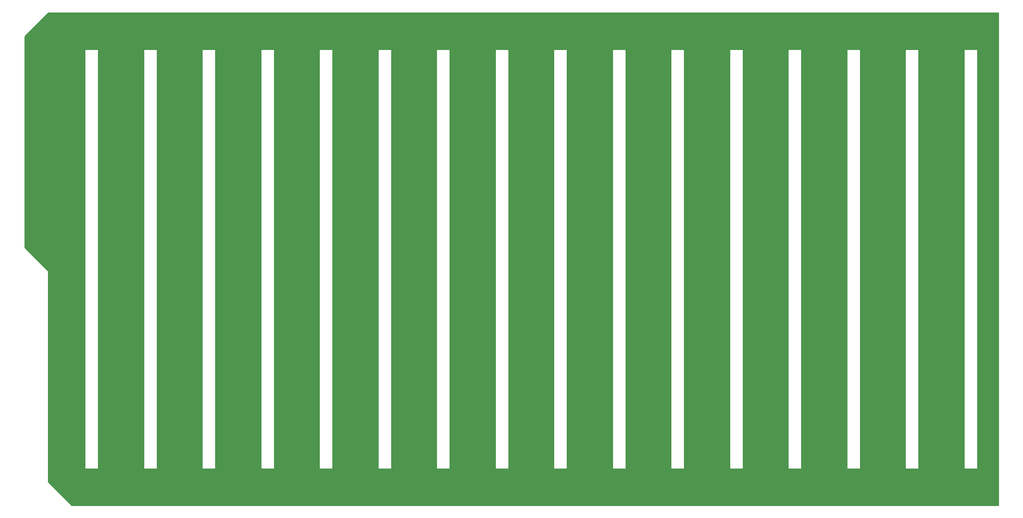
<source format=gtl>
G75*
G70*
%OFA0B0*%
%FSLAX24Y24*%
%IPPOS*%
%LPD*%
%AMOC8*
5,1,8,0,0,1.08239X$1,22.5*
%
%ADD10C,0.0100*%
D10*
X022413Y041100D02*
X081682Y041100D01*
X081682Y072600D01*
X020913Y072600D01*
X019413Y071100D01*
X019413Y057600D01*
X020913Y056100D01*
X020913Y042600D01*
X022413Y041100D01*
X022338Y041175D02*
X081682Y041175D01*
X081682Y041273D02*
X022239Y041273D01*
X022141Y041372D02*
X081682Y041372D01*
X081682Y041470D02*
X022042Y041470D01*
X021944Y041569D02*
X081682Y041569D01*
X081682Y041667D02*
X021845Y041667D01*
X021747Y041766D02*
X081682Y041766D01*
X081682Y041864D02*
X021648Y041864D01*
X021550Y041963D02*
X081682Y041963D01*
X081682Y042061D02*
X021451Y042061D01*
X021353Y042160D02*
X081682Y042160D01*
X081682Y042258D02*
X021254Y042258D01*
X021156Y042357D02*
X081682Y042357D01*
X081682Y042455D02*
X021057Y042455D01*
X020959Y042554D02*
X081682Y042554D01*
X081682Y042652D02*
X020913Y042652D01*
X020913Y042751D02*
X081682Y042751D01*
X081682Y042849D02*
X020913Y042849D01*
X020913Y042948D02*
X081682Y042948D01*
X081682Y043046D02*
X020913Y043046D01*
X020913Y043145D02*
X081682Y043145D01*
X081682Y043243D02*
X020913Y043243D01*
X020913Y043342D02*
X081682Y043342D01*
X081682Y043440D02*
X080370Y043440D01*
X080370Y043422D02*
X080341Y043393D01*
X079484Y043393D01*
X079455Y043422D01*
X079455Y070278D01*
X079484Y070307D01*
X080341Y070307D01*
X080370Y070278D01*
X080370Y043422D01*
X080370Y043539D02*
X081682Y043539D01*
X081682Y043637D02*
X080370Y043637D01*
X080370Y043736D02*
X081682Y043736D01*
X081682Y043834D02*
X080370Y043834D01*
X080370Y043933D02*
X081682Y043933D01*
X081682Y044031D02*
X080370Y044031D01*
X080370Y044130D02*
X081682Y044130D01*
X081682Y044228D02*
X080370Y044228D01*
X080370Y044327D02*
X081682Y044327D01*
X081682Y044425D02*
X080370Y044425D01*
X080370Y044524D02*
X081682Y044524D01*
X081682Y044622D02*
X080370Y044622D01*
X080370Y044721D02*
X081682Y044721D01*
X081682Y044819D02*
X080370Y044819D01*
X080370Y044918D02*
X081682Y044918D01*
X081682Y045016D02*
X080370Y045016D01*
X080370Y045115D02*
X081682Y045115D01*
X081682Y045213D02*
X080370Y045213D01*
X080370Y045312D02*
X081682Y045312D01*
X081682Y045410D02*
X080370Y045410D01*
X080370Y045509D02*
X081682Y045509D01*
X081682Y045607D02*
X080370Y045607D01*
X080370Y045706D02*
X081682Y045706D01*
X081682Y045804D02*
X080370Y045804D01*
X080370Y045903D02*
X081682Y045903D01*
X081682Y046001D02*
X080370Y046001D01*
X080370Y046100D02*
X081682Y046100D01*
X081682Y046198D02*
X080370Y046198D01*
X080370Y046297D02*
X081682Y046297D01*
X081682Y046395D02*
X080370Y046395D01*
X080370Y046494D02*
X081682Y046494D01*
X081682Y046592D02*
X080370Y046592D01*
X080370Y046691D02*
X081682Y046691D01*
X081682Y046789D02*
X080370Y046789D01*
X080370Y046888D02*
X081682Y046888D01*
X081682Y046986D02*
X080370Y046986D01*
X080370Y047085D02*
X081682Y047085D01*
X081682Y047183D02*
X080370Y047183D01*
X080370Y047282D02*
X081682Y047282D01*
X081682Y047380D02*
X080370Y047380D01*
X080370Y047479D02*
X081682Y047479D01*
X081682Y047577D02*
X080370Y047577D01*
X080370Y047676D02*
X081682Y047676D01*
X081682Y047774D02*
X080370Y047774D01*
X080370Y047873D02*
X081682Y047873D01*
X081682Y047971D02*
X080370Y047971D01*
X080370Y048070D02*
X081682Y048070D01*
X081682Y048168D02*
X080370Y048168D01*
X080370Y048267D02*
X081682Y048267D01*
X081682Y048365D02*
X080370Y048365D01*
X080370Y048464D02*
X081682Y048464D01*
X081682Y048562D02*
X080370Y048562D01*
X080370Y048661D02*
X081682Y048661D01*
X081682Y048759D02*
X080370Y048759D01*
X080370Y048858D02*
X081682Y048858D01*
X081682Y048956D02*
X080370Y048956D01*
X080370Y049055D02*
X081682Y049055D01*
X081682Y049153D02*
X080370Y049153D01*
X080370Y049252D02*
X081682Y049252D01*
X081682Y049350D02*
X080370Y049350D01*
X080370Y049449D02*
X081682Y049449D01*
X081682Y049547D02*
X080370Y049547D01*
X080370Y049646D02*
X081682Y049646D01*
X081682Y049744D02*
X080370Y049744D01*
X080370Y049843D02*
X081682Y049843D01*
X081682Y049941D02*
X080370Y049941D01*
X080370Y050040D02*
X081682Y050040D01*
X081682Y050138D02*
X080370Y050138D01*
X080370Y050237D02*
X081682Y050237D01*
X081682Y050335D02*
X080370Y050335D01*
X080370Y050434D02*
X081682Y050434D01*
X081682Y050532D02*
X080370Y050532D01*
X080370Y050631D02*
X081682Y050631D01*
X081682Y050729D02*
X080370Y050729D01*
X080370Y050828D02*
X081682Y050828D01*
X081682Y050926D02*
X080370Y050926D01*
X080370Y051025D02*
X081682Y051025D01*
X081682Y051123D02*
X080370Y051123D01*
X080370Y051222D02*
X081682Y051222D01*
X081682Y051320D02*
X080370Y051320D01*
X080370Y051419D02*
X081682Y051419D01*
X081682Y051517D02*
X080370Y051517D01*
X080370Y051616D02*
X081682Y051616D01*
X081682Y051714D02*
X080370Y051714D01*
X080370Y051813D02*
X081682Y051813D01*
X081682Y051911D02*
X080370Y051911D01*
X080370Y052010D02*
X081682Y052010D01*
X081682Y052108D02*
X080370Y052108D01*
X080370Y052207D02*
X081682Y052207D01*
X081682Y052305D02*
X080370Y052305D01*
X080370Y052404D02*
X081682Y052404D01*
X081682Y052502D02*
X080370Y052502D01*
X080370Y052601D02*
X081682Y052601D01*
X081682Y052699D02*
X080370Y052699D01*
X080370Y052798D02*
X081682Y052798D01*
X081682Y052896D02*
X080370Y052896D01*
X080370Y052995D02*
X081682Y052995D01*
X081682Y053093D02*
X080370Y053093D01*
X080370Y053192D02*
X081682Y053192D01*
X081682Y053290D02*
X080370Y053290D01*
X080370Y053389D02*
X081682Y053389D01*
X081682Y053487D02*
X080370Y053487D01*
X080370Y053586D02*
X081682Y053586D01*
X081682Y053684D02*
X080370Y053684D01*
X080370Y053783D02*
X081682Y053783D01*
X081682Y053881D02*
X080370Y053881D01*
X080370Y053980D02*
X081682Y053980D01*
X081682Y054078D02*
X080370Y054078D01*
X080370Y054177D02*
X081682Y054177D01*
X081682Y054275D02*
X080370Y054275D01*
X080370Y054374D02*
X081682Y054374D01*
X081682Y054472D02*
X080370Y054472D01*
X080370Y054571D02*
X081682Y054571D01*
X081682Y054669D02*
X080370Y054669D01*
X080370Y054768D02*
X081682Y054768D01*
X081682Y054866D02*
X080370Y054866D01*
X080370Y054965D02*
X081682Y054965D01*
X081682Y055063D02*
X080370Y055063D01*
X080370Y055162D02*
X081682Y055162D01*
X081682Y055260D02*
X080370Y055260D01*
X080370Y055359D02*
X081682Y055359D01*
X081682Y055457D02*
X080370Y055457D01*
X080370Y055556D02*
X081682Y055556D01*
X081682Y055654D02*
X080370Y055654D01*
X080370Y055753D02*
X081682Y055753D01*
X081682Y055851D02*
X080370Y055851D01*
X080370Y055950D02*
X081682Y055950D01*
X081682Y056048D02*
X080370Y056048D01*
X080370Y056147D02*
X081682Y056147D01*
X081682Y056245D02*
X080370Y056245D01*
X080370Y056344D02*
X081682Y056344D01*
X081682Y056442D02*
X080370Y056442D01*
X080370Y056541D02*
X081682Y056541D01*
X081682Y056639D02*
X080370Y056639D01*
X080370Y056738D02*
X081682Y056738D01*
X081682Y056836D02*
X080370Y056836D01*
X080370Y056935D02*
X081682Y056935D01*
X081682Y057033D02*
X080370Y057033D01*
X080370Y057132D02*
X081682Y057132D01*
X081682Y057230D02*
X080370Y057230D01*
X080370Y057329D02*
X081682Y057329D01*
X081682Y057427D02*
X080370Y057427D01*
X080370Y057526D02*
X081682Y057526D01*
X081682Y057624D02*
X080370Y057624D01*
X080370Y057723D02*
X081682Y057723D01*
X081682Y057821D02*
X080370Y057821D01*
X080370Y057920D02*
X081682Y057920D01*
X081682Y058018D02*
X080370Y058018D01*
X080370Y058117D02*
X081682Y058117D01*
X081682Y058215D02*
X080370Y058215D01*
X080370Y058314D02*
X081682Y058314D01*
X081682Y058412D02*
X080370Y058412D01*
X080370Y058511D02*
X081682Y058511D01*
X081682Y058609D02*
X080370Y058609D01*
X080370Y058708D02*
X081682Y058708D01*
X081682Y058806D02*
X080370Y058806D01*
X080370Y058905D02*
X081682Y058905D01*
X081682Y059003D02*
X080370Y059003D01*
X080370Y059102D02*
X081682Y059102D01*
X081682Y059200D02*
X080370Y059200D01*
X080370Y059299D02*
X081682Y059299D01*
X081682Y059397D02*
X080370Y059397D01*
X080370Y059496D02*
X081682Y059496D01*
X081682Y059594D02*
X080370Y059594D01*
X080370Y059693D02*
X081682Y059693D01*
X081682Y059791D02*
X080370Y059791D01*
X080370Y059890D02*
X081682Y059890D01*
X081682Y059988D02*
X080370Y059988D01*
X080370Y060087D02*
X081682Y060087D01*
X081682Y060185D02*
X080370Y060185D01*
X080370Y060284D02*
X081682Y060284D01*
X081682Y060382D02*
X080370Y060382D01*
X080370Y060481D02*
X081682Y060481D01*
X081682Y060579D02*
X080370Y060579D01*
X080370Y060678D02*
X081682Y060678D01*
X081682Y060776D02*
X080370Y060776D01*
X080370Y060875D02*
X081682Y060875D01*
X081682Y060973D02*
X080370Y060973D01*
X080370Y061072D02*
X081682Y061072D01*
X081682Y061170D02*
X080370Y061170D01*
X080370Y061269D02*
X081682Y061269D01*
X081682Y061367D02*
X080370Y061367D01*
X080370Y061466D02*
X081682Y061466D01*
X081682Y061564D02*
X080370Y061564D01*
X080370Y061663D02*
X081682Y061663D01*
X081682Y061761D02*
X080370Y061761D01*
X080370Y061860D02*
X081682Y061860D01*
X081682Y061958D02*
X080370Y061958D01*
X080370Y062057D02*
X081682Y062057D01*
X081682Y062155D02*
X080370Y062155D01*
X080370Y062254D02*
X081682Y062254D01*
X081682Y062352D02*
X080370Y062352D01*
X080370Y062451D02*
X081682Y062451D01*
X081682Y062549D02*
X080370Y062549D01*
X080370Y062648D02*
X081682Y062648D01*
X081682Y062746D02*
X080370Y062746D01*
X080370Y062845D02*
X081682Y062845D01*
X081682Y062943D02*
X080370Y062943D01*
X080370Y063042D02*
X081682Y063042D01*
X081682Y063140D02*
X080370Y063140D01*
X080370Y063239D02*
X081682Y063239D01*
X081682Y063337D02*
X080370Y063337D01*
X080370Y063436D02*
X081682Y063436D01*
X081682Y063534D02*
X080370Y063534D01*
X080370Y063633D02*
X081682Y063633D01*
X081682Y063731D02*
X080370Y063731D01*
X080370Y063830D02*
X081682Y063830D01*
X081682Y063928D02*
X080370Y063928D01*
X080370Y064027D02*
X081682Y064027D01*
X081682Y064125D02*
X080370Y064125D01*
X080370Y064224D02*
X081682Y064224D01*
X081682Y064322D02*
X080370Y064322D01*
X080370Y064421D02*
X081682Y064421D01*
X081682Y064519D02*
X080370Y064519D01*
X080370Y064618D02*
X081682Y064618D01*
X081682Y064716D02*
X080370Y064716D01*
X080370Y064815D02*
X081682Y064815D01*
X081682Y064913D02*
X080370Y064913D01*
X080370Y065012D02*
X081682Y065012D01*
X081682Y065110D02*
X080370Y065110D01*
X080370Y065209D02*
X081682Y065209D01*
X081682Y065307D02*
X080370Y065307D01*
X080370Y065406D02*
X081682Y065406D01*
X081682Y065504D02*
X080370Y065504D01*
X080370Y065603D02*
X081682Y065603D01*
X081682Y065701D02*
X080370Y065701D01*
X080370Y065800D02*
X081682Y065800D01*
X081682Y065898D02*
X080370Y065898D01*
X080370Y065997D02*
X081682Y065997D01*
X081682Y066095D02*
X080370Y066095D01*
X080370Y066194D02*
X081682Y066194D01*
X081682Y066292D02*
X080370Y066292D01*
X080370Y066391D02*
X081682Y066391D01*
X081682Y066489D02*
X080370Y066489D01*
X080370Y066588D02*
X081682Y066588D01*
X081682Y066686D02*
X080370Y066686D01*
X080370Y066785D02*
X081682Y066785D01*
X081682Y066883D02*
X080370Y066883D01*
X080370Y066982D02*
X081682Y066982D01*
X081682Y067080D02*
X080370Y067080D01*
X080370Y067179D02*
X081682Y067179D01*
X081682Y067277D02*
X080370Y067277D01*
X080370Y067376D02*
X081682Y067376D01*
X081682Y067474D02*
X080370Y067474D01*
X080370Y067573D02*
X081682Y067573D01*
X081682Y067671D02*
X080370Y067671D01*
X080370Y067770D02*
X081682Y067770D01*
X081682Y067868D02*
X080370Y067868D01*
X080370Y067967D02*
X081682Y067967D01*
X081682Y068065D02*
X080370Y068065D01*
X080370Y068164D02*
X081682Y068164D01*
X081682Y068262D02*
X080370Y068262D01*
X080370Y068361D02*
X081682Y068361D01*
X081682Y068459D02*
X080370Y068459D01*
X080370Y068558D02*
X081682Y068558D01*
X081682Y068656D02*
X080370Y068656D01*
X080370Y068755D02*
X081682Y068755D01*
X081682Y068853D02*
X080370Y068853D01*
X080370Y068952D02*
X081682Y068952D01*
X081682Y069050D02*
X080370Y069050D01*
X080370Y069149D02*
X081682Y069149D01*
X081682Y069247D02*
X080370Y069247D01*
X080370Y069346D02*
X081682Y069346D01*
X081682Y069444D02*
X080370Y069444D01*
X080370Y069543D02*
X081682Y069543D01*
X081682Y069641D02*
X080370Y069641D01*
X080370Y069740D02*
X081682Y069740D01*
X081682Y069838D02*
X080370Y069838D01*
X080370Y069937D02*
X081682Y069937D01*
X081682Y070035D02*
X080370Y070035D01*
X080370Y070134D02*
X081682Y070134D01*
X081682Y070232D02*
X080370Y070232D01*
X081682Y070331D02*
X019413Y070331D01*
X019413Y070429D02*
X081682Y070429D01*
X081682Y070528D02*
X019413Y070528D01*
X019413Y070626D02*
X081682Y070626D01*
X081682Y070725D02*
X019413Y070725D01*
X019413Y070823D02*
X081682Y070823D01*
X081682Y070922D02*
X019413Y070922D01*
X019413Y071020D02*
X081682Y071020D01*
X081682Y071119D02*
X019431Y071119D01*
X019530Y071217D02*
X081682Y071217D01*
X081682Y071316D02*
X019628Y071316D01*
X019727Y071414D02*
X081682Y071414D01*
X081682Y071513D02*
X019825Y071513D01*
X019924Y071611D02*
X081682Y071611D01*
X081682Y071710D02*
X020022Y071710D01*
X020121Y071808D02*
X081682Y071808D01*
X081682Y071907D02*
X020219Y071907D01*
X020318Y072005D02*
X081682Y072005D01*
X081682Y072104D02*
X020416Y072104D01*
X020515Y072202D02*
X081682Y072202D01*
X081682Y072301D02*
X020613Y072301D01*
X020712Y072399D02*
X081682Y072399D01*
X081682Y072498D02*
X020810Y072498D01*
X020909Y072596D02*
X081682Y072596D01*
X079455Y070232D02*
X076620Y070232D01*
X076620Y070278D02*
X076591Y070307D01*
X075734Y070307D01*
X075705Y070278D01*
X075705Y043422D01*
X075734Y043393D01*
X076591Y043393D01*
X076620Y043422D01*
X076620Y070278D01*
X076620Y070134D02*
X079455Y070134D01*
X079455Y070035D02*
X076620Y070035D01*
X076620Y069937D02*
X079455Y069937D01*
X079455Y069838D02*
X076620Y069838D01*
X076620Y069740D02*
X079455Y069740D01*
X079455Y069641D02*
X076620Y069641D01*
X076620Y069543D02*
X079455Y069543D01*
X079455Y069444D02*
X076620Y069444D01*
X076620Y069346D02*
X079455Y069346D01*
X079455Y069247D02*
X076620Y069247D01*
X076620Y069149D02*
X079455Y069149D01*
X079455Y069050D02*
X076620Y069050D01*
X076620Y068952D02*
X079455Y068952D01*
X079455Y068853D02*
X076620Y068853D01*
X076620Y068755D02*
X079455Y068755D01*
X079455Y068656D02*
X076620Y068656D01*
X076620Y068558D02*
X079455Y068558D01*
X079455Y068459D02*
X076620Y068459D01*
X076620Y068361D02*
X079455Y068361D01*
X079455Y068262D02*
X076620Y068262D01*
X076620Y068164D02*
X079455Y068164D01*
X079455Y068065D02*
X076620Y068065D01*
X076620Y067967D02*
X079455Y067967D01*
X079455Y067868D02*
X076620Y067868D01*
X076620Y067770D02*
X079455Y067770D01*
X079455Y067671D02*
X076620Y067671D01*
X076620Y067573D02*
X079455Y067573D01*
X079455Y067474D02*
X076620Y067474D01*
X076620Y067376D02*
X079455Y067376D01*
X079455Y067277D02*
X076620Y067277D01*
X076620Y067179D02*
X079455Y067179D01*
X079455Y067080D02*
X076620Y067080D01*
X076620Y066982D02*
X079455Y066982D01*
X079455Y066883D02*
X076620Y066883D01*
X076620Y066785D02*
X079455Y066785D01*
X079455Y066686D02*
X076620Y066686D01*
X076620Y066588D02*
X079455Y066588D01*
X079455Y066489D02*
X076620Y066489D01*
X076620Y066391D02*
X079455Y066391D01*
X079455Y066292D02*
X076620Y066292D01*
X076620Y066194D02*
X079455Y066194D01*
X079455Y066095D02*
X076620Y066095D01*
X076620Y065997D02*
X079455Y065997D01*
X079455Y065898D02*
X076620Y065898D01*
X076620Y065800D02*
X079455Y065800D01*
X079455Y065701D02*
X076620Y065701D01*
X076620Y065603D02*
X079455Y065603D01*
X079455Y065504D02*
X076620Y065504D01*
X076620Y065406D02*
X079455Y065406D01*
X079455Y065307D02*
X076620Y065307D01*
X076620Y065209D02*
X079455Y065209D01*
X079455Y065110D02*
X076620Y065110D01*
X076620Y065012D02*
X079455Y065012D01*
X079455Y064913D02*
X076620Y064913D01*
X076620Y064815D02*
X079455Y064815D01*
X079455Y064716D02*
X076620Y064716D01*
X076620Y064618D02*
X079455Y064618D01*
X079455Y064519D02*
X076620Y064519D01*
X076620Y064421D02*
X079455Y064421D01*
X079455Y064322D02*
X076620Y064322D01*
X076620Y064224D02*
X079455Y064224D01*
X079455Y064125D02*
X076620Y064125D01*
X076620Y064027D02*
X079455Y064027D01*
X079455Y063928D02*
X076620Y063928D01*
X076620Y063830D02*
X079455Y063830D01*
X079455Y063731D02*
X076620Y063731D01*
X076620Y063633D02*
X079455Y063633D01*
X079455Y063534D02*
X076620Y063534D01*
X076620Y063436D02*
X079455Y063436D01*
X079455Y063337D02*
X076620Y063337D01*
X076620Y063239D02*
X079455Y063239D01*
X079455Y063140D02*
X076620Y063140D01*
X076620Y063042D02*
X079455Y063042D01*
X079455Y062943D02*
X076620Y062943D01*
X076620Y062845D02*
X079455Y062845D01*
X079455Y062746D02*
X076620Y062746D01*
X076620Y062648D02*
X079455Y062648D01*
X079455Y062549D02*
X076620Y062549D01*
X076620Y062451D02*
X079455Y062451D01*
X079455Y062352D02*
X076620Y062352D01*
X076620Y062254D02*
X079455Y062254D01*
X079455Y062155D02*
X076620Y062155D01*
X076620Y062057D02*
X079455Y062057D01*
X079455Y061958D02*
X076620Y061958D01*
X076620Y061860D02*
X079455Y061860D01*
X079455Y061761D02*
X076620Y061761D01*
X076620Y061663D02*
X079455Y061663D01*
X079455Y061564D02*
X076620Y061564D01*
X076620Y061466D02*
X079455Y061466D01*
X079455Y061367D02*
X076620Y061367D01*
X076620Y061269D02*
X079455Y061269D01*
X079455Y061170D02*
X076620Y061170D01*
X076620Y061072D02*
X079455Y061072D01*
X079455Y060973D02*
X076620Y060973D01*
X076620Y060875D02*
X079455Y060875D01*
X079455Y060776D02*
X076620Y060776D01*
X076620Y060678D02*
X079455Y060678D01*
X079455Y060579D02*
X076620Y060579D01*
X076620Y060481D02*
X079455Y060481D01*
X079455Y060382D02*
X076620Y060382D01*
X076620Y060284D02*
X079455Y060284D01*
X079455Y060185D02*
X076620Y060185D01*
X076620Y060087D02*
X079455Y060087D01*
X079455Y059988D02*
X076620Y059988D01*
X076620Y059890D02*
X079455Y059890D01*
X079455Y059791D02*
X076620Y059791D01*
X076620Y059693D02*
X079455Y059693D01*
X079455Y059594D02*
X076620Y059594D01*
X076620Y059496D02*
X079455Y059496D01*
X079455Y059397D02*
X076620Y059397D01*
X076620Y059299D02*
X079455Y059299D01*
X079455Y059200D02*
X076620Y059200D01*
X076620Y059102D02*
X079455Y059102D01*
X079455Y059003D02*
X076620Y059003D01*
X076620Y058905D02*
X079455Y058905D01*
X079455Y058806D02*
X076620Y058806D01*
X076620Y058708D02*
X079455Y058708D01*
X079455Y058609D02*
X076620Y058609D01*
X076620Y058511D02*
X079455Y058511D01*
X079455Y058412D02*
X076620Y058412D01*
X076620Y058314D02*
X079455Y058314D01*
X079455Y058215D02*
X076620Y058215D01*
X076620Y058117D02*
X079455Y058117D01*
X079455Y058018D02*
X076620Y058018D01*
X076620Y057920D02*
X079455Y057920D01*
X079455Y057821D02*
X076620Y057821D01*
X076620Y057723D02*
X079455Y057723D01*
X079455Y057624D02*
X076620Y057624D01*
X076620Y057526D02*
X079455Y057526D01*
X079455Y057427D02*
X076620Y057427D01*
X076620Y057329D02*
X079455Y057329D01*
X079455Y057230D02*
X076620Y057230D01*
X076620Y057132D02*
X079455Y057132D01*
X079455Y057033D02*
X076620Y057033D01*
X076620Y056935D02*
X079455Y056935D01*
X079455Y056836D02*
X076620Y056836D01*
X076620Y056738D02*
X079455Y056738D01*
X079455Y056639D02*
X076620Y056639D01*
X076620Y056541D02*
X079455Y056541D01*
X079455Y056442D02*
X076620Y056442D01*
X076620Y056344D02*
X079455Y056344D01*
X079455Y056245D02*
X076620Y056245D01*
X076620Y056147D02*
X079455Y056147D01*
X079455Y056048D02*
X076620Y056048D01*
X076620Y055950D02*
X079455Y055950D01*
X079455Y055851D02*
X076620Y055851D01*
X076620Y055753D02*
X079455Y055753D01*
X079455Y055654D02*
X076620Y055654D01*
X076620Y055556D02*
X079455Y055556D01*
X079455Y055457D02*
X076620Y055457D01*
X076620Y055359D02*
X079455Y055359D01*
X079455Y055260D02*
X076620Y055260D01*
X076620Y055162D02*
X079455Y055162D01*
X079455Y055063D02*
X076620Y055063D01*
X076620Y054965D02*
X079455Y054965D01*
X079455Y054866D02*
X076620Y054866D01*
X076620Y054768D02*
X079455Y054768D01*
X079455Y054669D02*
X076620Y054669D01*
X076620Y054571D02*
X079455Y054571D01*
X079455Y054472D02*
X076620Y054472D01*
X076620Y054374D02*
X079455Y054374D01*
X079455Y054275D02*
X076620Y054275D01*
X076620Y054177D02*
X079455Y054177D01*
X079455Y054078D02*
X076620Y054078D01*
X076620Y053980D02*
X079455Y053980D01*
X079455Y053881D02*
X076620Y053881D01*
X076620Y053783D02*
X079455Y053783D01*
X079455Y053684D02*
X076620Y053684D01*
X076620Y053586D02*
X079455Y053586D01*
X079455Y053487D02*
X076620Y053487D01*
X076620Y053389D02*
X079455Y053389D01*
X079455Y053290D02*
X076620Y053290D01*
X076620Y053192D02*
X079455Y053192D01*
X079455Y053093D02*
X076620Y053093D01*
X076620Y052995D02*
X079455Y052995D01*
X079455Y052896D02*
X076620Y052896D01*
X076620Y052798D02*
X079455Y052798D01*
X079455Y052699D02*
X076620Y052699D01*
X076620Y052601D02*
X079455Y052601D01*
X079455Y052502D02*
X076620Y052502D01*
X076620Y052404D02*
X079455Y052404D01*
X079455Y052305D02*
X076620Y052305D01*
X076620Y052207D02*
X079455Y052207D01*
X079455Y052108D02*
X076620Y052108D01*
X076620Y052010D02*
X079455Y052010D01*
X079455Y051911D02*
X076620Y051911D01*
X076620Y051813D02*
X079455Y051813D01*
X079455Y051714D02*
X076620Y051714D01*
X076620Y051616D02*
X079455Y051616D01*
X079455Y051517D02*
X076620Y051517D01*
X076620Y051419D02*
X079455Y051419D01*
X079455Y051320D02*
X076620Y051320D01*
X076620Y051222D02*
X079455Y051222D01*
X079455Y051123D02*
X076620Y051123D01*
X076620Y051025D02*
X079455Y051025D01*
X079455Y050926D02*
X076620Y050926D01*
X076620Y050828D02*
X079455Y050828D01*
X079455Y050729D02*
X076620Y050729D01*
X076620Y050631D02*
X079455Y050631D01*
X079455Y050532D02*
X076620Y050532D01*
X076620Y050434D02*
X079455Y050434D01*
X079455Y050335D02*
X076620Y050335D01*
X076620Y050237D02*
X079455Y050237D01*
X079455Y050138D02*
X076620Y050138D01*
X076620Y050040D02*
X079455Y050040D01*
X079455Y049941D02*
X076620Y049941D01*
X076620Y049843D02*
X079455Y049843D01*
X079455Y049744D02*
X076620Y049744D01*
X076620Y049646D02*
X079455Y049646D01*
X079455Y049547D02*
X076620Y049547D01*
X076620Y049449D02*
X079455Y049449D01*
X079455Y049350D02*
X076620Y049350D01*
X076620Y049252D02*
X079455Y049252D01*
X079455Y049153D02*
X076620Y049153D01*
X076620Y049055D02*
X079455Y049055D01*
X079455Y048956D02*
X076620Y048956D01*
X076620Y048858D02*
X079455Y048858D01*
X079455Y048759D02*
X076620Y048759D01*
X076620Y048661D02*
X079455Y048661D01*
X079455Y048562D02*
X076620Y048562D01*
X076620Y048464D02*
X079455Y048464D01*
X079455Y048365D02*
X076620Y048365D01*
X076620Y048267D02*
X079455Y048267D01*
X079455Y048168D02*
X076620Y048168D01*
X076620Y048070D02*
X079455Y048070D01*
X079455Y047971D02*
X076620Y047971D01*
X076620Y047873D02*
X079455Y047873D01*
X079455Y047774D02*
X076620Y047774D01*
X076620Y047676D02*
X079455Y047676D01*
X079455Y047577D02*
X076620Y047577D01*
X076620Y047479D02*
X079455Y047479D01*
X079455Y047380D02*
X076620Y047380D01*
X076620Y047282D02*
X079455Y047282D01*
X079455Y047183D02*
X076620Y047183D01*
X076620Y047085D02*
X079455Y047085D01*
X079455Y046986D02*
X076620Y046986D01*
X076620Y046888D02*
X079455Y046888D01*
X079455Y046789D02*
X076620Y046789D01*
X076620Y046691D02*
X079455Y046691D01*
X079455Y046592D02*
X076620Y046592D01*
X076620Y046494D02*
X079455Y046494D01*
X079455Y046395D02*
X076620Y046395D01*
X076620Y046297D02*
X079455Y046297D01*
X079455Y046198D02*
X076620Y046198D01*
X076620Y046100D02*
X079455Y046100D01*
X079455Y046001D02*
X076620Y046001D01*
X076620Y045903D02*
X079455Y045903D01*
X079455Y045804D02*
X076620Y045804D01*
X076620Y045706D02*
X079455Y045706D01*
X079455Y045607D02*
X076620Y045607D01*
X076620Y045509D02*
X079455Y045509D01*
X079455Y045410D02*
X076620Y045410D01*
X076620Y045312D02*
X079455Y045312D01*
X079455Y045213D02*
X076620Y045213D01*
X076620Y045115D02*
X079455Y045115D01*
X079455Y045016D02*
X076620Y045016D01*
X076620Y044918D02*
X079455Y044918D01*
X079455Y044819D02*
X076620Y044819D01*
X076620Y044721D02*
X079455Y044721D01*
X079455Y044622D02*
X076620Y044622D01*
X076620Y044524D02*
X079455Y044524D01*
X079455Y044425D02*
X076620Y044425D01*
X076620Y044327D02*
X079455Y044327D01*
X079455Y044228D02*
X076620Y044228D01*
X076620Y044130D02*
X079455Y044130D01*
X079455Y044031D02*
X076620Y044031D01*
X076620Y043933D02*
X079455Y043933D01*
X079455Y043834D02*
X076620Y043834D01*
X076620Y043736D02*
X079455Y043736D01*
X079455Y043637D02*
X076620Y043637D01*
X076620Y043539D02*
X079455Y043539D01*
X079455Y043440D02*
X076620Y043440D01*
X075705Y043440D02*
X072870Y043440D01*
X072870Y043422D02*
X072841Y043393D01*
X071984Y043393D01*
X071955Y043422D01*
X071955Y070278D01*
X071984Y070307D01*
X072841Y070307D01*
X072870Y070278D01*
X072870Y043422D01*
X072870Y043539D02*
X075705Y043539D01*
X075705Y043637D02*
X072870Y043637D01*
X072870Y043736D02*
X075705Y043736D01*
X075705Y043834D02*
X072870Y043834D01*
X072870Y043933D02*
X075705Y043933D01*
X075705Y044031D02*
X072870Y044031D01*
X072870Y044130D02*
X075705Y044130D01*
X075705Y044228D02*
X072870Y044228D01*
X072870Y044327D02*
X075705Y044327D01*
X075705Y044425D02*
X072870Y044425D01*
X072870Y044524D02*
X075705Y044524D01*
X075705Y044622D02*
X072870Y044622D01*
X072870Y044721D02*
X075705Y044721D01*
X075705Y044819D02*
X072870Y044819D01*
X072870Y044918D02*
X075705Y044918D01*
X075705Y045016D02*
X072870Y045016D01*
X072870Y045115D02*
X075705Y045115D01*
X075705Y045213D02*
X072870Y045213D01*
X072870Y045312D02*
X075705Y045312D01*
X075705Y045410D02*
X072870Y045410D01*
X072870Y045509D02*
X075705Y045509D01*
X075705Y045607D02*
X072870Y045607D01*
X072870Y045706D02*
X075705Y045706D01*
X075705Y045804D02*
X072870Y045804D01*
X072870Y045903D02*
X075705Y045903D01*
X075705Y046001D02*
X072870Y046001D01*
X072870Y046100D02*
X075705Y046100D01*
X075705Y046198D02*
X072870Y046198D01*
X072870Y046297D02*
X075705Y046297D01*
X075705Y046395D02*
X072870Y046395D01*
X072870Y046494D02*
X075705Y046494D01*
X075705Y046592D02*
X072870Y046592D01*
X072870Y046691D02*
X075705Y046691D01*
X075705Y046789D02*
X072870Y046789D01*
X072870Y046888D02*
X075705Y046888D01*
X075705Y046986D02*
X072870Y046986D01*
X072870Y047085D02*
X075705Y047085D01*
X075705Y047183D02*
X072870Y047183D01*
X072870Y047282D02*
X075705Y047282D01*
X075705Y047380D02*
X072870Y047380D01*
X072870Y047479D02*
X075705Y047479D01*
X075705Y047577D02*
X072870Y047577D01*
X072870Y047676D02*
X075705Y047676D01*
X075705Y047774D02*
X072870Y047774D01*
X072870Y047873D02*
X075705Y047873D01*
X075705Y047971D02*
X072870Y047971D01*
X072870Y048070D02*
X075705Y048070D01*
X075705Y048168D02*
X072870Y048168D01*
X072870Y048267D02*
X075705Y048267D01*
X075705Y048365D02*
X072870Y048365D01*
X072870Y048464D02*
X075705Y048464D01*
X075705Y048562D02*
X072870Y048562D01*
X072870Y048661D02*
X075705Y048661D01*
X075705Y048759D02*
X072870Y048759D01*
X072870Y048858D02*
X075705Y048858D01*
X075705Y048956D02*
X072870Y048956D01*
X072870Y049055D02*
X075705Y049055D01*
X075705Y049153D02*
X072870Y049153D01*
X072870Y049252D02*
X075705Y049252D01*
X075705Y049350D02*
X072870Y049350D01*
X072870Y049449D02*
X075705Y049449D01*
X075705Y049547D02*
X072870Y049547D01*
X072870Y049646D02*
X075705Y049646D01*
X075705Y049744D02*
X072870Y049744D01*
X072870Y049843D02*
X075705Y049843D01*
X075705Y049941D02*
X072870Y049941D01*
X072870Y050040D02*
X075705Y050040D01*
X075705Y050138D02*
X072870Y050138D01*
X072870Y050237D02*
X075705Y050237D01*
X075705Y050335D02*
X072870Y050335D01*
X072870Y050434D02*
X075705Y050434D01*
X075705Y050532D02*
X072870Y050532D01*
X072870Y050631D02*
X075705Y050631D01*
X075705Y050729D02*
X072870Y050729D01*
X072870Y050828D02*
X075705Y050828D01*
X075705Y050926D02*
X072870Y050926D01*
X072870Y051025D02*
X075705Y051025D01*
X075705Y051123D02*
X072870Y051123D01*
X072870Y051222D02*
X075705Y051222D01*
X075705Y051320D02*
X072870Y051320D01*
X072870Y051419D02*
X075705Y051419D01*
X075705Y051517D02*
X072870Y051517D01*
X072870Y051616D02*
X075705Y051616D01*
X075705Y051714D02*
X072870Y051714D01*
X072870Y051813D02*
X075705Y051813D01*
X075705Y051911D02*
X072870Y051911D01*
X072870Y052010D02*
X075705Y052010D01*
X075705Y052108D02*
X072870Y052108D01*
X072870Y052207D02*
X075705Y052207D01*
X075705Y052305D02*
X072870Y052305D01*
X072870Y052404D02*
X075705Y052404D01*
X075705Y052502D02*
X072870Y052502D01*
X072870Y052601D02*
X075705Y052601D01*
X075705Y052699D02*
X072870Y052699D01*
X072870Y052798D02*
X075705Y052798D01*
X075705Y052896D02*
X072870Y052896D01*
X072870Y052995D02*
X075705Y052995D01*
X075705Y053093D02*
X072870Y053093D01*
X072870Y053192D02*
X075705Y053192D01*
X075705Y053290D02*
X072870Y053290D01*
X072870Y053389D02*
X075705Y053389D01*
X075705Y053487D02*
X072870Y053487D01*
X072870Y053586D02*
X075705Y053586D01*
X075705Y053684D02*
X072870Y053684D01*
X072870Y053783D02*
X075705Y053783D01*
X075705Y053881D02*
X072870Y053881D01*
X072870Y053980D02*
X075705Y053980D01*
X075705Y054078D02*
X072870Y054078D01*
X072870Y054177D02*
X075705Y054177D01*
X075705Y054275D02*
X072870Y054275D01*
X072870Y054374D02*
X075705Y054374D01*
X075705Y054472D02*
X072870Y054472D01*
X072870Y054571D02*
X075705Y054571D01*
X075705Y054669D02*
X072870Y054669D01*
X072870Y054768D02*
X075705Y054768D01*
X075705Y054866D02*
X072870Y054866D01*
X072870Y054965D02*
X075705Y054965D01*
X075705Y055063D02*
X072870Y055063D01*
X072870Y055162D02*
X075705Y055162D01*
X075705Y055260D02*
X072870Y055260D01*
X072870Y055359D02*
X075705Y055359D01*
X075705Y055457D02*
X072870Y055457D01*
X072870Y055556D02*
X075705Y055556D01*
X075705Y055654D02*
X072870Y055654D01*
X072870Y055753D02*
X075705Y055753D01*
X075705Y055851D02*
X072870Y055851D01*
X072870Y055950D02*
X075705Y055950D01*
X075705Y056048D02*
X072870Y056048D01*
X072870Y056147D02*
X075705Y056147D01*
X075705Y056245D02*
X072870Y056245D01*
X072870Y056344D02*
X075705Y056344D01*
X075705Y056442D02*
X072870Y056442D01*
X072870Y056541D02*
X075705Y056541D01*
X075705Y056639D02*
X072870Y056639D01*
X072870Y056738D02*
X075705Y056738D01*
X075705Y056836D02*
X072870Y056836D01*
X072870Y056935D02*
X075705Y056935D01*
X075705Y057033D02*
X072870Y057033D01*
X072870Y057132D02*
X075705Y057132D01*
X075705Y057230D02*
X072870Y057230D01*
X072870Y057329D02*
X075705Y057329D01*
X075705Y057427D02*
X072870Y057427D01*
X072870Y057526D02*
X075705Y057526D01*
X075705Y057624D02*
X072870Y057624D01*
X072870Y057723D02*
X075705Y057723D01*
X075705Y057821D02*
X072870Y057821D01*
X072870Y057920D02*
X075705Y057920D01*
X075705Y058018D02*
X072870Y058018D01*
X072870Y058117D02*
X075705Y058117D01*
X075705Y058215D02*
X072870Y058215D01*
X072870Y058314D02*
X075705Y058314D01*
X075705Y058412D02*
X072870Y058412D01*
X072870Y058511D02*
X075705Y058511D01*
X075705Y058609D02*
X072870Y058609D01*
X072870Y058708D02*
X075705Y058708D01*
X075705Y058806D02*
X072870Y058806D01*
X072870Y058905D02*
X075705Y058905D01*
X075705Y059003D02*
X072870Y059003D01*
X072870Y059102D02*
X075705Y059102D01*
X075705Y059200D02*
X072870Y059200D01*
X072870Y059299D02*
X075705Y059299D01*
X075705Y059397D02*
X072870Y059397D01*
X072870Y059496D02*
X075705Y059496D01*
X075705Y059594D02*
X072870Y059594D01*
X072870Y059693D02*
X075705Y059693D01*
X075705Y059791D02*
X072870Y059791D01*
X072870Y059890D02*
X075705Y059890D01*
X075705Y059988D02*
X072870Y059988D01*
X072870Y060087D02*
X075705Y060087D01*
X075705Y060185D02*
X072870Y060185D01*
X072870Y060284D02*
X075705Y060284D01*
X075705Y060382D02*
X072870Y060382D01*
X072870Y060481D02*
X075705Y060481D01*
X075705Y060579D02*
X072870Y060579D01*
X072870Y060678D02*
X075705Y060678D01*
X075705Y060776D02*
X072870Y060776D01*
X072870Y060875D02*
X075705Y060875D01*
X075705Y060973D02*
X072870Y060973D01*
X072870Y061072D02*
X075705Y061072D01*
X075705Y061170D02*
X072870Y061170D01*
X072870Y061269D02*
X075705Y061269D01*
X075705Y061367D02*
X072870Y061367D01*
X072870Y061466D02*
X075705Y061466D01*
X075705Y061564D02*
X072870Y061564D01*
X072870Y061663D02*
X075705Y061663D01*
X075705Y061761D02*
X072870Y061761D01*
X072870Y061860D02*
X075705Y061860D01*
X075705Y061958D02*
X072870Y061958D01*
X072870Y062057D02*
X075705Y062057D01*
X075705Y062155D02*
X072870Y062155D01*
X072870Y062254D02*
X075705Y062254D01*
X075705Y062352D02*
X072870Y062352D01*
X072870Y062451D02*
X075705Y062451D01*
X075705Y062549D02*
X072870Y062549D01*
X072870Y062648D02*
X075705Y062648D01*
X075705Y062746D02*
X072870Y062746D01*
X072870Y062845D02*
X075705Y062845D01*
X075705Y062943D02*
X072870Y062943D01*
X072870Y063042D02*
X075705Y063042D01*
X075705Y063140D02*
X072870Y063140D01*
X072870Y063239D02*
X075705Y063239D01*
X075705Y063337D02*
X072870Y063337D01*
X072870Y063436D02*
X075705Y063436D01*
X075705Y063534D02*
X072870Y063534D01*
X072870Y063633D02*
X075705Y063633D01*
X075705Y063731D02*
X072870Y063731D01*
X072870Y063830D02*
X075705Y063830D01*
X075705Y063928D02*
X072870Y063928D01*
X072870Y064027D02*
X075705Y064027D01*
X075705Y064125D02*
X072870Y064125D01*
X072870Y064224D02*
X075705Y064224D01*
X075705Y064322D02*
X072870Y064322D01*
X072870Y064421D02*
X075705Y064421D01*
X075705Y064519D02*
X072870Y064519D01*
X072870Y064618D02*
X075705Y064618D01*
X075705Y064716D02*
X072870Y064716D01*
X072870Y064815D02*
X075705Y064815D01*
X075705Y064913D02*
X072870Y064913D01*
X072870Y065012D02*
X075705Y065012D01*
X075705Y065110D02*
X072870Y065110D01*
X072870Y065209D02*
X075705Y065209D01*
X075705Y065307D02*
X072870Y065307D01*
X072870Y065406D02*
X075705Y065406D01*
X075705Y065504D02*
X072870Y065504D01*
X072870Y065603D02*
X075705Y065603D01*
X075705Y065701D02*
X072870Y065701D01*
X072870Y065800D02*
X075705Y065800D01*
X075705Y065898D02*
X072870Y065898D01*
X072870Y065997D02*
X075705Y065997D01*
X075705Y066095D02*
X072870Y066095D01*
X072870Y066194D02*
X075705Y066194D01*
X075705Y066292D02*
X072870Y066292D01*
X072870Y066391D02*
X075705Y066391D01*
X075705Y066489D02*
X072870Y066489D01*
X072870Y066588D02*
X075705Y066588D01*
X075705Y066686D02*
X072870Y066686D01*
X072870Y066785D02*
X075705Y066785D01*
X075705Y066883D02*
X072870Y066883D01*
X072870Y066982D02*
X075705Y066982D01*
X075705Y067080D02*
X072870Y067080D01*
X072870Y067179D02*
X075705Y067179D01*
X075705Y067277D02*
X072870Y067277D01*
X072870Y067376D02*
X075705Y067376D01*
X075705Y067474D02*
X072870Y067474D01*
X072870Y067573D02*
X075705Y067573D01*
X075705Y067671D02*
X072870Y067671D01*
X072870Y067770D02*
X075705Y067770D01*
X075705Y067868D02*
X072870Y067868D01*
X072870Y067967D02*
X075705Y067967D01*
X075705Y068065D02*
X072870Y068065D01*
X072870Y068164D02*
X075705Y068164D01*
X075705Y068262D02*
X072870Y068262D01*
X072870Y068361D02*
X075705Y068361D01*
X075705Y068459D02*
X072870Y068459D01*
X072870Y068558D02*
X075705Y068558D01*
X075705Y068656D02*
X072870Y068656D01*
X072870Y068755D02*
X075705Y068755D01*
X075705Y068853D02*
X072870Y068853D01*
X072870Y068952D02*
X075705Y068952D01*
X075705Y069050D02*
X072870Y069050D01*
X072870Y069149D02*
X075705Y069149D01*
X075705Y069247D02*
X072870Y069247D01*
X072870Y069346D02*
X075705Y069346D01*
X075705Y069444D02*
X072870Y069444D01*
X072870Y069543D02*
X075705Y069543D01*
X075705Y069641D02*
X072870Y069641D01*
X072870Y069740D02*
X075705Y069740D01*
X075705Y069838D02*
X072870Y069838D01*
X072870Y069937D02*
X075705Y069937D01*
X075705Y070035D02*
X072870Y070035D01*
X072870Y070134D02*
X075705Y070134D01*
X075705Y070232D02*
X072870Y070232D01*
X071955Y070232D02*
X069120Y070232D01*
X069120Y070278D02*
X069091Y070307D01*
X068234Y070307D01*
X068205Y070278D01*
X068205Y043422D01*
X068234Y043393D01*
X069091Y043393D01*
X069120Y043422D01*
X069120Y070278D01*
X069120Y070134D02*
X071955Y070134D01*
X071955Y070035D02*
X069120Y070035D01*
X069120Y069937D02*
X071955Y069937D01*
X071955Y069838D02*
X069120Y069838D01*
X069120Y069740D02*
X071955Y069740D01*
X071955Y069641D02*
X069120Y069641D01*
X069120Y069543D02*
X071955Y069543D01*
X071955Y069444D02*
X069120Y069444D01*
X069120Y069346D02*
X071955Y069346D01*
X071955Y069247D02*
X069120Y069247D01*
X069120Y069149D02*
X071955Y069149D01*
X071955Y069050D02*
X069120Y069050D01*
X069120Y068952D02*
X071955Y068952D01*
X071955Y068853D02*
X069120Y068853D01*
X069120Y068755D02*
X071955Y068755D01*
X071955Y068656D02*
X069120Y068656D01*
X069120Y068558D02*
X071955Y068558D01*
X071955Y068459D02*
X069120Y068459D01*
X069120Y068361D02*
X071955Y068361D01*
X071955Y068262D02*
X069120Y068262D01*
X069120Y068164D02*
X071955Y068164D01*
X071955Y068065D02*
X069120Y068065D01*
X069120Y067967D02*
X071955Y067967D01*
X071955Y067868D02*
X069120Y067868D01*
X069120Y067770D02*
X071955Y067770D01*
X071955Y067671D02*
X069120Y067671D01*
X069120Y067573D02*
X071955Y067573D01*
X071955Y067474D02*
X069120Y067474D01*
X069120Y067376D02*
X071955Y067376D01*
X071955Y067277D02*
X069120Y067277D01*
X069120Y067179D02*
X071955Y067179D01*
X071955Y067080D02*
X069120Y067080D01*
X069120Y066982D02*
X071955Y066982D01*
X071955Y066883D02*
X069120Y066883D01*
X069120Y066785D02*
X071955Y066785D01*
X071955Y066686D02*
X069120Y066686D01*
X069120Y066588D02*
X071955Y066588D01*
X071955Y066489D02*
X069120Y066489D01*
X069120Y066391D02*
X071955Y066391D01*
X071955Y066292D02*
X069120Y066292D01*
X069120Y066194D02*
X071955Y066194D01*
X071955Y066095D02*
X069120Y066095D01*
X069120Y065997D02*
X071955Y065997D01*
X071955Y065898D02*
X069120Y065898D01*
X069120Y065800D02*
X071955Y065800D01*
X071955Y065701D02*
X069120Y065701D01*
X069120Y065603D02*
X071955Y065603D01*
X071955Y065504D02*
X069120Y065504D01*
X069120Y065406D02*
X071955Y065406D01*
X071955Y065307D02*
X069120Y065307D01*
X069120Y065209D02*
X071955Y065209D01*
X071955Y065110D02*
X069120Y065110D01*
X069120Y065012D02*
X071955Y065012D01*
X071955Y064913D02*
X069120Y064913D01*
X069120Y064815D02*
X071955Y064815D01*
X071955Y064716D02*
X069120Y064716D01*
X069120Y064618D02*
X071955Y064618D01*
X071955Y064519D02*
X069120Y064519D01*
X069120Y064421D02*
X071955Y064421D01*
X071955Y064322D02*
X069120Y064322D01*
X069120Y064224D02*
X071955Y064224D01*
X071955Y064125D02*
X069120Y064125D01*
X069120Y064027D02*
X071955Y064027D01*
X071955Y063928D02*
X069120Y063928D01*
X069120Y063830D02*
X071955Y063830D01*
X071955Y063731D02*
X069120Y063731D01*
X069120Y063633D02*
X071955Y063633D01*
X071955Y063534D02*
X069120Y063534D01*
X069120Y063436D02*
X071955Y063436D01*
X071955Y063337D02*
X069120Y063337D01*
X069120Y063239D02*
X071955Y063239D01*
X071955Y063140D02*
X069120Y063140D01*
X069120Y063042D02*
X071955Y063042D01*
X071955Y062943D02*
X069120Y062943D01*
X069120Y062845D02*
X071955Y062845D01*
X071955Y062746D02*
X069120Y062746D01*
X069120Y062648D02*
X071955Y062648D01*
X071955Y062549D02*
X069120Y062549D01*
X069120Y062451D02*
X071955Y062451D01*
X071955Y062352D02*
X069120Y062352D01*
X069120Y062254D02*
X071955Y062254D01*
X071955Y062155D02*
X069120Y062155D01*
X069120Y062057D02*
X071955Y062057D01*
X071955Y061958D02*
X069120Y061958D01*
X069120Y061860D02*
X071955Y061860D01*
X071955Y061761D02*
X069120Y061761D01*
X069120Y061663D02*
X071955Y061663D01*
X071955Y061564D02*
X069120Y061564D01*
X069120Y061466D02*
X071955Y061466D01*
X071955Y061367D02*
X069120Y061367D01*
X069120Y061269D02*
X071955Y061269D01*
X071955Y061170D02*
X069120Y061170D01*
X069120Y061072D02*
X071955Y061072D01*
X071955Y060973D02*
X069120Y060973D01*
X069120Y060875D02*
X071955Y060875D01*
X071955Y060776D02*
X069120Y060776D01*
X069120Y060678D02*
X071955Y060678D01*
X071955Y060579D02*
X069120Y060579D01*
X069120Y060481D02*
X071955Y060481D01*
X071955Y060382D02*
X069120Y060382D01*
X069120Y060284D02*
X071955Y060284D01*
X071955Y060185D02*
X069120Y060185D01*
X069120Y060087D02*
X071955Y060087D01*
X071955Y059988D02*
X069120Y059988D01*
X069120Y059890D02*
X071955Y059890D01*
X071955Y059791D02*
X069120Y059791D01*
X069120Y059693D02*
X071955Y059693D01*
X071955Y059594D02*
X069120Y059594D01*
X069120Y059496D02*
X071955Y059496D01*
X071955Y059397D02*
X069120Y059397D01*
X069120Y059299D02*
X071955Y059299D01*
X071955Y059200D02*
X069120Y059200D01*
X069120Y059102D02*
X071955Y059102D01*
X071955Y059003D02*
X069120Y059003D01*
X069120Y058905D02*
X071955Y058905D01*
X071955Y058806D02*
X069120Y058806D01*
X069120Y058708D02*
X071955Y058708D01*
X071955Y058609D02*
X069120Y058609D01*
X069120Y058511D02*
X071955Y058511D01*
X071955Y058412D02*
X069120Y058412D01*
X069120Y058314D02*
X071955Y058314D01*
X071955Y058215D02*
X069120Y058215D01*
X069120Y058117D02*
X071955Y058117D01*
X071955Y058018D02*
X069120Y058018D01*
X069120Y057920D02*
X071955Y057920D01*
X071955Y057821D02*
X069120Y057821D01*
X069120Y057723D02*
X071955Y057723D01*
X071955Y057624D02*
X069120Y057624D01*
X069120Y057526D02*
X071955Y057526D01*
X071955Y057427D02*
X069120Y057427D01*
X069120Y057329D02*
X071955Y057329D01*
X071955Y057230D02*
X069120Y057230D01*
X069120Y057132D02*
X071955Y057132D01*
X071955Y057033D02*
X069120Y057033D01*
X069120Y056935D02*
X071955Y056935D01*
X071955Y056836D02*
X069120Y056836D01*
X069120Y056738D02*
X071955Y056738D01*
X071955Y056639D02*
X069120Y056639D01*
X069120Y056541D02*
X071955Y056541D01*
X071955Y056442D02*
X069120Y056442D01*
X069120Y056344D02*
X071955Y056344D01*
X071955Y056245D02*
X069120Y056245D01*
X069120Y056147D02*
X071955Y056147D01*
X071955Y056048D02*
X069120Y056048D01*
X069120Y055950D02*
X071955Y055950D01*
X071955Y055851D02*
X069120Y055851D01*
X069120Y055753D02*
X071955Y055753D01*
X071955Y055654D02*
X069120Y055654D01*
X069120Y055556D02*
X071955Y055556D01*
X071955Y055457D02*
X069120Y055457D01*
X069120Y055359D02*
X071955Y055359D01*
X071955Y055260D02*
X069120Y055260D01*
X069120Y055162D02*
X071955Y055162D01*
X071955Y055063D02*
X069120Y055063D01*
X069120Y054965D02*
X071955Y054965D01*
X071955Y054866D02*
X069120Y054866D01*
X069120Y054768D02*
X071955Y054768D01*
X071955Y054669D02*
X069120Y054669D01*
X069120Y054571D02*
X071955Y054571D01*
X071955Y054472D02*
X069120Y054472D01*
X069120Y054374D02*
X071955Y054374D01*
X071955Y054275D02*
X069120Y054275D01*
X069120Y054177D02*
X071955Y054177D01*
X071955Y054078D02*
X069120Y054078D01*
X069120Y053980D02*
X071955Y053980D01*
X071955Y053881D02*
X069120Y053881D01*
X069120Y053783D02*
X071955Y053783D01*
X071955Y053684D02*
X069120Y053684D01*
X069120Y053586D02*
X071955Y053586D01*
X071955Y053487D02*
X069120Y053487D01*
X069120Y053389D02*
X071955Y053389D01*
X071955Y053290D02*
X069120Y053290D01*
X069120Y053192D02*
X071955Y053192D01*
X071955Y053093D02*
X069120Y053093D01*
X069120Y052995D02*
X071955Y052995D01*
X071955Y052896D02*
X069120Y052896D01*
X069120Y052798D02*
X071955Y052798D01*
X071955Y052699D02*
X069120Y052699D01*
X069120Y052601D02*
X071955Y052601D01*
X071955Y052502D02*
X069120Y052502D01*
X069120Y052404D02*
X071955Y052404D01*
X071955Y052305D02*
X069120Y052305D01*
X069120Y052207D02*
X071955Y052207D01*
X071955Y052108D02*
X069120Y052108D01*
X069120Y052010D02*
X071955Y052010D01*
X071955Y051911D02*
X069120Y051911D01*
X069120Y051813D02*
X071955Y051813D01*
X071955Y051714D02*
X069120Y051714D01*
X069120Y051616D02*
X071955Y051616D01*
X071955Y051517D02*
X069120Y051517D01*
X069120Y051419D02*
X071955Y051419D01*
X071955Y051320D02*
X069120Y051320D01*
X069120Y051222D02*
X071955Y051222D01*
X071955Y051123D02*
X069120Y051123D01*
X069120Y051025D02*
X071955Y051025D01*
X071955Y050926D02*
X069120Y050926D01*
X069120Y050828D02*
X071955Y050828D01*
X071955Y050729D02*
X069120Y050729D01*
X069120Y050631D02*
X071955Y050631D01*
X071955Y050532D02*
X069120Y050532D01*
X069120Y050434D02*
X071955Y050434D01*
X071955Y050335D02*
X069120Y050335D01*
X069120Y050237D02*
X071955Y050237D01*
X071955Y050138D02*
X069120Y050138D01*
X069120Y050040D02*
X071955Y050040D01*
X071955Y049941D02*
X069120Y049941D01*
X069120Y049843D02*
X071955Y049843D01*
X071955Y049744D02*
X069120Y049744D01*
X069120Y049646D02*
X071955Y049646D01*
X071955Y049547D02*
X069120Y049547D01*
X069120Y049449D02*
X071955Y049449D01*
X071955Y049350D02*
X069120Y049350D01*
X069120Y049252D02*
X071955Y049252D01*
X071955Y049153D02*
X069120Y049153D01*
X069120Y049055D02*
X071955Y049055D01*
X071955Y048956D02*
X069120Y048956D01*
X069120Y048858D02*
X071955Y048858D01*
X071955Y048759D02*
X069120Y048759D01*
X069120Y048661D02*
X071955Y048661D01*
X071955Y048562D02*
X069120Y048562D01*
X069120Y048464D02*
X071955Y048464D01*
X071955Y048365D02*
X069120Y048365D01*
X069120Y048267D02*
X071955Y048267D01*
X071955Y048168D02*
X069120Y048168D01*
X069120Y048070D02*
X071955Y048070D01*
X071955Y047971D02*
X069120Y047971D01*
X069120Y047873D02*
X071955Y047873D01*
X071955Y047774D02*
X069120Y047774D01*
X069120Y047676D02*
X071955Y047676D01*
X071955Y047577D02*
X069120Y047577D01*
X069120Y047479D02*
X071955Y047479D01*
X071955Y047380D02*
X069120Y047380D01*
X069120Y047282D02*
X071955Y047282D01*
X071955Y047183D02*
X069120Y047183D01*
X069120Y047085D02*
X071955Y047085D01*
X071955Y046986D02*
X069120Y046986D01*
X069120Y046888D02*
X071955Y046888D01*
X071955Y046789D02*
X069120Y046789D01*
X069120Y046691D02*
X071955Y046691D01*
X071955Y046592D02*
X069120Y046592D01*
X069120Y046494D02*
X071955Y046494D01*
X071955Y046395D02*
X069120Y046395D01*
X069120Y046297D02*
X071955Y046297D01*
X071955Y046198D02*
X069120Y046198D01*
X069120Y046100D02*
X071955Y046100D01*
X071955Y046001D02*
X069120Y046001D01*
X069120Y045903D02*
X071955Y045903D01*
X071955Y045804D02*
X069120Y045804D01*
X069120Y045706D02*
X071955Y045706D01*
X071955Y045607D02*
X069120Y045607D01*
X069120Y045509D02*
X071955Y045509D01*
X071955Y045410D02*
X069120Y045410D01*
X069120Y045312D02*
X071955Y045312D01*
X071955Y045213D02*
X069120Y045213D01*
X069120Y045115D02*
X071955Y045115D01*
X071955Y045016D02*
X069120Y045016D01*
X069120Y044918D02*
X071955Y044918D01*
X071955Y044819D02*
X069120Y044819D01*
X069120Y044721D02*
X071955Y044721D01*
X071955Y044622D02*
X069120Y044622D01*
X069120Y044524D02*
X071955Y044524D01*
X071955Y044425D02*
X069120Y044425D01*
X069120Y044327D02*
X071955Y044327D01*
X071955Y044228D02*
X069120Y044228D01*
X069120Y044130D02*
X071955Y044130D01*
X071955Y044031D02*
X069120Y044031D01*
X069120Y043933D02*
X071955Y043933D01*
X071955Y043834D02*
X069120Y043834D01*
X069120Y043736D02*
X071955Y043736D01*
X071955Y043637D02*
X069120Y043637D01*
X069120Y043539D02*
X071955Y043539D01*
X071955Y043440D02*
X069120Y043440D01*
X068205Y043440D02*
X065370Y043440D01*
X065370Y043422D02*
X065341Y043393D01*
X064484Y043393D01*
X064455Y043422D01*
X064455Y070278D01*
X064484Y070307D01*
X065341Y070307D01*
X065370Y070278D01*
X065370Y043422D01*
X065370Y043539D02*
X068205Y043539D01*
X068205Y043637D02*
X065370Y043637D01*
X065370Y043736D02*
X068205Y043736D01*
X068205Y043834D02*
X065370Y043834D01*
X065370Y043933D02*
X068205Y043933D01*
X068205Y044031D02*
X065370Y044031D01*
X065370Y044130D02*
X068205Y044130D01*
X068205Y044228D02*
X065370Y044228D01*
X065370Y044327D02*
X068205Y044327D01*
X068205Y044425D02*
X065370Y044425D01*
X065370Y044524D02*
X068205Y044524D01*
X068205Y044622D02*
X065370Y044622D01*
X065370Y044721D02*
X068205Y044721D01*
X068205Y044819D02*
X065370Y044819D01*
X065370Y044918D02*
X068205Y044918D01*
X068205Y045016D02*
X065370Y045016D01*
X065370Y045115D02*
X068205Y045115D01*
X068205Y045213D02*
X065370Y045213D01*
X065370Y045312D02*
X068205Y045312D01*
X068205Y045410D02*
X065370Y045410D01*
X065370Y045509D02*
X068205Y045509D01*
X068205Y045607D02*
X065370Y045607D01*
X065370Y045706D02*
X068205Y045706D01*
X068205Y045804D02*
X065370Y045804D01*
X065370Y045903D02*
X068205Y045903D01*
X068205Y046001D02*
X065370Y046001D01*
X065370Y046100D02*
X068205Y046100D01*
X068205Y046198D02*
X065370Y046198D01*
X065370Y046297D02*
X068205Y046297D01*
X068205Y046395D02*
X065370Y046395D01*
X065370Y046494D02*
X068205Y046494D01*
X068205Y046592D02*
X065370Y046592D01*
X065370Y046691D02*
X068205Y046691D01*
X068205Y046789D02*
X065370Y046789D01*
X065370Y046888D02*
X068205Y046888D01*
X068205Y046986D02*
X065370Y046986D01*
X065370Y047085D02*
X068205Y047085D01*
X068205Y047183D02*
X065370Y047183D01*
X065370Y047282D02*
X068205Y047282D01*
X068205Y047380D02*
X065370Y047380D01*
X065370Y047479D02*
X068205Y047479D01*
X068205Y047577D02*
X065370Y047577D01*
X065370Y047676D02*
X068205Y047676D01*
X068205Y047774D02*
X065370Y047774D01*
X065370Y047873D02*
X068205Y047873D01*
X068205Y047971D02*
X065370Y047971D01*
X065370Y048070D02*
X068205Y048070D01*
X068205Y048168D02*
X065370Y048168D01*
X065370Y048267D02*
X068205Y048267D01*
X068205Y048365D02*
X065370Y048365D01*
X065370Y048464D02*
X068205Y048464D01*
X068205Y048562D02*
X065370Y048562D01*
X065370Y048661D02*
X068205Y048661D01*
X068205Y048759D02*
X065370Y048759D01*
X065370Y048858D02*
X068205Y048858D01*
X068205Y048956D02*
X065370Y048956D01*
X065370Y049055D02*
X068205Y049055D01*
X068205Y049153D02*
X065370Y049153D01*
X065370Y049252D02*
X068205Y049252D01*
X068205Y049350D02*
X065370Y049350D01*
X065370Y049449D02*
X068205Y049449D01*
X068205Y049547D02*
X065370Y049547D01*
X065370Y049646D02*
X068205Y049646D01*
X068205Y049744D02*
X065370Y049744D01*
X065370Y049843D02*
X068205Y049843D01*
X068205Y049941D02*
X065370Y049941D01*
X065370Y050040D02*
X068205Y050040D01*
X068205Y050138D02*
X065370Y050138D01*
X065370Y050237D02*
X068205Y050237D01*
X068205Y050335D02*
X065370Y050335D01*
X065370Y050434D02*
X068205Y050434D01*
X068205Y050532D02*
X065370Y050532D01*
X065370Y050631D02*
X068205Y050631D01*
X068205Y050729D02*
X065370Y050729D01*
X065370Y050828D02*
X068205Y050828D01*
X068205Y050926D02*
X065370Y050926D01*
X065370Y051025D02*
X068205Y051025D01*
X068205Y051123D02*
X065370Y051123D01*
X065370Y051222D02*
X068205Y051222D01*
X068205Y051320D02*
X065370Y051320D01*
X065370Y051419D02*
X068205Y051419D01*
X068205Y051517D02*
X065370Y051517D01*
X065370Y051616D02*
X068205Y051616D01*
X068205Y051714D02*
X065370Y051714D01*
X065370Y051813D02*
X068205Y051813D01*
X068205Y051911D02*
X065370Y051911D01*
X065370Y052010D02*
X068205Y052010D01*
X068205Y052108D02*
X065370Y052108D01*
X065370Y052207D02*
X068205Y052207D01*
X068205Y052305D02*
X065370Y052305D01*
X065370Y052404D02*
X068205Y052404D01*
X068205Y052502D02*
X065370Y052502D01*
X065370Y052601D02*
X068205Y052601D01*
X068205Y052699D02*
X065370Y052699D01*
X065370Y052798D02*
X068205Y052798D01*
X068205Y052896D02*
X065370Y052896D01*
X065370Y052995D02*
X068205Y052995D01*
X068205Y053093D02*
X065370Y053093D01*
X065370Y053192D02*
X068205Y053192D01*
X068205Y053290D02*
X065370Y053290D01*
X065370Y053389D02*
X068205Y053389D01*
X068205Y053487D02*
X065370Y053487D01*
X065370Y053586D02*
X068205Y053586D01*
X068205Y053684D02*
X065370Y053684D01*
X065370Y053783D02*
X068205Y053783D01*
X068205Y053881D02*
X065370Y053881D01*
X065370Y053980D02*
X068205Y053980D01*
X068205Y054078D02*
X065370Y054078D01*
X065370Y054177D02*
X068205Y054177D01*
X068205Y054275D02*
X065370Y054275D01*
X065370Y054374D02*
X068205Y054374D01*
X068205Y054472D02*
X065370Y054472D01*
X065370Y054571D02*
X068205Y054571D01*
X068205Y054669D02*
X065370Y054669D01*
X065370Y054768D02*
X068205Y054768D01*
X068205Y054866D02*
X065370Y054866D01*
X065370Y054965D02*
X068205Y054965D01*
X068205Y055063D02*
X065370Y055063D01*
X065370Y055162D02*
X068205Y055162D01*
X068205Y055260D02*
X065370Y055260D01*
X065370Y055359D02*
X068205Y055359D01*
X068205Y055457D02*
X065370Y055457D01*
X065370Y055556D02*
X068205Y055556D01*
X068205Y055654D02*
X065370Y055654D01*
X065370Y055753D02*
X068205Y055753D01*
X068205Y055851D02*
X065370Y055851D01*
X065370Y055950D02*
X068205Y055950D01*
X068205Y056048D02*
X065370Y056048D01*
X065370Y056147D02*
X068205Y056147D01*
X068205Y056245D02*
X065370Y056245D01*
X065370Y056344D02*
X068205Y056344D01*
X068205Y056442D02*
X065370Y056442D01*
X065370Y056541D02*
X068205Y056541D01*
X068205Y056639D02*
X065370Y056639D01*
X065370Y056738D02*
X068205Y056738D01*
X068205Y056836D02*
X065370Y056836D01*
X065370Y056935D02*
X068205Y056935D01*
X068205Y057033D02*
X065370Y057033D01*
X065370Y057132D02*
X068205Y057132D01*
X068205Y057230D02*
X065370Y057230D01*
X065370Y057329D02*
X068205Y057329D01*
X068205Y057427D02*
X065370Y057427D01*
X065370Y057526D02*
X068205Y057526D01*
X068205Y057624D02*
X065370Y057624D01*
X065370Y057723D02*
X068205Y057723D01*
X068205Y057821D02*
X065370Y057821D01*
X065370Y057920D02*
X068205Y057920D01*
X068205Y058018D02*
X065370Y058018D01*
X065370Y058117D02*
X068205Y058117D01*
X068205Y058215D02*
X065370Y058215D01*
X065370Y058314D02*
X068205Y058314D01*
X068205Y058412D02*
X065370Y058412D01*
X065370Y058511D02*
X068205Y058511D01*
X068205Y058609D02*
X065370Y058609D01*
X065370Y058708D02*
X068205Y058708D01*
X068205Y058806D02*
X065370Y058806D01*
X065370Y058905D02*
X068205Y058905D01*
X068205Y059003D02*
X065370Y059003D01*
X065370Y059102D02*
X068205Y059102D01*
X068205Y059200D02*
X065370Y059200D01*
X065370Y059299D02*
X068205Y059299D01*
X068205Y059397D02*
X065370Y059397D01*
X065370Y059496D02*
X068205Y059496D01*
X068205Y059594D02*
X065370Y059594D01*
X065370Y059693D02*
X068205Y059693D01*
X068205Y059791D02*
X065370Y059791D01*
X065370Y059890D02*
X068205Y059890D01*
X068205Y059988D02*
X065370Y059988D01*
X065370Y060087D02*
X068205Y060087D01*
X068205Y060185D02*
X065370Y060185D01*
X065370Y060284D02*
X068205Y060284D01*
X068205Y060382D02*
X065370Y060382D01*
X065370Y060481D02*
X068205Y060481D01*
X068205Y060579D02*
X065370Y060579D01*
X065370Y060678D02*
X068205Y060678D01*
X068205Y060776D02*
X065370Y060776D01*
X065370Y060875D02*
X068205Y060875D01*
X068205Y060973D02*
X065370Y060973D01*
X065370Y061072D02*
X068205Y061072D01*
X068205Y061170D02*
X065370Y061170D01*
X065370Y061269D02*
X068205Y061269D01*
X068205Y061367D02*
X065370Y061367D01*
X065370Y061466D02*
X068205Y061466D01*
X068205Y061564D02*
X065370Y061564D01*
X065370Y061663D02*
X068205Y061663D01*
X068205Y061761D02*
X065370Y061761D01*
X065370Y061860D02*
X068205Y061860D01*
X068205Y061958D02*
X065370Y061958D01*
X065370Y062057D02*
X068205Y062057D01*
X068205Y062155D02*
X065370Y062155D01*
X065370Y062254D02*
X068205Y062254D01*
X068205Y062352D02*
X065370Y062352D01*
X065370Y062451D02*
X068205Y062451D01*
X068205Y062549D02*
X065370Y062549D01*
X065370Y062648D02*
X068205Y062648D01*
X068205Y062746D02*
X065370Y062746D01*
X065370Y062845D02*
X068205Y062845D01*
X068205Y062943D02*
X065370Y062943D01*
X065370Y063042D02*
X068205Y063042D01*
X068205Y063140D02*
X065370Y063140D01*
X065370Y063239D02*
X068205Y063239D01*
X068205Y063337D02*
X065370Y063337D01*
X065370Y063436D02*
X068205Y063436D01*
X068205Y063534D02*
X065370Y063534D01*
X065370Y063633D02*
X068205Y063633D01*
X068205Y063731D02*
X065370Y063731D01*
X065370Y063830D02*
X068205Y063830D01*
X068205Y063928D02*
X065370Y063928D01*
X065370Y064027D02*
X068205Y064027D01*
X068205Y064125D02*
X065370Y064125D01*
X065370Y064224D02*
X068205Y064224D01*
X068205Y064322D02*
X065370Y064322D01*
X065370Y064421D02*
X068205Y064421D01*
X068205Y064519D02*
X065370Y064519D01*
X065370Y064618D02*
X068205Y064618D01*
X068205Y064716D02*
X065370Y064716D01*
X065370Y064815D02*
X068205Y064815D01*
X068205Y064913D02*
X065370Y064913D01*
X065370Y065012D02*
X068205Y065012D01*
X068205Y065110D02*
X065370Y065110D01*
X065370Y065209D02*
X068205Y065209D01*
X068205Y065307D02*
X065370Y065307D01*
X065370Y065406D02*
X068205Y065406D01*
X068205Y065504D02*
X065370Y065504D01*
X065370Y065603D02*
X068205Y065603D01*
X068205Y065701D02*
X065370Y065701D01*
X065370Y065800D02*
X068205Y065800D01*
X068205Y065898D02*
X065370Y065898D01*
X065370Y065997D02*
X068205Y065997D01*
X068205Y066095D02*
X065370Y066095D01*
X065370Y066194D02*
X068205Y066194D01*
X068205Y066292D02*
X065370Y066292D01*
X065370Y066391D02*
X068205Y066391D01*
X068205Y066489D02*
X065370Y066489D01*
X065370Y066588D02*
X068205Y066588D01*
X068205Y066686D02*
X065370Y066686D01*
X065370Y066785D02*
X068205Y066785D01*
X068205Y066883D02*
X065370Y066883D01*
X065370Y066982D02*
X068205Y066982D01*
X068205Y067080D02*
X065370Y067080D01*
X065370Y067179D02*
X068205Y067179D01*
X068205Y067277D02*
X065370Y067277D01*
X065370Y067376D02*
X068205Y067376D01*
X068205Y067474D02*
X065370Y067474D01*
X065370Y067573D02*
X068205Y067573D01*
X068205Y067671D02*
X065370Y067671D01*
X065370Y067770D02*
X068205Y067770D01*
X068205Y067868D02*
X065370Y067868D01*
X065370Y067967D02*
X068205Y067967D01*
X068205Y068065D02*
X065370Y068065D01*
X065370Y068164D02*
X068205Y068164D01*
X068205Y068262D02*
X065370Y068262D01*
X065370Y068361D02*
X068205Y068361D01*
X068205Y068459D02*
X065370Y068459D01*
X065370Y068558D02*
X068205Y068558D01*
X068205Y068656D02*
X065370Y068656D01*
X065370Y068755D02*
X068205Y068755D01*
X068205Y068853D02*
X065370Y068853D01*
X065370Y068952D02*
X068205Y068952D01*
X068205Y069050D02*
X065370Y069050D01*
X065370Y069149D02*
X068205Y069149D01*
X068205Y069247D02*
X065370Y069247D01*
X065370Y069346D02*
X068205Y069346D01*
X068205Y069444D02*
X065370Y069444D01*
X065370Y069543D02*
X068205Y069543D01*
X068205Y069641D02*
X065370Y069641D01*
X065370Y069740D02*
X068205Y069740D01*
X068205Y069838D02*
X065370Y069838D01*
X065370Y069937D02*
X068205Y069937D01*
X068205Y070035D02*
X065370Y070035D01*
X065370Y070134D02*
X068205Y070134D01*
X068205Y070232D02*
X065370Y070232D01*
X064455Y070232D02*
X061620Y070232D01*
X061620Y070278D02*
X061591Y070307D01*
X060734Y070307D01*
X060705Y070278D01*
X060705Y043422D01*
X060734Y043393D01*
X061591Y043393D01*
X061620Y043422D01*
X061620Y070278D01*
X061620Y070134D02*
X064455Y070134D01*
X064455Y070035D02*
X061620Y070035D01*
X061620Y069937D02*
X064455Y069937D01*
X064455Y069838D02*
X061620Y069838D01*
X061620Y069740D02*
X064455Y069740D01*
X064455Y069641D02*
X061620Y069641D01*
X061620Y069543D02*
X064455Y069543D01*
X064455Y069444D02*
X061620Y069444D01*
X061620Y069346D02*
X064455Y069346D01*
X064455Y069247D02*
X061620Y069247D01*
X061620Y069149D02*
X064455Y069149D01*
X064455Y069050D02*
X061620Y069050D01*
X061620Y068952D02*
X064455Y068952D01*
X064455Y068853D02*
X061620Y068853D01*
X061620Y068755D02*
X064455Y068755D01*
X064455Y068656D02*
X061620Y068656D01*
X061620Y068558D02*
X064455Y068558D01*
X064455Y068459D02*
X061620Y068459D01*
X061620Y068361D02*
X064455Y068361D01*
X064455Y068262D02*
X061620Y068262D01*
X061620Y068164D02*
X064455Y068164D01*
X064455Y068065D02*
X061620Y068065D01*
X061620Y067967D02*
X064455Y067967D01*
X064455Y067868D02*
X061620Y067868D01*
X061620Y067770D02*
X064455Y067770D01*
X064455Y067671D02*
X061620Y067671D01*
X061620Y067573D02*
X064455Y067573D01*
X064455Y067474D02*
X061620Y067474D01*
X061620Y067376D02*
X064455Y067376D01*
X064455Y067277D02*
X061620Y067277D01*
X061620Y067179D02*
X064455Y067179D01*
X064455Y067080D02*
X061620Y067080D01*
X061620Y066982D02*
X064455Y066982D01*
X064455Y066883D02*
X061620Y066883D01*
X061620Y066785D02*
X064455Y066785D01*
X064455Y066686D02*
X061620Y066686D01*
X061620Y066588D02*
X064455Y066588D01*
X064455Y066489D02*
X061620Y066489D01*
X061620Y066391D02*
X064455Y066391D01*
X064455Y066292D02*
X061620Y066292D01*
X061620Y066194D02*
X064455Y066194D01*
X064455Y066095D02*
X061620Y066095D01*
X061620Y065997D02*
X064455Y065997D01*
X064455Y065898D02*
X061620Y065898D01*
X061620Y065800D02*
X064455Y065800D01*
X064455Y065701D02*
X061620Y065701D01*
X061620Y065603D02*
X064455Y065603D01*
X064455Y065504D02*
X061620Y065504D01*
X061620Y065406D02*
X064455Y065406D01*
X064455Y065307D02*
X061620Y065307D01*
X061620Y065209D02*
X064455Y065209D01*
X064455Y065110D02*
X061620Y065110D01*
X061620Y065012D02*
X064455Y065012D01*
X064455Y064913D02*
X061620Y064913D01*
X061620Y064815D02*
X064455Y064815D01*
X064455Y064716D02*
X061620Y064716D01*
X061620Y064618D02*
X064455Y064618D01*
X064455Y064519D02*
X061620Y064519D01*
X061620Y064421D02*
X064455Y064421D01*
X064455Y064322D02*
X061620Y064322D01*
X061620Y064224D02*
X064455Y064224D01*
X064455Y064125D02*
X061620Y064125D01*
X061620Y064027D02*
X064455Y064027D01*
X064455Y063928D02*
X061620Y063928D01*
X061620Y063830D02*
X064455Y063830D01*
X064455Y063731D02*
X061620Y063731D01*
X061620Y063633D02*
X064455Y063633D01*
X064455Y063534D02*
X061620Y063534D01*
X061620Y063436D02*
X064455Y063436D01*
X064455Y063337D02*
X061620Y063337D01*
X061620Y063239D02*
X064455Y063239D01*
X064455Y063140D02*
X061620Y063140D01*
X061620Y063042D02*
X064455Y063042D01*
X064455Y062943D02*
X061620Y062943D01*
X061620Y062845D02*
X064455Y062845D01*
X064455Y062746D02*
X061620Y062746D01*
X061620Y062648D02*
X064455Y062648D01*
X064455Y062549D02*
X061620Y062549D01*
X061620Y062451D02*
X064455Y062451D01*
X064455Y062352D02*
X061620Y062352D01*
X061620Y062254D02*
X064455Y062254D01*
X064455Y062155D02*
X061620Y062155D01*
X061620Y062057D02*
X064455Y062057D01*
X064455Y061958D02*
X061620Y061958D01*
X061620Y061860D02*
X064455Y061860D01*
X064455Y061761D02*
X061620Y061761D01*
X061620Y061663D02*
X064455Y061663D01*
X064455Y061564D02*
X061620Y061564D01*
X061620Y061466D02*
X064455Y061466D01*
X064455Y061367D02*
X061620Y061367D01*
X061620Y061269D02*
X064455Y061269D01*
X064455Y061170D02*
X061620Y061170D01*
X061620Y061072D02*
X064455Y061072D01*
X064455Y060973D02*
X061620Y060973D01*
X061620Y060875D02*
X064455Y060875D01*
X064455Y060776D02*
X061620Y060776D01*
X061620Y060678D02*
X064455Y060678D01*
X064455Y060579D02*
X061620Y060579D01*
X061620Y060481D02*
X064455Y060481D01*
X064455Y060382D02*
X061620Y060382D01*
X061620Y060284D02*
X064455Y060284D01*
X064455Y060185D02*
X061620Y060185D01*
X061620Y060087D02*
X064455Y060087D01*
X064455Y059988D02*
X061620Y059988D01*
X061620Y059890D02*
X064455Y059890D01*
X064455Y059791D02*
X061620Y059791D01*
X061620Y059693D02*
X064455Y059693D01*
X064455Y059594D02*
X061620Y059594D01*
X061620Y059496D02*
X064455Y059496D01*
X064455Y059397D02*
X061620Y059397D01*
X061620Y059299D02*
X064455Y059299D01*
X064455Y059200D02*
X061620Y059200D01*
X061620Y059102D02*
X064455Y059102D01*
X064455Y059003D02*
X061620Y059003D01*
X061620Y058905D02*
X064455Y058905D01*
X064455Y058806D02*
X061620Y058806D01*
X061620Y058708D02*
X064455Y058708D01*
X064455Y058609D02*
X061620Y058609D01*
X061620Y058511D02*
X064455Y058511D01*
X064455Y058412D02*
X061620Y058412D01*
X061620Y058314D02*
X064455Y058314D01*
X064455Y058215D02*
X061620Y058215D01*
X061620Y058117D02*
X064455Y058117D01*
X064455Y058018D02*
X061620Y058018D01*
X061620Y057920D02*
X064455Y057920D01*
X064455Y057821D02*
X061620Y057821D01*
X061620Y057723D02*
X064455Y057723D01*
X064455Y057624D02*
X061620Y057624D01*
X061620Y057526D02*
X064455Y057526D01*
X064455Y057427D02*
X061620Y057427D01*
X061620Y057329D02*
X064455Y057329D01*
X064455Y057230D02*
X061620Y057230D01*
X061620Y057132D02*
X064455Y057132D01*
X064455Y057033D02*
X061620Y057033D01*
X061620Y056935D02*
X064455Y056935D01*
X064455Y056836D02*
X061620Y056836D01*
X061620Y056738D02*
X064455Y056738D01*
X064455Y056639D02*
X061620Y056639D01*
X061620Y056541D02*
X064455Y056541D01*
X064455Y056442D02*
X061620Y056442D01*
X061620Y056344D02*
X064455Y056344D01*
X064455Y056245D02*
X061620Y056245D01*
X061620Y056147D02*
X064455Y056147D01*
X064455Y056048D02*
X061620Y056048D01*
X061620Y055950D02*
X064455Y055950D01*
X064455Y055851D02*
X061620Y055851D01*
X061620Y055753D02*
X064455Y055753D01*
X064455Y055654D02*
X061620Y055654D01*
X061620Y055556D02*
X064455Y055556D01*
X064455Y055457D02*
X061620Y055457D01*
X061620Y055359D02*
X064455Y055359D01*
X064455Y055260D02*
X061620Y055260D01*
X061620Y055162D02*
X064455Y055162D01*
X064455Y055063D02*
X061620Y055063D01*
X061620Y054965D02*
X064455Y054965D01*
X064455Y054866D02*
X061620Y054866D01*
X061620Y054768D02*
X064455Y054768D01*
X064455Y054669D02*
X061620Y054669D01*
X061620Y054571D02*
X064455Y054571D01*
X064455Y054472D02*
X061620Y054472D01*
X061620Y054374D02*
X064455Y054374D01*
X064455Y054275D02*
X061620Y054275D01*
X061620Y054177D02*
X064455Y054177D01*
X064455Y054078D02*
X061620Y054078D01*
X061620Y053980D02*
X064455Y053980D01*
X064455Y053881D02*
X061620Y053881D01*
X061620Y053783D02*
X064455Y053783D01*
X064455Y053684D02*
X061620Y053684D01*
X061620Y053586D02*
X064455Y053586D01*
X064455Y053487D02*
X061620Y053487D01*
X061620Y053389D02*
X064455Y053389D01*
X064455Y053290D02*
X061620Y053290D01*
X061620Y053192D02*
X064455Y053192D01*
X064455Y053093D02*
X061620Y053093D01*
X061620Y052995D02*
X064455Y052995D01*
X064455Y052896D02*
X061620Y052896D01*
X061620Y052798D02*
X064455Y052798D01*
X064455Y052699D02*
X061620Y052699D01*
X061620Y052601D02*
X064455Y052601D01*
X064455Y052502D02*
X061620Y052502D01*
X061620Y052404D02*
X064455Y052404D01*
X064455Y052305D02*
X061620Y052305D01*
X061620Y052207D02*
X064455Y052207D01*
X064455Y052108D02*
X061620Y052108D01*
X061620Y052010D02*
X064455Y052010D01*
X064455Y051911D02*
X061620Y051911D01*
X061620Y051813D02*
X064455Y051813D01*
X064455Y051714D02*
X061620Y051714D01*
X061620Y051616D02*
X064455Y051616D01*
X064455Y051517D02*
X061620Y051517D01*
X061620Y051419D02*
X064455Y051419D01*
X064455Y051320D02*
X061620Y051320D01*
X061620Y051222D02*
X064455Y051222D01*
X064455Y051123D02*
X061620Y051123D01*
X061620Y051025D02*
X064455Y051025D01*
X064455Y050926D02*
X061620Y050926D01*
X061620Y050828D02*
X064455Y050828D01*
X064455Y050729D02*
X061620Y050729D01*
X061620Y050631D02*
X064455Y050631D01*
X064455Y050532D02*
X061620Y050532D01*
X061620Y050434D02*
X064455Y050434D01*
X064455Y050335D02*
X061620Y050335D01*
X061620Y050237D02*
X064455Y050237D01*
X064455Y050138D02*
X061620Y050138D01*
X061620Y050040D02*
X064455Y050040D01*
X064455Y049941D02*
X061620Y049941D01*
X061620Y049843D02*
X064455Y049843D01*
X064455Y049744D02*
X061620Y049744D01*
X061620Y049646D02*
X064455Y049646D01*
X064455Y049547D02*
X061620Y049547D01*
X061620Y049449D02*
X064455Y049449D01*
X064455Y049350D02*
X061620Y049350D01*
X061620Y049252D02*
X064455Y049252D01*
X064455Y049153D02*
X061620Y049153D01*
X061620Y049055D02*
X064455Y049055D01*
X064455Y048956D02*
X061620Y048956D01*
X061620Y048858D02*
X064455Y048858D01*
X064455Y048759D02*
X061620Y048759D01*
X061620Y048661D02*
X064455Y048661D01*
X064455Y048562D02*
X061620Y048562D01*
X061620Y048464D02*
X064455Y048464D01*
X064455Y048365D02*
X061620Y048365D01*
X061620Y048267D02*
X064455Y048267D01*
X064455Y048168D02*
X061620Y048168D01*
X061620Y048070D02*
X064455Y048070D01*
X064455Y047971D02*
X061620Y047971D01*
X061620Y047873D02*
X064455Y047873D01*
X064455Y047774D02*
X061620Y047774D01*
X061620Y047676D02*
X064455Y047676D01*
X064455Y047577D02*
X061620Y047577D01*
X061620Y047479D02*
X064455Y047479D01*
X064455Y047380D02*
X061620Y047380D01*
X061620Y047282D02*
X064455Y047282D01*
X064455Y047183D02*
X061620Y047183D01*
X061620Y047085D02*
X064455Y047085D01*
X064455Y046986D02*
X061620Y046986D01*
X061620Y046888D02*
X064455Y046888D01*
X064455Y046789D02*
X061620Y046789D01*
X061620Y046691D02*
X064455Y046691D01*
X064455Y046592D02*
X061620Y046592D01*
X061620Y046494D02*
X064455Y046494D01*
X064455Y046395D02*
X061620Y046395D01*
X061620Y046297D02*
X064455Y046297D01*
X064455Y046198D02*
X061620Y046198D01*
X061620Y046100D02*
X064455Y046100D01*
X064455Y046001D02*
X061620Y046001D01*
X061620Y045903D02*
X064455Y045903D01*
X064455Y045804D02*
X061620Y045804D01*
X061620Y045706D02*
X064455Y045706D01*
X064455Y045607D02*
X061620Y045607D01*
X061620Y045509D02*
X064455Y045509D01*
X064455Y045410D02*
X061620Y045410D01*
X061620Y045312D02*
X064455Y045312D01*
X064455Y045213D02*
X061620Y045213D01*
X061620Y045115D02*
X064455Y045115D01*
X064455Y045016D02*
X061620Y045016D01*
X061620Y044918D02*
X064455Y044918D01*
X064455Y044819D02*
X061620Y044819D01*
X061620Y044721D02*
X064455Y044721D01*
X064455Y044622D02*
X061620Y044622D01*
X061620Y044524D02*
X064455Y044524D01*
X064455Y044425D02*
X061620Y044425D01*
X061620Y044327D02*
X064455Y044327D01*
X064455Y044228D02*
X061620Y044228D01*
X061620Y044130D02*
X064455Y044130D01*
X064455Y044031D02*
X061620Y044031D01*
X061620Y043933D02*
X064455Y043933D01*
X064455Y043834D02*
X061620Y043834D01*
X061620Y043736D02*
X064455Y043736D01*
X064455Y043637D02*
X061620Y043637D01*
X061620Y043539D02*
X064455Y043539D01*
X064455Y043440D02*
X061620Y043440D01*
X060705Y043440D02*
X057870Y043440D01*
X057870Y043422D02*
X057841Y043393D01*
X056984Y043393D01*
X056955Y043422D01*
X056955Y070278D01*
X056984Y070307D01*
X057841Y070307D01*
X057870Y070278D01*
X057870Y043422D01*
X057870Y043539D02*
X060705Y043539D01*
X060705Y043637D02*
X057870Y043637D01*
X057870Y043736D02*
X060705Y043736D01*
X060705Y043834D02*
X057870Y043834D01*
X057870Y043933D02*
X060705Y043933D01*
X060705Y044031D02*
X057870Y044031D01*
X057870Y044130D02*
X060705Y044130D01*
X060705Y044228D02*
X057870Y044228D01*
X057870Y044327D02*
X060705Y044327D01*
X060705Y044425D02*
X057870Y044425D01*
X057870Y044524D02*
X060705Y044524D01*
X060705Y044622D02*
X057870Y044622D01*
X057870Y044721D02*
X060705Y044721D01*
X060705Y044819D02*
X057870Y044819D01*
X057870Y044918D02*
X060705Y044918D01*
X060705Y045016D02*
X057870Y045016D01*
X057870Y045115D02*
X060705Y045115D01*
X060705Y045213D02*
X057870Y045213D01*
X057870Y045312D02*
X060705Y045312D01*
X060705Y045410D02*
X057870Y045410D01*
X057870Y045509D02*
X060705Y045509D01*
X060705Y045607D02*
X057870Y045607D01*
X057870Y045706D02*
X060705Y045706D01*
X060705Y045804D02*
X057870Y045804D01*
X057870Y045903D02*
X060705Y045903D01*
X060705Y046001D02*
X057870Y046001D01*
X057870Y046100D02*
X060705Y046100D01*
X060705Y046198D02*
X057870Y046198D01*
X057870Y046297D02*
X060705Y046297D01*
X060705Y046395D02*
X057870Y046395D01*
X057870Y046494D02*
X060705Y046494D01*
X060705Y046592D02*
X057870Y046592D01*
X057870Y046691D02*
X060705Y046691D01*
X060705Y046789D02*
X057870Y046789D01*
X057870Y046888D02*
X060705Y046888D01*
X060705Y046986D02*
X057870Y046986D01*
X057870Y047085D02*
X060705Y047085D01*
X060705Y047183D02*
X057870Y047183D01*
X057870Y047282D02*
X060705Y047282D01*
X060705Y047380D02*
X057870Y047380D01*
X057870Y047479D02*
X060705Y047479D01*
X060705Y047577D02*
X057870Y047577D01*
X057870Y047676D02*
X060705Y047676D01*
X060705Y047774D02*
X057870Y047774D01*
X057870Y047873D02*
X060705Y047873D01*
X060705Y047971D02*
X057870Y047971D01*
X057870Y048070D02*
X060705Y048070D01*
X060705Y048168D02*
X057870Y048168D01*
X057870Y048267D02*
X060705Y048267D01*
X060705Y048365D02*
X057870Y048365D01*
X057870Y048464D02*
X060705Y048464D01*
X060705Y048562D02*
X057870Y048562D01*
X057870Y048661D02*
X060705Y048661D01*
X060705Y048759D02*
X057870Y048759D01*
X057870Y048858D02*
X060705Y048858D01*
X060705Y048956D02*
X057870Y048956D01*
X057870Y049055D02*
X060705Y049055D01*
X060705Y049153D02*
X057870Y049153D01*
X057870Y049252D02*
X060705Y049252D01*
X060705Y049350D02*
X057870Y049350D01*
X057870Y049449D02*
X060705Y049449D01*
X060705Y049547D02*
X057870Y049547D01*
X057870Y049646D02*
X060705Y049646D01*
X060705Y049744D02*
X057870Y049744D01*
X057870Y049843D02*
X060705Y049843D01*
X060705Y049941D02*
X057870Y049941D01*
X057870Y050040D02*
X060705Y050040D01*
X060705Y050138D02*
X057870Y050138D01*
X057870Y050237D02*
X060705Y050237D01*
X060705Y050335D02*
X057870Y050335D01*
X057870Y050434D02*
X060705Y050434D01*
X060705Y050532D02*
X057870Y050532D01*
X057870Y050631D02*
X060705Y050631D01*
X060705Y050729D02*
X057870Y050729D01*
X057870Y050828D02*
X060705Y050828D01*
X060705Y050926D02*
X057870Y050926D01*
X057870Y051025D02*
X060705Y051025D01*
X060705Y051123D02*
X057870Y051123D01*
X057870Y051222D02*
X060705Y051222D01*
X060705Y051320D02*
X057870Y051320D01*
X057870Y051419D02*
X060705Y051419D01*
X060705Y051517D02*
X057870Y051517D01*
X057870Y051616D02*
X060705Y051616D01*
X060705Y051714D02*
X057870Y051714D01*
X057870Y051813D02*
X060705Y051813D01*
X060705Y051911D02*
X057870Y051911D01*
X057870Y052010D02*
X060705Y052010D01*
X060705Y052108D02*
X057870Y052108D01*
X057870Y052207D02*
X060705Y052207D01*
X060705Y052305D02*
X057870Y052305D01*
X057870Y052404D02*
X060705Y052404D01*
X060705Y052502D02*
X057870Y052502D01*
X057870Y052601D02*
X060705Y052601D01*
X060705Y052699D02*
X057870Y052699D01*
X057870Y052798D02*
X060705Y052798D01*
X060705Y052896D02*
X057870Y052896D01*
X057870Y052995D02*
X060705Y052995D01*
X060705Y053093D02*
X057870Y053093D01*
X057870Y053192D02*
X060705Y053192D01*
X060705Y053290D02*
X057870Y053290D01*
X057870Y053389D02*
X060705Y053389D01*
X060705Y053487D02*
X057870Y053487D01*
X057870Y053586D02*
X060705Y053586D01*
X060705Y053684D02*
X057870Y053684D01*
X057870Y053783D02*
X060705Y053783D01*
X060705Y053881D02*
X057870Y053881D01*
X057870Y053980D02*
X060705Y053980D01*
X060705Y054078D02*
X057870Y054078D01*
X057870Y054177D02*
X060705Y054177D01*
X060705Y054275D02*
X057870Y054275D01*
X057870Y054374D02*
X060705Y054374D01*
X060705Y054472D02*
X057870Y054472D01*
X057870Y054571D02*
X060705Y054571D01*
X060705Y054669D02*
X057870Y054669D01*
X057870Y054768D02*
X060705Y054768D01*
X060705Y054866D02*
X057870Y054866D01*
X057870Y054965D02*
X060705Y054965D01*
X060705Y055063D02*
X057870Y055063D01*
X057870Y055162D02*
X060705Y055162D01*
X060705Y055260D02*
X057870Y055260D01*
X057870Y055359D02*
X060705Y055359D01*
X060705Y055457D02*
X057870Y055457D01*
X057870Y055556D02*
X060705Y055556D01*
X060705Y055654D02*
X057870Y055654D01*
X057870Y055753D02*
X060705Y055753D01*
X060705Y055851D02*
X057870Y055851D01*
X057870Y055950D02*
X060705Y055950D01*
X060705Y056048D02*
X057870Y056048D01*
X057870Y056147D02*
X060705Y056147D01*
X060705Y056245D02*
X057870Y056245D01*
X057870Y056344D02*
X060705Y056344D01*
X060705Y056442D02*
X057870Y056442D01*
X057870Y056541D02*
X060705Y056541D01*
X060705Y056639D02*
X057870Y056639D01*
X057870Y056738D02*
X060705Y056738D01*
X060705Y056836D02*
X057870Y056836D01*
X057870Y056935D02*
X060705Y056935D01*
X060705Y057033D02*
X057870Y057033D01*
X057870Y057132D02*
X060705Y057132D01*
X060705Y057230D02*
X057870Y057230D01*
X057870Y057329D02*
X060705Y057329D01*
X060705Y057427D02*
X057870Y057427D01*
X057870Y057526D02*
X060705Y057526D01*
X060705Y057624D02*
X057870Y057624D01*
X057870Y057723D02*
X060705Y057723D01*
X060705Y057821D02*
X057870Y057821D01*
X057870Y057920D02*
X060705Y057920D01*
X060705Y058018D02*
X057870Y058018D01*
X057870Y058117D02*
X060705Y058117D01*
X060705Y058215D02*
X057870Y058215D01*
X057870Y058314D02*
X060705Y058314D01*
X060705Y058412D02*
X057870Y058412D01*
X057870Y058511D02*
X060705Y058511D01*
X060705Y058609D02*
X057870Y058609D01*
X057870Y058708D02*
X060705Y058708D01*
X060705Y058806D02*
X057870Y058806D01*
X057870Y058905D02*
X060705Y058905D01*
X060705Y059003D02*
X057870Y059003D01*
X057870Y059102D02*
X060705Y059102D01*
X060705Y059200D02*
X057870Y059200D01*
X057870Y059299D02*
X060705Y059299D01*
X060705Y059397D02*
X057870Y059397D01*
X057870Y059496D02*
X060705Y059496D01*
X060705Y059594D02*
X057870Y059594D01*
X057870Y059693D02*
X060705Y059693D01*
X060705Y059791D02*
X057870Y059791D01*
X057870Y059890D02*
X060705Y059890D01*
X060705Y059988D02*
X057870Y059988D01*
X057870Y060087D02*
X060705Y060087D01*
X060705Y060185D02*
X057870Y060185D01*
X057870Y060284D02*
X060705Y060284D01*
X060705Y060382D02*
X057870Y060382D01*
X057870Y060481D02*
X060705Y060481D01*
X060705Y060579D02*
X057870Y060579D01*
X057870Y060678D02*
X060705Y060678D01*
X060705Y060776D02*
X057870Y060776D01*
X057870Y060875D02*
X060705Y060875D01*
X060705Y060973D02*
X057870Y060973D01*
X057870Y061072D02*
X060705Y061072D01*
X060705Y061170D02*
X057870Y061170D01*
X057870Y061269D02*
X060705Y061269D01*
X060705Y061367D02*
X057870Y061367D01*
X057870Y061466D02*
X060705Y061466D01*
X060705Y061564D02*
X057870Y061564D01*
X057870Y061663D02*
X060705Y061663D01*
X060705Y061761D02*
X057870Y061761D01*
X057870Y061860D02*
X060705Y061860D01*
X060705Y061958D02*
X057870Y061958D01*
X057870Y062057D02*
X060705Y062057D01*
X060705Y062155D02*
X057870Y062155D01*
X057870Y062254D02*
X060705Y062254D01*
X060705Y062352D02*
X057870Y062352D01*
X057870Y062451D02*
X060705Y062451D01*
X060705Y062549D02*
X057870Y062549D01*
X057870Y062648D02*
X060705Y062648D01*
X060705Y062746D02*
X057870Y062746D01*
X057870Y062845D02*
X060705Y062845D01*
X060705Y062943D02*
X057870Y062943D01*
X057870Y063042D02*
X060705Y063042D01*
X060705Y063140D02*
X057870Y063140D01*
X057870Y063239D02*
X060705Y063239D01*
X060705Y063337D02*
X057870Y063337D01*
X057870Y063436D02*
X060705Y063436D01*
X060705Y063534D02*
X057870Y063534D01*
X057870Y063633D02*
X060705Y063633D01*
X060705Y063731D02*
X057870Y063731D01*
X057870Y063830D02*
X060705Y063830D01*
X060705Y063928D02*
X057870Y063928D01*
X057870Y064027D02*
X060705Y064027D01*
X060705Y064125D02*
X057870Y064125D01*
X057870Y064224D02*
X060705Y064224D01*
X060705Y064322D02*
X057870Y064322D01*
X057870Y064421D02*
X060705Y064421D01*
X060705Y064519D02*
X057870Y064519D01*
X057870Y064618D02*
X060705Y064618D01*
X060705Y064716D02*
X057870Y064716D01*
X057870Y064815D02*
X060705Y064815D01*
X060705Y064913D02*
X057870Y064913D01*
X057870Y065012D02*
X060705Y065012D01*
X060705Y065110D02*
X057870Y065110D01*
X057870Y065209D02*
X060705Y065209D01*
X060705Y065307D02*
X057870Y065307D01*
X057870Y065406D02*
X060705Y065406D01*
X060705Y065504D02*
X057870Y065504D01*
X057870Y065603D02*
X060705Y065603D01*
X060705Y065701D02*
X057870Y065701D01*
X057870Y065800D02*
X060705Y065800D01*
X060705Y065898D02*
X057870Y065898D01*
X057870Y065997D02*
X060705Y065997D01*
X060705Y066095D02*
X057870Y066095D01*
X057870Y066194D02*
X060705Y066194D01*
X060705Y066292D02*
X057870Y066292D01*
X057870Y066391D02*
X060705Y066391D01*
X060705Y066489D02*
X057870Y066489D01*
X057870Y066588D02*
X060705Y066588D01*
X060705Y066686D02*
X057870Y066686D01*
X057870Y066785D02*
X060705Y066785D01*
X060705Y066883D02*
X057870Y066883D01*
X057870Y066982D02*
X060705Y066982D01*
X060705Y067080D02*
X057870Y067080D01*
X057870Y067179D02*
X060705Y067179D01*
X060705Y067277D02*
X057870Y067277D01*
X057870Y067376D02*
X060705Y067376D01*
X060705Y067474D02*
X057870Y067474D01*
X057870Y067573D02*
X060705Y067573D01*
X060705Y067671D02*
X057870Y067671D01*
X057870Y067770D02*
X060705Y067770D01*
X060705Y067868D02*
X057870Y067868D01*
X057870Y067967D02*
X060705Y067967D01*
X060705Y068065D02*
X057870Y068065D01*
X057870Y068164D02*
X060705Y068164D01*
X060705Y068262D02*
X057870Y068262D01*
X057870Y068361D02*
X060705Y068361D01*
X060705Y068459D02*
X057870Y068459D01*
X057870Y068558D02*
X060705Y068558D01*
X060705Y068656D02*
X057870Y068656D01*
X057870Y068755D02*
X060705Y068755D01*
X060705Y068853D02*
X057870Y068853D01*
X057870Y068952D02*
X060705Y068952D01*
X060705Y069050D02*
X057870Y069050D01*
X057870Y069149D02*
X060705Y069149D01*
X060705Y069247D02*
X057870Y069247D01*
X057870Y069346D02*
X060705Y069346D01*
X060705Y069444D02*
X057870Y069444D01*
X057870Y069543D02*
X060705Y069543D01*
X060705Y069641D02*
X057870Y069641D01*
X057870Y069740D02*
X060705Y069740D01*
X060705Y069838D02*
X057870Y069838D01*
X057870Y069937D02*
X060705Y069937D01*
X060705Y070035D02*
X057870Y070035D01*
X057870Y070134D02*
X060705Y070134D01*
X060705Y070232D02*
X057870Y070232D01*
X056955Y070232D02*
X054120Y070232D01*
X054120Y070278D02*
X054091Y070307D01*
X053234Y070307D01*
X053205Y070278D01*
X053205Y043422D01*
X053234Y043393D01*
X054091Y043393D01*
X054120Y043422D01*
X054120Y070278D01*
X054120Y070134D02*
X056955Y070134D01*
X056955Y070035D02*
X054120Y070035D01*
X054120Y069937D02*
X056955Y069937D01*
X056955Y069838D02*
X054120Y069838D01*
X054120Y069740D02*
X056955Y069740D01*
X056955Y069641D02*
X054120Y069641D01*
X054120Y069543D02*
X056955Y069543D01*
X056955Y069444D02*
X054120Y069444D01*
X054120Y069346D02*
X056955Y069346D01*
X056955Y069247D02*
X054120Y069247D01*
X054120Y069149D02*
X056955Y069149D01*
X056955Y069050D02*
X054120Y069050D01*
X054120Y068952D02*
X056955Y068952D01*
X056955Y068853D02*
X054120Y068853D01*
X054120Y068755D02*
X056955Y068755D01*
X056955Y068656D02*
X054120Y068656D01*
X054120Y068558D02*
X056955Y068558D01*
X056955Y068459D02*
X054120Y068459D01*
X054120Y068361D02*
X056955Y068361D01*
X056955Y068262D02*
X054120Y068262D01*
X054120Y068164D02*
X056955Y068164D01*
X056955Y068065D02*
X054120Y068065D01*
X054120Y067967D02*
X056955Y067967D01*
X056955Y067868D02*
X054120Y067868D01*
X054120Y067770D02*
X056955Y067770D01*
X056955Y067671D02*
X054120Y067671D01*
X054120Y067573D02*
X056955Y067573D01*
X056955Y067474D02*
X054120Y067474D01*
X054120Y067376D02*
X056955Y067376D01*
X056955Y067277D02*
X054120Y067277D01*
X054120Y067179D02*
X056955Y067179D01*
X056955Y067080D02*
X054120Y067080D01*
X054120Y066982D02*
X056955Y066982D01*
X056955Y066883D02*
X054120Y066883D01*
X054120Y066785D02*
X056955Y066785D01*
X056955Y066686D02*
X054120Y066686D01*
X054120Y066588D02*
X056955Y066588D01*
X056955Y066489D02*
X054120Y066489D01*
X054120Y066391D02*
X056955Y066391D01*
X056955Y066292D02*
X054120Y066292D01*
X054120Y066194D02*
X056955Y066194D01*
X056955Y066095D02*
X054120Y066095D01*
X054120Y065997D02*
X056955Y065997D01*
X056955Y065898D02*
X054120Y065898D01*
X054120Y065800D02*
X056955Y065800D01*
X056955Y065701D02*
X054120Y065701D01*
X054120Y065603D02*
X056955Y065603D01*
X056955Y065504D02*
X054120Y065504D01*
X054120Y065406D02*
X056955Y065406D01*
X056955Y065307D02*
X054120Y065307D01*
X054120Y065209D02*
X056955Y065209D01*
X056955Y065110D02*
X054120Y065110D01*
X054120Y065012D02*
X056955Y065012D01*
X056955Y064913D02*
X054120Y064913D01*
X054120Y064815D02*
X056955Y064815D01*
X056955Y064716D02*
X054120Y064716D01*
X054120Y064618D02*
X056955Y064618D01*
X056955Y064519D02*
X054120Y064519D01*
X054120Y064421D02*
X056955Y064421D01*
X056955Y064322D02*
X054120Y064322D01*
X054120Y064224D02*
X056955Y064224D01*
X056955Y064125D02*
X054120Y064125D01*
X054120Y064027D02*
X056955Y064027D01*
X056955Y063928D02*
X054120Y063928D01*
X054120Y063830D02*
X056955Y063830D01*
X056955Y063731D02*
X054120Y063731D01*
X054120Y063633D02*
X056955Y063633D01*
X056955Y063534D02*
X054120Y063534D01*
X054120Y063436D02*
X056955Y063436D01*
X056955Y063337D02*
X054120Y063337D01*
X054120Y063239D02*
X056955Y063239D01*
X056955Y063140D02*
X054120Y063140D01*
X054120Y063042D02*
X056955Y063042D01*
X056955Y062943D02*
X054120Y062943D01*
X054120Y062845D02*
X056955Y062845D01*
X056955Y062746D02*
X054120Y062746D01*
X054120Y062648D02*
X056955Y062648D01*
X056955Y062549D02*
X054120Y062549D01*
X054120Y062451D02*
X056955Y062451D01*
X056955Y062352D02*
X054120Y062352D01*
X054120Y062254D02*
X056955Y062254D01*
X056955Y062155D02*
X054120Y062155D01*
X054120Y062057D02*
X056955Y062057D01*
X056955Y061958D02*
X054120Y061958D01*
X054120Y061860D02*
X056955Y061860D01*
X056955Y061761D02*
X054120Y061761D01*
X054120Y061663D02*
X056955Y061663D01*
X056955Y061564D02*
X054120Y061564D01*
X054120Y061466D02*
X056955Y061466D01*
X056955Y061367D02*
X054120Y061367D01*
X054120Y061269D02*
X056955Y061269D01*
X056955Y061170D02*
X054120Y061170D01*
X054120Y061072D02*
X056955Y061072D01*
X056955Y060973D02*
X054120Y060973D01*
X054120Y060875D02*
X056955Y060875D01*
X056955Y060776D02*
X054120Y060776D01*
X054120Y060678D02*
X056955Y060678D01*
X056955Y060579D02*
X054120Y060579D01*
X054120Y060481D02*
X056955Y060481D01*
X056955Y060382D02*
X054120Y060382D01*
X054120Y060284D02*
X056955Y060284D01*
X056955Y060185D02*
X054120Y060185D01*
X054120Y060087D02*
X056955Y060087D01*
X056955Y059988D02*
X054120Y059988D01*
X054120Y059890D02*
X056955Y059890D01*
X056955Y059791D02*
X054120Y059791D01*
X054120Y059693D02*
X056955Y059693D01*
X056955Y059594D02*
X054120Y059594D01*
X054120Y059496D02*
X056955Y059496D01*
X056955Y059397D02*
X054120Y059397D01*
X054120Y059299D02*
X056955Y059299D01*
X056955Y059200D02*
X054120Y059200D01*
X054120Y059102D02*
X056955Y059102D01*
X056955Y059003D02*
X054120Y059003D01*
X054120Y058905D02*
X056955Y058905D01*
X056955Y058806D02*
X054120Y058806D01*
X054120Y058708D02*
X056955Y058708D01*
X056955Y058609D02*
X054120Y058609D01*
X054120Y058511D02*
X056955Y058511D01*
X056955Y058412D02*
X054120Y058412D01*
X054120Y058314D02*
X056955Y058314D01*
X056955Y058215D02*
X054120Y058215D01*
X054120Y058117D02*
X056955Y058117D01*
X056955Y058018D02*
X054120Y058018D01*
X054120Y057920D02*
X056955Y057920D01*
X056955Y057821D02*
X054120Y057821D01*
X054120Y057723D02*
X056955Y057723D01*
X056955Y057624D02*
X054120Y057624D01*
X054120Y057526D02*
X056955Y057526D01*
X056955Y057427D02*
X054120Y057427D01*
X054120Y057329D02*
X056955Y057329D01*
X056955Y057230D02*
X054120Y057230D01*
X054120Y057132D02*
X056955Y057132D01*
X056955Y057033D02*
X054120Y057033D01*
X054120Y056935D02*
X056955Y056935D01*
X056955Y056836D02*
X054120Y056836D01*
X054120Y056738D02*
X056955Y056738D01*
X056955Y056639D02*
X054120Y056639D01*
X054120Y056541D02*
X056955Y056541D01*
X056955Y056442D02*
X054120Y056442D01*
X054120Y056344D02*
X056955Y056344D01*
X056955Y056245D02*
X054120Y056245D01*
X054120Y056147D02*
X056955Y056147D01*
X056955Y056048D02*
X054120Y056048D01*
X054120Y055950D02*
X056955Y055950D01*
X056955Y055851D02*
X054120Y055851D01*
X054120Y055753D02*
X056955Y055753D01*
X056955Y055654D02*
X054120Y055654D01*
X054120Y055556D02*
X056955Y055556D01*
X056955Y055457D02*
X054120Y055457D01*
X054120Y055359D02*
X056955Y055359D01*
X056955Y055260D02*
X054120Y055260D01*
X054120Y055162D02*
X056955Y055162D01*
X056955Y055063D02*
X054120Y055063D01*
X054120Y054965D02*
X056955Y054965D01*
X056955Y054866D02*
X054120Y054866D01*
X054120Y054768D02*
X056955Y054768D01*
X056955Y054669D02*
X054120Y054669D01*
X054120Y054571D02*
X056955Y054571D01*
X056955Y054472D02*
X054120Y054472D01*
X054120Y054374D02*
X056955Y054374D01*
X056955Y054275D02*
X054120Y054275D01*
X054120Y054177D02*
X056955Y054177D01*
X056955Y054078D02*
X054120Y054078D01*
X054120Y053980D02*
X056955Y053980D01*
X056955Y053881D02*
X054120Y053881D01*
X054120Y053783D02*
X056955Y053783D01*
X056955Y053684D02*
X054120Y053684D01*
X054120Y053586D02*
X056955Y053586D01*
X056955Y053487D02*
X054120Y053487D01*
X054120Y053389D02*
X056955Y053389D01*
X056955Y053290D02*
X054120Y053290D01*
X054120Y053192D02*
X056955Y053192D01*
X056955Y053093D02*
X054120Y053093D01*
X054120Y052995D02*
X056955Y052995D01*
X056955Y052896D02*
X054120Y052896D01*
X054120Y052798D02*
X056955Y052798D01*
X056955Y052699D02*
X054120Y052699D01*
X054120Y052601D02*
X056955Y052601D01*
X056955Y052502D02*
X054120Y052502D01*
X054120Y052404D02*
X056955Y052404D01*
X056955Y052305D02*
X054120Y052305D01*
X054120Y052207D02*
X056955Y052207D01*
X056955Y052108D02*
X054120Y052108D01*
X054120Y052010D02*
X056955Y052010D01*
X056955Y051911D02*
X054120Y051911D01*
X054120Y051813D02*
X056955Y051813D01*
X056955Y051714D02*
X054120Y051714D01*
X054120Y051616D02*
X056955Y051616D01*
X056955Y051517D02*
X054120Y051517D01*
X054120Y051419D02*
X056955Y051419D01*
X056955Y051320D02*
X054120Y051320D01*
X054120Y051222D02*
X056955Y051222D01*
X056955Y051123D02*
X054120Y051123D01*
X054120Y051025D02*
X056955Y051025D01*
X056955Y050926D02*
X054120Y050926D01*
X054120Y050828D02*
X056955Y050828D01*
X056955Y050729D02*
X054120Y050729D01*
X054120Y050631D02*
X056955Y050631D01*
X056955Y050532D02*
X054120Y050532D01*
X054120Y050434D02*
X056955Y050434D01*
X056955Y050335D02*
X054120Y050335D01*
X054120Y050237D02*
X056955Y050237D01*
X056955Y050138D02*
X054120Y050138D01*
X054120Y050040D02*
X056955Y050040D01*
X056955Y049941D02*
X054120Y049941D01*
X054120Y049843D02*
X056955Y049843D01*
X056955Y049744D02*
X054120Y049744D01*
X054120Y049646D02*
X056955Y049646D01*
X056955Y049547D02*
X054120Y049547D01*
X054120Y049449D02*
X056955Y049449D01*
X056955Y049350D02*
X054120Y049350D01*
X054120Y049252D02*
X056955Y049252D01*
X056955Y049153D02*
X054120Y049153D01*
X054120Y049055D02*
X056955Y049055D01*
X056955Y048956D02*
X054120Y048956D01*
X054120Y048858D02*
X056955Y048858D01*
X056955Y048759D02*
X054120Y048759D01*
X054120Y048661D02*
X056955Y048661D01*
X056955Y048562D02*
X054120Y048562D01*
X054120Y048464D02*
X056955Y048464D01*
X056955Y048365D02*
X054120Y048365D01*
X054120Y048267D02*
X056955Y048267D01*
X056955Y048168D02*
X054120Y048168D01*
X054120Y048070D02*
X056955Y048070D01*
X056955Y047971D02*
X054120Y047971D01*
X054120Y047873D02*
X056955Y047873D01*
X056955Y047774D02*
X054120Y047774D01*
X054120Y047676D02*
X056955Y047676D01*
X056955Y047577D02*
X054120Y047577D01*
X054120Y047479D02*
X056955Y047479D01*
X056955Y047380D02*
X054120Y047380D01*
X054120Y047282D02*
X056955Y047282D01*
X056955Y047183D02*
X054120Y047183D01*
X054120Y047085D02*
X056955Y047085D01*
X056955Y046986D02*
X054120Y046986D01*
X054120Y046888D02*
X056955Y046888D01*
X056955Y046789D02*
X054120Y046789D01*
X054120Y046691D02*
X056955Y046691D01*
X056955Y046592D02*
X054120Y046592D01*
X054120Y046494D02*
X056955Y046494D01*
X056955Y046395D02*
X054120Y046395D01*
X054120Y046297D02*
X056955Y046297D01*
X056955Y046198D02*
X054120Y046198D01*
X054120Y046100D02*
X056955Y046100D01*
X056955Y046001D02*
X054120Y046001D01*
X054120Y045903D02*
X056955Y045903D01*
X056955Y045804D02*
X054120Y045804D01*
X054120Y045706D02*
X056955Y045706D01*
X056955Y045607D02*
X054120Y045607D01*
X054120Y045509D02*
X056955Y045509D01*
X056955Y045410D02*
X054120Y045410D01*
X054120Y045312D02*
X056955Y045312D01*
X056955Y045213D02*
X054120Y045213D01*
X054120Y045115D02*
X056955Y045115D01*
X056955Y045016D02*
X054120Y045016D01*
X054120Y044918D02*
X056955Y044918D01*
X056955Y044819D02*
X054120Y044819D01*
X054120Y044721D02*
X056955Y044721D01*
X056955Y044622D02*
X054120Y044622D01*
X054120Y044524D02*
X056955Y044524D01*
X056955Y044425D02*
X054120Y044425D01*
X054120Y044327D02*
X056955Y044327D01*
X056955Y044228D02*
X054120Y044228D01*
X054120Y044130D02*
X056955Y044130D01*
X056955Y044031D02*
X054120Y044031D01*
X054120Y043933D02*
X056955Y043933D01*
X056955Y043834D02*
X054120Y043834D01*
X054120Y043736D02*
X056955Y043736D01*
X056955Y043637D02*
X054120Y043637D01*
X054120Y043539D02*
X056955Y043539D01*
X056955Y043440D02*
X054120Y043440D01*
X053205Y043440D02*
X050370Y043440D01*
X050370Y043422D02*
X050341Y043393D01*
X049484Y043393D01*
X049455Y043422D01*
X049455Y070278D01*
X049484Y070307D01*
X050341Y070307D01*
X050370Y070278D01*
X050370Y043422D01*
X050370Y043539D02*
X053205Y043539D01*
X053205Y043637D02*
X050370Y043637D01*
X050370Y043736D02*
X053205Y043736D01*
X053205Y043834D02*
X050370Y043834D01*
X050370Y043933D02*
X053205Y043933D01*
X053205Y044031D02*
X050370Y044031D01*
X050370Y044130D02*
X053205Y044130D01*
X053205Y044228D02*
X050370Y044228D01*
X050370Y044327D02*
X053205Y044327D01*
X053205Y044425D02*
X050370Y044425D01*
X050370Y044524D02*
X053205Y044524D01*
X053205Y044622D02*
X050370Y044622D01*
X050370Y044721D02*
X053205Y044721D01*
X053205Y044819D02*
X050370Y044819D01*
X050370Y044918D02*
X053205Y044918D01*
X053205Y045016D02*
X050370Y045016D01*
X050370Y045115D02*
X053205Y045115D01*
X053205Y045213D02*
X050370Y045213D01*
X050370Y045312D02*
X053205Y045312D01*
X053205Y045410D02*
X050370Y045410D01*
X050370Y045509D02*
X053205Y045509D01*
X053205Y045607D02*
X050370Y045607D01*
X050370Y045706D02*
X053205Y045706D01*
X053205Y045804D02*
X050370Y045804D01*
X050370Y045903D02*
X053205Y045903D01*
X053205Y046001D02*
X050370Y046001D01*
X050370Y046100D02*
X053205Y046100D01*
X053205Y046198D02*
X050370Y046198D01*
X050370Y046297D02*
X053205Y046297D01*
X053205Y046395D02*
X050370Y046395D01*
X050370Y046494D02*
X053205Y046494D01*
X053205Y046592D02*
X050370Y046592D01*
X050370Y046691D02*
X053205Y046691D01*
X053205Y046789D02*
X050370Y046789D01*
X050370Y046888D02*
X053205Y046888D01*
X053205Y046986D02*
X050370Y046986D01*
X050370Y047085D02*
X053205Y047085D01*
X053205Y047183D02*
X050370Y047183D01*
X050370Y047282D02*
X053205Y047282D01*
X053205Y047380D02*
X050370Y047380D01*
X050370Y047479D02*
X053205Y047479D01*
X053205Y047577D02*
X050370Y047577D01*
X050370Y047676D02*
X053205Y047676D01*
X053205Y047774D02*
X050370Y047774D01*
X050370Y047873D02*
X053205Y047873D01*
X053205Y047971D02*
X050370Y047971D01*
X050370Y048070D02*
X053205Y048070D01*
X053205Y048168D02*
X050370Y048168D01*
X050370Y048267D02*
X053205Y048267D01*
X053205Y048365D02*
X050370Y048365D01*
X050370Y048464D02*
X053205Y048464D01*
X053205Y048562D02*
X050370Y048562D01*
X050370Y048661D02*
X053205Y048661D01*
X053205Y048759D02*
X050370Y048759D01*
X050370Y048858D02*
X053205Y048858D01*
X053205Y048956D02*
X050370Y048956D01*
X050370Y049055D02*
X053205Y049055D01*
X053205Y049153D02*
X050370Y049153D01*
X050370Y049252D02*
X053205Y049252D01*
X053205Y049350D02*
X050370Y049350D01*
X050370Y049449D02*
X053205Y049449D01*
X053205Y049547D02*
X050370Y049547D01*
X050370Y049646D02*
X053205Y049646D01*
X053205Y049744D02*
X050370Y049744D01*
X050370Y049843D02*
X053205Y049843D01*
X053205Y049941D02*
X050370Y049941D01*
X050370Y050040D02*
X053205Y050040D01*
X053205Y050138D02*
X050370Y050138D01*
X050370Y050237D02*
X053205Y050237D01*
X053205Y050335D02*
X050370Y050335D01*
X050370Y050434D02*
X053205Y050434D01*
X053205Y050532D02*
X050370Y050532D01*
X050370Y050631D02*
X053205Y050631D01*
X053205Y050729D02*
X050370Y050729D01*
X050370Y050828D02*
X053205Y050828D01*
X053205Y050926D02*
X050370Y050926D01*
X050370Y051025D02*
X053205Y051025D01*
X053205Y051123D02*
X050370Y051123D01*
X050370Y051222D02*
X053205Y051222D01*
X053205Y051320D02*
X050370Y051320D01*
X050370Y051419D02*
X053205Y051419D01*
X053205Y051517D02*
X050370Y051517D01*
X050370Y051616D02*
X053205Y051616D01*
X053205Y051714D02*
X050370Y051714D01*
X050370Y051813D02*
X053205Y051813D01*
X053205Y051911D02*
X050370Y051911D01*
X050370Y052010D02*
X053205Y052010D01*
X053205Y052108D02*
X050370Y052108D01*
X050370Y052207D02*
X053205Y052207D01*
X053205Y052305D02*
X050370Y052305D01*
X050370Y052404D02*
X053205Y052404D01*
X053205Y052502D02*
X050370Y052502D01*
X050370Y052601D02*
X053205Y052601D01*
X053205Y052699D02*
X050370Y052699D01*
X050370Y052798D02*
X053205Y052798D01*
X053205Y052896D02*
X050370Y052896D01*
X050370Y052995D02*
X053205Y052995D01*
X053205Y053093D02*
X050370Y053093D01*
X050370Y053192D02*
X053205Y053192D01*
X053205Y053290D02*
X050370Y053290D01*
X050370Y053389D02*
X053205Y053389D01*
X053205Y053487D02*
X050370Y053487D01*
X050370Y053586D02*
X053205Y053586D01*
X053205Y053684D02*
X050370Y053684D01*
X050370Y053783D02*
X053205Y053783D01*
X053205Y053881D02*
X050370Y053881D01*
X050370Y053980D02*
X053205Y053980D01*
X053205Y054078D02*
X050370Y054078D01*
X050370Y054177D02*
X053205Y054177D01*
X053205Y054275D02*
X050370Y054275D01*
X050370Y054374D02*
X053205Y054374D01*
X053205Y054472D02*
X050370Y054472D01*
X050370Y054571D02*
X053205Y054571D01*
X053205Y054669D02*
X050370Y054669D01*
X050370Y054768D02*
X053205Y054768D01*
X053205Y054866D02*
X050370Y054866D01*
X050370Y054965D02*
X053205Y054965D01*
X053205Y055063D02*
X050370Y055063D01*
X050370Y055162D02*
X053205Y055162D01*
X053205Y055260D02*
X050370Y055260D01*
X050370Y055359D02*
X053205Y055359D01*
X053205Y055457D02*
X050370Y055457D01*
X050370Y055556D02*
X053205Y055556D01*
X053205Y055654D02*
X050370Y055654D01*
X050370Y055753D02*
X053205Y055753D01*
X053205Y055851D02*
X050370Y055851D01*
X050370Y055950D02*
X053205Y055950D01*
X053205Y056048D02*
X050370Y056048D01*
X050370Y056147D02*
X053205Y056147D01*
X053205Y056245D02*
X050370Y056245D01*
X050370Y056344D02*
X053205Y056344D01*
X053205Y056442D02*
X050370Y056442D01*
X050370Y056541D02*
X053205Y056541D01*
X053205Y056639D02*
X050370Y056639D01*
X050370Y056738D02*
X053205Y056738D01*
X053205Y056836D02*
X050370Y056836D01*
X050370Y056935D02*
X053205Y056935D01*
X053205Y057033D02*
X050370Y057033D01*
X050370Y057132D02*
X053205Y057132D01*
X053205Y057230D02*
X050370Y057230D01*
X050370Y057329D02*
X053205Y057329D01*
X053205Y057427D02*
X050370Y057427D01*
X050370Y057526D02*
X053205Y057526D01*
X053205Y057624D02*
X050370Y057624D01*
X050370Y057723D02*
X053205Y057723D01*
X053205Y057821D02*
X050370Y057821D01*
X050370Y057920D02*
X053205Y057920D01*
X053205Y058018D02*
X050370Y058018D01*
X050370Y058117D02*
X053205Y058117D01*
X053205Y058215D02*
X050370Y058215D01*
X050370Y058314D02*
X053205Y058314D01*
X053205Y058412D02*
X050370Y058412D01*
X050370Y058511D02*
X053205Y058511D01*
X053205Y058609D02*
X050370Y058609D01*
X050370Y058708D02*
X053205Y058708D01*
X053205Y058806D02*
X050370Y058806D01*
X050370Y058905D02*
X053205Y058905D01*
X053205Y059003D02*
X050370Y059003D01*
X050370Y059102D02*
X053205Y059102D01*
X053205Y059200D02*
X050370Y059200D01*
X050370Y059299D02*
X053205Y059299D01*
X053205Y059397D02*
X050370Y059397D01*
X050370Y059496D02*
X053205Y059496D01*
X053205Y059594D02*
X050370Y059594D01*
X050370Y059693D02*
X053205Y059693D01*
X053205Y059791D02*
X050370Y059791D01*
X050370Y059890D02*
X053205Y059890D01*
X053205Y059988D02*
X050370Y059988D01*
X050370Y060087D02*
X053205Y060087D01*
X053205Y060185D02*
X050370Y060185D01*
X050370Y060284D02*
X053205Y060284D01*
X053205Y060382D02*
X050370Y060382D01*
X050370Y060481D02*
X053205Y060481D01*
X053205Y060579D02*
X050370Y060579D01*
X050370Y060678D02*
X053205Y060678D01*
X053205Y060776D02*
X050370Y060776D01*
X050370Y060875D02*
X053205Y060875D01*
X053205Y060973D02*
X050370Y060973D01*
X050370Y061072D02*
X053205Y061072D01*
X053205Y061170D02*
X050370Y061170D01*
X050370Y061269D02*
X053205Y061269D01*
X053205Y061367D02*
X050370Y061367D01*
X050370Y061466D02*
X053205Y061466D01*
X053205Y061564D02*
X050370Y061564D01*
X050370Y061663D02*
X053205Y061663D01*
X053205Y061761D02*
X050370Y061761D01*
X050370Y061860D02*
X053205Y061860D01*
X053205Y061958D02*
X050370Y061958D01*
X050370Y062057D02*
X053205Y062057D01*
X053205Y062155D02*
X050370Y062155D01*
X050370Y062254D02*
X053205Y062254D01*
X053205Y062352D02*
X050370Y062352D01*
X050370Y062451D02*
X053205Y062451D01*
X053205Y062549D02*
X050370Y062549D01*
X050370Y062648D02*
X053205Y062648D01*
X053205Y062746D02*
X050370Y062746D01*
X050370Y062845D02*
X053205Y062845D01*
X053205Y062943D02*
X050370Y062943D01*
X050370Y063042D02*
X053205Y063042D01*
X053205Y063140D02*
X050370Y063140D01*
X050370Y063239D02*
X053205Y063239D01*
X053205Y063337D02*
X050370Y063337D01*
X050370Y063436D02*
X053205Y063436D01*
X053205Y063534D02*
X050370Y063534D01*
X050370Y063633D02*
X053205Y063633D01*
X053205Y063731D02*
X050370Y063731D01*
X050370Y063830D02*
X053205Y063830D01*
X053205Y063928D02*
X050370Y063928D01*
X050370Y064027D02*
X053205Y064027D01*
X053205Y064125D02*
X050370Y064125D01*
X050370Y064224D02*
X053205Y064224D01*
X053205Y064322D02*
X050370Y064322D01*
X050370Y064421D02*
X053205Y064421D01*
X053205Y064519D02*
X050370Y064519D01*
X050370Y064618D02*
X053205Y064618D01*
X053205Y064716D02*
X050370Y064716D01*
X050370Y064815D02*
X053205Y064815D01*
X053205Y064913D02*
X050370Y064913D01*
X050370Y065012D02*
X053205Y065012D01*
X053205Y065110D02*
X050370Y065110D01*
X050370Y065209D02*
X053205Y065209D01*
X053205Y065307D02*
X050370Y065307D01*
X050370Y065406D02*
X053205Y065406D01*
X053205Y065504D02*
X050370Y065504D01*
X050370Y065603D02*
X053205Y065603D01*
X053205Y065701D02*
X050370Y065701D01*
X050370Y065800D02*
X053205Y065800D01*
X053205Y065898D02*
X050370Y065898D01*
X050370Y065997D02*
X053205Y065997D01*
X053205Y066095D02*
X050370Y066095D01*
X050370Y066194D02*
X053205Y066194D01*
X053205Y066292D02*
X050370Y066292D01*
X050370Y066391D02*
X053205Y066391D01*
X053205Y066489D02*
X050370Y066489D01*
X050370Y066588D02*
X053205Y066588D01*
X053205Y066686D02*
X050370Y066686D01*
X050370Y066785D02*
X053205Y066785D01*
X053205Y066883D02*
X050370Y066883D01*
X050370Y066982D02*
X053205Y066982D01*
X053205Y067080D02*
X050370Y067080D01*
X050370Y067179D02*
X053205Y067179D01*
X053205Y067277D02*
X050370Y067277D01*
X050370Y067376D02*
X053205Y067376D01*
X053205Y067474D02*
X050370Y067474D01*
X050370Y067573D02*
X053205Y067573D01*
X053205Y067671D02*
X050370Y067671D01*
X050370Y067770D02*
X053205Y067770D01*
X053205Y067868D02*
X050370Y067868D01*
X050370Y067967D02*
X053205Y067967D01*
X053205Y068065D02*
X050370Y068065D01*
X050370Y068164D02*
X053205Y068164D01*
X053205Y068262D02*
X050370Y068262D01*
X050370Y068361D02*
X053205Y068361D01*
X053205Y068459D02*
X050370Y068459D01*
X050370Y068558D02*
X053205Y068558D01*
X053205Y068656D02*
X050370Y068656D01*
X050370Y068755D02*
X053205Y068755D01*
X053205Y068853D02*
X050370Y068853D01*
X050370Y068952D02*
X053205Y068952D01*
X053205Y069050D02*
X050370Y069050D01*
X050370Y069149D02*
X053205Y069149D01*
X053205Y069247D02*
X050370Y069247D01*
X050370Y069346D02*
X053205Y069346D01*
X053205Y069444D02*
X050370Y069444D01*
X050370Y069543D02*
X053205Y069543D01*
X053205Y069641D02*
X050370Y069641D01*
X050370Y069740D02*
X053205Y069740D01*
X053205Y069838D02*
X050370Y069838D01*
X050370Y069937D02*
X053205Y069937D01*
X053205Y070035D02*
X050370Y070035D01*
X050370Y070134D02*
X053205Y070134D01*
X053205Y070232D02*
X050370Y070232D01*
X049455Y070232D02*
X046620Y070232D01*
X046620Y070278D02*
X046591Y070307D01*
X045734Y070307D01*
X045705Y070278D01*
X045705Y043422D01*
X045734Y043393D01*
X046591Y043393D01*
X046620Y043422D01*
X046620Y070278D01*
X046620Y070134D02*
X049455Y070134D01*
X049455Y070035D02*
X046620Y070035D01*
X046620Y069937D02*
X049455Y069937D01*
X049455Y069838D02*
X046620Y069838D01*
X046620Y069740D02*
X049455Y069740D01*
X049455Y069641D02*
X046620Y069641D01*
X046620Y069543D02*
X049455Y069543D01*
X049455Y069444D02*
X046620Y069444D01*
X046620Y069346D02*
X049455Y069346D01*
X049455Y069247D02*
X046620Y069247D01*
X046620Y069149D02*
X049455Y069149D01*
X049455Y069050D02*
X046620Y069050D01*
X046620Y068952D02*
X049455Y068952D01*
X049455Y068853D02*
X046620Y068853D01*
X046620Y068755D02*
X049455Y068755D01*
X049455Y068656D02*
X046620Y068656D01*
X046620Y068558D02*
X049455Y068558D01*
X049455Y068459D02*
X046620Y068459D01*
X046620Y068361D02*
X049455Y068361D01*
X049455Y068262D02*
X046620Y068262D01*
X046620Y068164D02*
X049455Y068164D01*
X049455Y068065D02*
X046620Y068065D01*
X046620Y067967D02*
X049455Y067967D01*
X049455Y067868D02*
X046620Y067868D01*
X046620Y067770D02*
X049455Y067770D01*
X049455Y067671D02*
X046620Y067671D01*
X046620Y067573D02*
X049455Y067573D01*
X049455Y067474D02*
X046620Y067474D01*
X046620Y067376D02*
X049455Y067376D01*
X049455Y067277D02*
X046620Y067277D01*
X046620Y067179D02*
X049455Y067179D01*
X049455Y067080D02*
X046620Y067080D01*
X046620Y066982D02*
X049455Y066982D01*
X049455Y066883D02*
X046620Y066883D01*
X046620Y066785D02*
X049455Y066785D01*
X049455Y066686D02*
X046620Y066686D01*
X046620Y066588D02*
X049455Y066588D01*
X049455Y066489D02*
X046620Y066489D01*
X046620Y066391D02*
X049455Y066391D01*
X049455Y066292D02*
X046620Y066292D01*
X046620Y066194D02*
X049455Y066194D01*
X049455Y066095D02*
X046620Y066095D01*
X046620Y065997D02*
X049455Y065997D01*
X049455Y065898D02*
X046620Y065898D01*
X046620Y065800D02*
X049455Y065800D01*
X049455Y065701D02*
X046620Y065701D01*
X046620Y065603D02*
X049455Y065603D01*
X049455Y065504D02*
X046620Y065504D01*
X046620Y065406D02*
X049455Y065406D01*
X049455Y065307D02*
X046620Y065307D01*
X046620Y065209D02*
X049455Y065209D01*
X049455Y065110D02*
X046620Y065110D01*
X046620Y065012D02*
X049455Y065012D01*
X049455Y064913D02*
X046620Y064913D01*
X046620Y064815D02*
X049455Y064815D01*
X049455Y064716D02*
X046620Y064716D01*
X046620Y064618D02*
X049455Y064618D01*
X049455Y064519D02*
X046620Y064519D01*
X046620Y064421D02*
X049455Y064421D01*
X049455Y064322D02*
X046620Y064322D01*
X046620Y064224D02*
X049455Y064224D01*
X049455Y064125D02*
X046620Y064125D01*
X046620Y064027D02*
X049455Y064027D01*
X049455Y063928D02*
X046620Y063928D01*
X046620Y063830D02*
X049455Y063830D01*
X049455Y063731D02*
X046620Y063731D01*
X046620Y063633D02*
X049455Y063633D01*
X049455Y063534D02*
X046620Y063534D01*
X046620Y063436D02*
X049455Y063436D01*
X049455Y063337D02*
X046620Y063337D01*
X046620Y063239D02*
X049455Y063239D01*
X049455Y063140D02*
X046620Y063140D01*
X046620Y063042D02*
X049455Y063042D01*
X049455Y062943D02*
X046620Y062943D01*
X046620Y062845D02*
X049455Y062845D01*
X049455Y062746D02*
X046620Y062746D01*
X046620Y062648D02*
X049455Y062648D01*
X049455Y062549D02*
X046620Y062549D01*
X046620Y062451D02*
X049455Y062451D01*
X049455Y062352D02*
X046620Y062352D01*
X046620Y062254D02*
X049455Y062254D01*
X049455Y062155D02*
X046620Y062155D01*
X046620Y062057D02*
X049455Y062057D01*
X049455Y061958D02*
X046620Y061958D01*
X046620Y061860D02*
X049455Y061860D01*
X049455Y061761D02*
X046620Y061761D01*
X046620Y061663D02*
X049455Y061663D01*
X049455Y061564D02*
X046620Y061564D01*
X046620Y061466D02*
X049455Y061466D01*
X049455Y061367D02*
X046620Y061367D01*
X046620Y061269D02*
X049455Y061269D01*
X049455Y061170D02*
X046620Y061170D01*
X046620Y061072D02*
X049455Y061072D01*
X049455Y060973D02*
X046620Y060973D01*
X046620Y060875D02*
X049455Y060875D01*
X049455Y060776D02*
X046620Y060776D01*
X046620Y060678D02*
X049455Y060678D01*
X049455Y060579D02*
X046620Y060579D01*
X046620Y060481D02*
X049455Y060481D01*
X049455Y060382D02*
X046620Y060382D01*
X046620Y060284D02*
X049455Y060284D01*
X049455Y060185D02*
X046620Y060185D01*
X046620Y060087D02*
X049455Y060087D01*
X049455Y059988D02*
X046620Y059988D01*
X046620Y059890D02*
X049455Y059890D01*
X049455Y059791D02*
X046620Y059791D01*
X046620Y059693D02*
X049455Y059693D01*
X049455Y059594D02*
X046620Y059594D01*
X046620Y059496D02*
X049455Y059496D01*
X049455Y059397D02*
X046620Y059397D01*
X046620Y059299D02*
X049455Y059299D01*
X049455Y059200D02*
X046620Y059200D01*
X046620Y059102D02*
X049455Y059102D01*
X049455Y059003D02*
X046620Y059003D01*
X046620Y058905D02*
X049455Y058905D01*
X049455Y058806D02*
X046620Y058806D01*
X046620Y058708D02*
X049455Y058708D01*
X049455Y058609D02*
X046620Y058609D01*
X046620Y058511D02*
X049455Y058511D01*
X049455Y058412D02*
X046620Y058412D01*
X046620Y058314D02*
X049455Y058314D01*
X049455Y058215D02*
X046620Y058215D01*
X046620Y058117D02*
X049455Y058117D01*
X049455Y058018D02*
X046620Y058018D01*
X046620Y057920D02*
X049455Y057920D01*
X049455Y057821D02*
X046620Y057821D01*
X046620Y057723D02*
X049455Y057723D01*
X049455Y057624D02*
X046620Y057624D01*
X046620Y057526D02*
X049455Y057526D01*
X049455Y057427D02*
X046620Y057427D01*
X046620Y057329D02*
X049455Y057329D01*
X049455Y057230D02*
X046620Y057230D01*
X046620Y057132D02*
X049455Y057132D01*
X049455Y057033D02*
X046620Y057033D01*
X046620Y056935D02*
X049455Y056935D01*
X049455Y056836D02*
X046620Y056836D01*
X046620Y056738D02*
X049455Y056738D01*
X049455Y056639D02*
X046620Y056639D01*
X046620Y056541D02*
X049455Y056541D01*
X049455Y056442D02*
X046620Y056442D01*
X046620Y056344D02*
X049455Y056344D01*
X049455Y056245D02*
X046620Y056245D01*
X046620Y056147D02*
X049455Y056147D01*
X049455Y056048D02*
X046620Y056048D01*
X046620Y055950D02*
X049455Y055950D01*
X049455Y055851D02*
X046620Y055851D01*
X046620Y055753D02*
X049455Y055753D01*
X049455Y055654D02*
X046620Y055654D01*
X046620Y055556D02*
X049455Y055556D01*
X049455Y055457D02*
X046620Y055457D01*
X046620Y055359D02*
X049455Y055359D01*
X049455Y055260D02*
X046620Y055260D01*
X046620Y055162D02*
X049455Y055162D01*
X049455Y055063D02*
X046620Y055063D01*
X046620Y054965D02*
X049455Y054965D01*
X049455Y054866D02*
X046620Y054866D01*
X046620Y054768D02*
X049455Y054768D01*
X049455Y054669D02*
X046620Y054669D01*
X046620Y054571D02*
X049455Y054571D01*
X049455Y054472D02*
X046620Y054472D01*
X046620Y054374D02*
X049455Y054374D01*
X049455Y054275D02*
X046620Y054275D01*
X046620Y054177D02*
X049455Y054177D01*
X049455Y054078D02*
X046620Y054078D01*
X046620Y053980D02*
X049455Y053980D01*
X049455Y053881D02*
X046620Y053881D01*
X046620Y053783D02*
X049455Y053783D01*
X049455Y053684D02*
X046620Y053684D01*
X046620Y053586D02*
X049455Y053586D01*
X049455Y053487D02*
X046620Y053487D01*
X046620Y053389D02*
X049455Y053389D01*
X049455Y053290D02*
X046620Y053290D01*
X046620Y053192D02*
X049455Y053192D01*
X049455Y053093D02*
X046620Y053093D01*
X046620Y052995D02*
X049455Y052995D01*
X049455Y052896D02*
X046620Y052896D01*
X046620Y052798D02*
X049455Y052798D01*
X049455Y052699D02*
X046620Y052699D01*
X046620Y052601D02*
X049455Y052601D01*
X049455Y052502D02*
X046620Y052502D01*
X046620Y052404D02*
X049455Y052404D01*
X049455Y052305D02*
X046620Y052305D01*
X046620Y052207D02*
X049455Y052207D01*
X049455Y052108D02*
X046620Y052108D01*
X046620Y052010D02*
X049455Y052010D01*
X049455Y051911D02*
X046620Y051911D01*
X046620Y051813D02*
X049455Y051813D01*
X049455Y051714D02*
X046620Y051714D01*
X046620Y051616D02*
X049455Y051616D01*
X049455Y051517D02*
X046620Y051517D01*
X046620Y051419D02*
X049455Y051419D01*
X049455Y051320D02*
X046620Y051320D01*
X046620Y051222D02*
X049455Y051222D01*
X049455Y051123D02*
X046620Y051123D01*
X046620Y051025D02*
X049455Y051025D01*
X049455Y050926D02*
X046620Y050926D01*
X046620Y050828D02*
X049455Y050828D01*
X049455Y050729D02*
X046620Y050729D01*
X046620Y050631D02*
X049455Y050631D01*
X049455Y050532D02*
X046620Y050532D01*
X046620Y050434D02*
X049455Y050434D01*
X049455Y050335D02*
X046620Y050335D01*
X046620Y050237D02*
X049455Y050237D01*
X049455Y050138D02*
X046620Y050138D01*
X046620Y050040D02*
X049455Y050040D01*
X049455Y049941D02*
X046620Y049941D01*
X046620Y049843D02*
X049455Y049843D01*
X049455Y049744D02*
X046620Y049744D01*
X046620Y049646D02*
X049455Y049646D01*
X049455Y049547D02*
X046620Y049547D01*
X046620Y049449D02*
X049455Y049449D01*
X049455Y049350D02*
X046620Y049350D01*
X046620Y049252D02*
X049455Y049252D01*
X049455Y049153D02*
X046620Y049153D01*
X046620Y049055D02*
X049455Y049055D01*
X049455Y048956D02*
X046620Y048956D01*
X046620Y048858D02*
X049455Y048858D01*
X049455Y048759D02*
X046620Y048759D01*
X046620Y048661D02*
X049455Y048661D01*
X049455Y048562D02*
X046620Y048562D01*
X046620Y048464D02*
X049455Y048464D01*
X049455Y048365D02*
X046620Y048365D01*
X046620Y048267D02*
X049455Y048267D01*
X049455Y048168D02*
X046620Y048168D01*
X046620Y048070D02*
X049455Y048070D01*
X049455Y047971D02*
X046620Y047971D01*
X046620Y047873D02*
X049455Y047873D01*
X049455Y047774D02*
X046620Y047774D01*
X046620Y047676D02*
X049455Y047676D01*
X049455Y047577D02*
X046620Y047577D01*
X046620Y047479D02*
X049455Y047479D01*
X049455Y047380D02*
X046620Y047380D01*
X046620Y047282D02*
X049455Y047282D01*
X049455Y047183D02*
X046620Y047183D01*
X046620Y047085D02*
X049455Y047085D01*
X049455Y046986D02*
X046620Y046986D01*
X046620Y046888D02*
X049455Y046888D01*
X049455Y046789D02*
X046620Y046789D01*
X046620Y046691D02*
X049455Y046691D01*
X049455Y046592D02*
X046620Y046592D01*
X046620Y046494D02*
X049455Y046494D01*
X049455Y046395D02*
X046620Y046395D01*
X046620Y046297D02*
X049455Y046297D01*
X049455Y046198D02*
X046620Y046198D01*
X046620Y046100D02*
X049455Y046100D01*
X049455Y046001D02*
X046620Y046001D01*
X046620Y045903D02*
X049455Y045903D01*
X049455Y045804D02*
X046620Y045804D01*
X046620Y045706D02*
X049455Y045706D01*
X049455Y045607D02*
X046620Y045607D01*
X046620Y045509D02*
X049455Y045509D01*
X049455Y045410D02*
X046620Y045410D01*
X046620Y045312D02*
X049455Y045312D01*
X049455Y045213D02*
X046620Y045213D01*
X046620Y045115D02*
X049455Y045115D01*
X049455Y045016D02*
X046620Y045016D01*
X046620Y044918D02*
X049455Y044918D01*
X049455Y044819D02*
X046620Y044819D01*
X046620Y044721D02*
X049455Y044721D01*
X049455Y044622D02*
X046620Y044622D01*
X046620Y044524D02*
X049455Y044524D01*
X049455Y044425D02*
X046620Y044425D01*
X046620Y044327D02*
X049455Y044327D01*
X049455Y044228D02*
X046620Y044228D01*
X046620Y044130D02*
X049455Y044130D01*
X049455Y044031D02*
X046620Y044031D01*
X046620Y043933D02*
X049455Y043933D01*
X049455Y043834D02*
X046620Y043834D01*
X046620Y043736D02*
X049455Y043736D01*
X049455Y043637D02*
X046620Y043637D01*
X046620Y043539D02*
X049455Y043539D01*
X049455Y043440D02*
X046620Y043440D01*
X045705Y043440D02*
X042870Y043440D01*
X042870Y043422D02*
X042841Y043393D01*
X041984Y043393D01*
X041955Y043422D01*
X041955Y070278D01*
X041984Y070307D01*
X042841Y070307D01*
X042870Y070278D01*
X042870Y043422D01*
X042870Y043539D02*
X045705Y043539D01*
X045705Y043637D02*
X042870Y043637D01*
X042870Y043736D02*
X045705Y043736D01*
X045705Y043834D02*
X042870Y043834D01*
X042870Y043933D02*
X045705Y043933D01*
X045705Y044031D02*
X042870Y044031D01*
X042870Y044130D02*
X045705Y044130D01*
X045705Y044228D02*
X042870Y044228D01*
X042870Y044327D02*
X045705Y044327D01*
X045705Y044425D02*
X042870Y044425D01*
X042870Y044524D02*
X045705Y044524D01*
X045705Y044622D02*
X042870Y044622D01*
X042870Y044721D02*
X045705Y044721D01*
X045705Y044819D02*
X042870Y044819D01*
X042870Y044918D02*
X045705Y044918D01*
X045705Y045016D02*
X042870Y045016D01*
X042870Y045115D02*
X045705Y045115D01*
X045705Y045213D02*
X042870Y045213D01*
X042870Y045312D02*
X045705Y045312D01*
X045705Y045410D02*
X042870Y045410D01*
X042870Y045509D02*
X045705Y045509D01*
X045705Y045607D02*
X042870Y045607D01*
X042870Y045706D02*
X045705Y045706D01*
X045705Y045804D02*
X042870Y045804D01*
X042870Y045903D02*
X045705Y045903D01*
X045705Y046001D02*
X042870Y046001D01*
X042870Y046100D02*
X045705Y046100D01*
X045705Y046198D02*
X042870Y046198D01*
X042870Y046297D02*
X045705Y046297D01*
X045705Y046395D02*
X042870Y046395D01*
X042870Y046494D02*
X045705Y046494D01*
X045705Y046592D02*
X042870Y046592D01*
X042870Y046691D02*
X045705Y046691D01*
X045705Y046789D02*
X042870Y046789D01*
X042870Y046888D02*
X045705Y046888D01*
X045705Y046986D02*
X042870Y046986D01*
X042870Y047085D02*
X045705Y047085D01*
X045705Y047183D02*
X042870Y047183D01*
X042870Y047282D02*
X045705Y047282D01*
X045705Y047380D02*
X042870Y047380D01*
X042870Y047479D02*
X045705Y047479D01*
X045705Y047577D02*
X042870Y047577D01*
X042870Y047676D02*
X045705Y047676D01*
X045705Y047774D02*
X042870Y047774D01*
X042870Y047873D02*
X045705Y047873D01*
X045705Y047971D02*
X042870Y047971D01*
X042870Y048070D02*
X045705Y048070D01*
X045705Y048168D02*
X042870Y048168D01*
X042870Y048267D02*
X045705Y048267D01*
X045705Y048365D02*
X042870Y048365D01*
X042870Y048464D02*
X045705Y048464D01*
X045705Y048562D02*
X042870Y048562D01*
X042870Y048661D02*
X045705Y048661D01*
X045705Y048759D02*
X042870Y048759D01*
X042870Y048858D02*
X045705Y048858D01*
X045705Y048956D02*
X042870Y048956D01*
X042870Y049055D02*
X045705Y049055D01*
X045705Y049153D02*
X042870Y049153D01*
X042870Y049252D02*
X045705Y049252D01*
X045705Y049350D02*
X042870Y049350D01*
X042870Y049449D02*
X045705Y049449D01*
X045705Y049547D02*
X042870Y049547D01*
X042870Y049646D02*
X045705Y049646D01*
X045705Y049744D02*
X042870Y049744D01*
X042870Y049843D02*
X045705Y049843D01*
X045705Y049941D02*
X042870Y049941D01*
X042870Y050040D02*
X045705Y050040D01*
X045705Y050138D02*
X042870Y050138D01*
X042870Y050237D02*
X045705Y050237D01*
X045705Y050335D02*
X042870Y050335D01*
X042870Y050434D02*
X045705Y050434D01*
X045705Y050532D02*
X042870Y050532D01*
X042870Y050631D02*
X045705Y050631D01*
X045705Y050729D02*
X042870Y050729D01*
X042870Y050828D02*
X045705Y050828D01*
X045705Y050926D02*
X042870Y050926D01*
X042870Y051025D02*
X045705Y051025D01*
X045705Y051123D02*
X042870Y051123D01*
X042870Y051222D02*
X045705Y051222D01*
X045705Y051320D02*
X042870Y051320D01*
X042870Y051419D02*
X045705Y051419D01*
X045705Y051517D02*
X042870Y051517D01*
X042870Y051616D02*
X045705Y051616D01*
X045705Y051714D02*
X042870Y051714D01*
X042870Y051813D02*
X045705Y051813D01*
X045705Y051911D02*
X042870Y051911D01*
X042870Y052010D02*
X045705Y052010D01*
X045705Y052108D02*
X042870Y052108D01*
X042870Y052207D02*
X045705Y052207D01*
X045705Y052305D02*
X042870Y052305D01*
X042870Y052404D02*
X045705Y052404D01*
X045705Y052502D02*
X042870Y052502D01*
X042870Y052601D02*
X045705Y052601D01*
X045705Y052699D02*
X042870Y052699D01*
X042870Y052798D02*
X045705Y052798D01*
X045705Y052896D02*
X042870Y052896D01*
X042870Y052995D02*
X045705Y052995D01*
X045705Y053093D02*
X042870Y053093D01*
X042870Y053192D02*
X045705Y053192D01*
X045705Y053290D02*
X042870Y053290D01*
X042870Y053389D02*
X045705Y053389D01*
X045705Y053487D02*
X042870Y053487D01*
X042870Y053586D02*
X045705Y053586D01*
X045705Y053684D02*
X042870Y053684D01*
X042870Y053783D02*
X045705Y053783D01*
X045705Y053881D02*
X042870Y053881D01*
X042870Y053980D02*
X045705Y053980D01*
X045705Y054078D02*
X042870Y054078D01*
X042870Y054177D02*
X045705Y054177D01*
X045705Y054275D02*
X042870Y054275D01*
X042870Y054374D02*
X045705Y054374D01*
X045705Y054472D02*
X042870Y054472D01*
X042870Y054571D02*
X045705Y054571D01*
X045705Y054669D02*
X042870Y054669D01*
X042870Y054768D02*
X045705Y054768D01*
X045705Y054866D02*
X042870Y054866D01*
X042870Y054965D02*
X045705Y054965D01*
X045705Y055063D02*
X042870Y055063D01*
X042870Y055162D02*
X045705Y055162D01*
X045705Y055260D02*
X042870Y055260D01*
X042870Y055359D02*
X045705Y055359D01*
X045705Y055457D02*
X042870Y055457D01*
X042870Y055556D02*
X045705Y055556D01*
X045705Y055654D02*
X042870Y055654D01*
X042870Y055753D02*
X045705Y055753D01*
X045705Y055851D02*
X042870Y055851D01*
X042870Y055950D02*
X045705Y055950D01*
X045705Y056048D02*
X042870Y056048D01*
X042870Y056147D02*
X045705Y056147D01*
X045705Y056245D02*
X042870Y056245D01*
X042870Y056344D02*
X045705Y056344D01*
X045705Y056442D02*
X042870Y056442D01*
X042870Y056541D02*
X045705Y056541D01*
X045705Y056639D02*
X042870Y056639D01*
X042870Y056738D02*
X045705Y056738D01*
X045705Y056836D02*
X042870Y056836D01*
X042870Y056935D02*
X045705Y056935D01*
X045705Y057033D02*
X042870Y057033D01*
X042870Y057132D02*
X045705Y057132D01*
X045705Y057230D02*
X042870Y057230D01*
X042870Y057329D02*
X045705Y057329D01*
X045705Y057427D02*
X042870Y057427D01*
X042870Y057526D02*
X045705Y057526D01*
X045705Y057624D02*
X042870Y057624D01*
X042870Y057723D02*
X045705Y057723D01*
X045705Y057821D02*
X042870Y057821D01*
X042870Y057920D02*
X045705Y057920D01*
X045705Y058018D02*
X042870Y058018D01*
X042870Y058117D02*
X045705Y058117D01*
X045705Y058215D02*
X042870Y058215D01*
X042870Y058314D02*
X045705Y058314D01*
X045705Y058412D02*
X042870Y058412D01*
X042870Y058511D02*
X045705Y058511D01*
X045705Y058609D02*
X042870Y058609D01*
X042870Y058708D02*
X045705Y058708D01*
X045705Y058806D02*
X042870Y058806D01*
X042870Y058905D02*
X045705Y058905D01*
X045705Y059003D02*
X042870Y059003D01*
X042870Y059102D02*
X045705Y059102D01*
X045705Y059200D02*
X042870Y059200D01*
X042870Y059299D02*
X045705Y059299D01*
X045705Y059397D02*
X042870Y059397D01*
X042870Y059496D02*
X045705Y059496D01*
X045705Y059594D02*
X042870Y059594D01*
X042870Y059693D02*
X045705Y059693D01*
X045705Y059791D02*
X042870Y059791D01*
X042870Y059890D02*
X045705Y059890D01*
X045705Y059988D02*
X042870Y059988D01*
X042870Y060087D02*
X045705Y060087D01*
X045705Y060185D02*
X042870Y060185D01*
X042870Y060284D02*
X045705Y060284D01*
X045705Y060382D02*
X042870Y060382D01*
X042870Y060481D02*
X045705Y060481D01*
X045705Y060579D02*
X042870Y060579D01*
X042870Y060678D02*
X045705Y060678D01*
X045705Y060776D02*
X042870Y060776D01*
X042870Y060875D02*
X045705Y060875D01*
X045705Y060973D02*
X042870Y060973D01*
X042870Y061072D02*
X045705Y061072D01*
X045705Y061170D02*
X042870Y061170D01*
X042870Y061269D02*
X045705Y061269D01*
X045705Y061367D02*
X042870Y061367D01*
X042870Y061466D02*
X045705Y061466D01*
X045705Y061564D02*
X042870Y061564D01*
X042870Y061663D02*
X045705Y061663D01*
X045705Y061761D02*
X042870Y061761D01*
X042870Y061860D02*
X045705Y061860D01*
X045705Y061958D02*
X042870Y061958D01*
X042870Y062057D02*
X045705Y062057D01*
X045705Y062155D02*
X042870Y062155D01*
X042870Y062254D02*
X045705Y062254D01*
X045705Y062352D02*
X042870Y062352D01*
X042870Y062451D02*
X045705Y062451D01*
X045705Y062549D02*
X042870Y062549D01*
X042870Y062648D02*
X045705Y062648D01*
X045705Y062746D02*
X042870Y062746D01*
X042870Y062845D02*
X045705Y062845D01*
X045705Y062943D02*
X042870Y062943D01*
X042870Y063042D02*
X045705Y063042D01*
X045705Y063140D02*
X042870Y063140D01*
X042870Y063239D02*
X045705Y063239D01*
X045705Y063337D02*
X042870Y063337D01*
X042870Y063436D02*
X045705Y063436D01*
X045705Y063534D02*
X042870Y063534D01*
X042870Y063633D02*
X045705Y063633D01*
X045705Y063731D02*
X042870Y063731D01*
X042870Y063830D02*
X045705Y063830D01*
X045705Y063928D02*
X042870Y063928D01*
X042870Y064027D02*
X045705Y064027D01*
X045705Y064125D02*
X042870Y064125D01*
X042870Y064224D02*
X045705Y064224D01*
X045705Y064322D02*
X042870Y064322D01*
X042870Y064421D02*
X045705Y064421D01*
X045705Y064519D02*
X042870Y064519D01*
X042870Y064618D02*
X045705Y064618D01*
X045705Y064716D02*
X042870Y064716D01*
X042870Y064815D02*
X045705Y064815D01*
X045705Y064913D02*
X042870Y064913D01*
X042870Y065012D02*
X045705Y065012D01*
X045705Y065110D02*
X042870Y065110D01*
X042870Y065209D02*
X045705Y065209D01*
X045705Y065307D02*
X042870Y065307D01*
X042870Y065406D02*
X045705Y065406D01*
X045705Y065504D02*
X042870Y065504D01*
X042870Y065603D02*
X045705Y065603D01*
X045705Y065701D02*
X042870Y065701D01*
X042870Y065800D02*
X045705Y065800D01*
X045705Y065898D02*
X042870Y065898D01*
X042870Y065997D02*
X045705Y065997D01*
X045705Y066095D02*
X042870Y066095D01*
X042870Y066194D02*
X045705Y066194D01*
X045705Y066292D02*
X042870Y066292D01*
X042870Y066391D02*
X045705Y066391D01*
X045705Y066489D02*
X042870Y066489D01*
X042870Y066588D02*
X045705Y066588D01*
X045705Y066686D02*
X042870Y066686D01*
X042870Y066785D02*
X045705Y066785D01*
X045705Y066883D02*
X042870Y066883D01*
X042870Y066982D02*
X045705Y066982D01*
X045705Y067080D02*
X042870Y067080D01*
X042870Y067179D02*
X045705Y067179D01*
X045705Y067277D02*
X042870Y067277D01*
X042870Y067376D02*
X045705Y067376D01*
X045705Y067474D02*
X042870Y067474D01*
X042870Y067573D02*
X045705Y067573D01*
X045705Y067671D02*
X042870Y067671D01*
X042870Y067770D02*
X045705Y067770D01*
X045705Y067868D02*
X042870Y067868D01*
X042870Y067967D02*
X045705Y067967D01*
X045705Y068065D02*
X042870Y068065D01*
X042870Y068164D02*
X045705Y068164D01*
X045705Y068262D02*
X042870Y068262D01*
X042870Y068361D02*
X045705Y068361D01*
X045705Y068459D02*
X042870Y068459D01*
X042870Y068558D02*
X045705Y068558D01*
X045705Y068656D02*
X042870Y068656D01*
X042870Y068755D02*
X045705Y068755D01*
X045705Y068853D02*
X042870Y068853D01*
X042870Y068952D02*
X045705Y068952D01*
X045705Y069050D02*
X042870Y069050D01*
X042870Y069149D02*
X045705Y069149D01*
X045705Y069247D02*
X042870Y069247D01*
X042870Y069346D02*
X045705Y069346D01*
X045705Y069444D02*
X042870Y069444D01*
X042870Y069543D02*
X045705Y069543D01*
X045705Y069641D02*
X042870Y069641D01*
X042870Y069740D02*
X045705Y069740D01*
X045705Y069838D02*
X042870Y069838D01*
X042870Y069937D02*
X045705Y069937D01*
X045705Y070035D02*
X042870Y070035D01*
X042870Y070134D02*
X045705Y070134D01*
X045705Y070232D02*
X042870Y070232D01*
X041955Y070232D02*
X039120Y070232D01*
X039120Y070278D02*
X039091Y070307D01*
X038234Y070307D01*
X038205Y070278D01*
X038205Y043422D01*
X038234Y043393D01*
X039091Y043393D01*
X039120Y043422D01*
X039120Y070278D01*
X039120Y070134D02*
X041955Y070134D01*
X041955Y070035D02*
X039120Y070035D01*
X039120Y069937D02*
X041955Y069937D01*
X041955Y069838D02*
X039120Y069838D01*
X039120Y069740D02*
X041955Y069740D01*
X041955Y069641D02*
X039120Y069641D01*
X039120Y069543D02*
X041955Y069543D01*
X041955Y069444D02*
X039120Y069444D01*
X039120Y069346D02*
X041955Y069346D01*
X041955Y069247D02*
X039120Y069247D01*
X039120Y069149D02*
X041955Y069149D01*
X041955Y069050D02*
X039120Y069050D01*
X039120Y068952D02*
X041955Y068952D01*
X041955Y068853D02*
X039120Y068853D01*
X039120Y068755D02*
X041955Y068755D01*
X041955Y068656D02*
X039120Y068656D01*
X039120Y068558D02*
X041955Y068558D01*
X041955Y068459D02*
X039120Y068459D01*
X039120Y068361D02*
X041955Y068361D01*
X041955Y068262D02*
X039120Y068262D01*
X039120Y068164D02*
X041955Y068164D01*
X041955Y068065D02*
X039120Y068065D01*
X039120Y067967D02*
X041955Y067967D01*
X041955Y067868D02*
X039120Y067868D01*
X039120Y067770D02*
X041955Y067770D01*
X041955Y067671D02*
X039120Y067671D01*
X039120Y067573D02*
X041955Y067573D01*
X041955Y067474D02*
X039120Y067474D01*
X039120Y067376D02*
X041955Y067376D01*
X041955Y067277D02*
X039120Y067277D01*
X039120Y067179D02*
X041955Y067179D01*
X041955Y067080D02*
X039120Y067080D01*
X039120Y066982D02*
X041955Y066982D01*
X041955Y066883D02*
X039120Y066883D01*
X039120Y066785D02*
X041955Y066785D01*
X041955Y066686D02*
X039120Y066686D01*
X039120Y066588D02*
X041955Y066588D01*
X041955Y066489D02*
X039120Y066489D01*
X039120Y066391D02*
X041955Y066391D01*
X041955Y066292D02*
X039120Y066292D01*
X039120Y066194D02*
X041955Y066194D01*
X041955Y066095D02*
X039120Y066095D01*
X039120Y065997D02*
X041955Y065997D01*
X041955Y065898D02*
X039120Y065898D01*
X039120Y065800D02*
X041955Y065800D01*
X041955Y065701D02*
X039120Y065701D01*
X039120Y065603D02*
X041955Y065603D01*
X041955Y065504D02*
X039120Y065504D01*
X039120Y065406D02*
X041955Y065406D01*
X041955Y065307D02*
X039120Y065307D01*
X039120Y065209D02*
X041955Y065209D01*
X041955Y065110D02*
X039120Y065110D01*
X039120Y065012D02*
X041955Y065012D01*
X041955Y064913D02*
X039120Y064913D01*
X039120Y064815D02*
X041955Y064815D01*
X041955Y064716D02*
X039120Y064716D01*
X039120Y064618D02*
X041955Y064618D01*
X041955Y064519D02*
X039120Y064519D01*
X039120Y064421D02*
X041955Y064421D01*
X041955Y064322D02*
X039120Y064322D01*
X039120Y064224D02*
X041955Y064224D01*
X041955Y064125D02*
X039120Y064125D01*
X039120Y064027D02*
X041955Y064027D01*
X041955Y063928D02*
X039120Y063928D01*
X039120Y063830D02*
X041955Y063830D01*
X041955Y063731D02*
X039120Y063731D01*
X039120Y063633D02*
X041955Y063633D01*
X041955Y063534D02*
X039120Y063534D01*
X039120Y063436D02*
X041955Y063436D01*
X041955Y063337D02*
X039120Y063337D01*
X039120Y063239D02*
X041955Y063239D01*
X041955Y063140D02*
X039120Y063140D01*
X039120Y063042D02*
X041955Y063042D01*
X041955Y062943D02*
X039120Y062943D01*
X039120Y062845D02*
X041955Y062845D01*
X041955Y062746D02*
X039120Y062746D01*
X039120Y062648D02*
X041955Y062648D01*
X041955Y062549D02*
X039120Y062549D01*
X039120Y062451D02*
X041955Y062451D01*
X041955Y062352D02*
X039120Y062352D01*
X039120Y062254D02*
X041955Y062254D01*
X041955Y062155D02*
X039120Y062155D01*
X039120Y062057D02*
X041955Y062057D01*
X041955Y061958D02*
X039120Y061958D01*
X039120Y061860D02*
X041955Y061860D01*
X041955Y061761D02*
X039120Y061761D01*
X039120Y061663D02*
X041955Y061663D01*
X041955Y061564D02*
X039120Y061564D01*
X039120Y061466D02*
X041955Y061466D01*
X041955Y061367D02*
X039120Y061367D01*
X039120Y061269D02*
X041955Y061269D01*
X041955Y061170D02*
X039120Y061170D01*
X039120Y061072D02*
X041955Y061072D01*
X041955Y060973D02*
X039120Y060973D01*
X039120Y060875D02*
X041955Y060875D01*
X041955Y060776D02*
X039120Y060776D01*
X039120Y060678D02*
X041955Y060678D01*
X041955Y060579D02*
X039120Y060579D01*
X039120Y060481D02*
X041955Y060481D01*
X041955Y060382D02*
X039120Y060382D01*
X039120Y060284D02*
X041955Y060284D01*
X041955Y060185D02*
X039120Y060185D01*
X039120Y060087D02*
X041955Y060087D01*
X041955Y059988D02*
X039120Y059988D01*
X039120Y059890D02*
X041955Y059890D01*
X041955Y059791D02*
X039120Y059791D01*
X039120Y059693D02*
X041955Y059693D01*
X041955Y059594D02*
X039120Y059594D01*
X039120Y059496D02*
X041955Y059496D01*
X041955Y059397D02*
X039120Y059397D01*
X039120Y059299D02*
X041955Y059299D01*
X041955Y059200D02*
X039120Y059200D01*
X039120Y059102D02*
X041955Y059102D01*
X041955Y059003D02*
X039120Y059003D01*
X039120Y058905D02*
X041955Y058905D01*
X041955Y058806D02*
X039120Y058806D01*
X039120Y058708D02*
X041955Y058708D01*
X041955Y058609D02*
X039120Y058609D01*
X039120Y058511D02*
X041955Y058511D01*
X041955Y058412D02*
X039120Y058412D01*
X039120Y058314D02*
X041955Y058314D01*
X041955Y058215D02*
X039120Y058215D01*
X039120Y058117D02*
X041955Y058117D01*
X041955Y058018D02*
X039120Y058018D01*
X039120Y057920D02*
X041955Y057920D01*
X041955Y057821D02*
X039120Y057821D01*
X039120Y057723D02*
X041955Y057723D01*
X041955Y057624D02*
X039120Y057624D01*
X039120Y057526D02*
X041955Y057526D01*
X041955Y057427D02*
X039120Y057427D01*
X039120Y057329D02*
X041955Y057329D01*
X041955Y057230D02*
X039120Y057230D01*
X039120Y057132D02*
X041955Y057132D01*
X041955Y057033D02*
X039120Y057033D01*
X039120Y056935D02*
X041955Y056935D01*
X041955Y056836D02*
X039120Y056836D01*
X039120Y056738D02*
X041955Y056738D01*
X041955Y056639D02*
X039120Y056639D01*
X039120Y056541D02*
X041955Y056541D01*
X041955Y056442D02*
X039120Y056442D01*
X039120Y056344D02*
X041955Y056344D01*
X041955Y056245D02*
X039120Y056245D01*
X039120Y056147D02*
X041955Y056147D01*
X041955Y056048D02*
X039120Y056048D01*
X039120Y055950D02*
X041955Y055950D01*
X041955Y055851D02*
X039120Y055851D01*
X039120Y055753D02*
X041955Y055753D01*
X041955Y055654D02*
X039120Y055654D01*
X039120Y055556D02*
X041955Y055556D01*
X041955Y055457D02*
X039120Y055457D01*
X039120Y055359D02*
X041955Y055359D01*
X041955Y055260D02*
X039120Y055260D01*
X039120Y055162D02*
X041955Y055162D01*
X041955Y055063D02*
X039120Y055063D01*
X039120Y054965D02*
X041955Y054965D01*
X041955Y054866D02*
X039120Y054866D01*
X039120Y054768D02*
X041955Y054768D01*
X041955Y054669D02*
X039120Y054669D01*
X039120Y054571D02*
X041955Y054571D01*
X041955Y054472D02*
X039120Y054472D01*
X039120Y054374D02*
X041955Y054374D01*
X041955Y054275D02*
X039120Y054275D01*
X039120Y054177D02*
X041955Y054177D01*
X041955Y054078D02*
X039120Y054078D01*
X039120Y053980D02*
X041955Y053980D01*
X041955Y053881D02*
X039120Y053881D01*
X039120Y053783D02*
X041955Y053783D01*
X041955Y053684D02*
X039120Y053684D01*
X039120Y053586D02*
X041955Y053586D01*
X041955Y053487D02*
X039120Y053487D01*
X039120Y053389D02*
X041955Y053389D01*
X041955Y053290D02*
X039120Y053290D01*
X039120Y053192D02*
X041955Y053192D01*
X041955Y053093D02*
X039120Y053093D01*
X039120Y052995D02*
X041955Y052995D01*
X041955Y052896D02*
X039120Y052896D01*
X039120Y052798D02*
X041955Y052798D01*
X041955Y052699D02*
X039120Y052699D01*
X039120Y052601D02*
X041955Y052601D01*
X041955Y052502D02*
X039120Y052502D01*
X039120Y052404D02*
X041955Y052404D01*
X041955Y052305D02*
X039120Y052305D01*
X039120Y052207D02*
X041955Y052207D01*
X041955Y052108D02*
X039120Y052108D01*
X039120Y052010D02*
X041955Y052010D01*
X041955Y051911D02*
X039120Y051911D01*
X039120Y051813D02*
X041955Y051813D01*
X041955Y051714D02*
X039120Y051714D01*
X039120Y051616D02*
X041955Y051616D01*
X041955Y051517D02*
X039120Y051517D01*
X039120Y051419D02*
X041955Y051419D01*
X041955Y051320D02*
X039120Y051320D01*
X039120Y051222D02*
X041955Y051222D01*
X041955Y051123D02*
X039120Y051123D01*
X039120Y051025D02*
X041955Y051025D01*
X041955Y050926D02*
X039120Y050926D01*
X039120Y050828D02*
X041955Y050828D01*
X041955Y050729D02*
X039120Y050729D01*
X039120Y050631D02*
X041955Y050631D01*
X041955Y050532D02*
X039120Y050532D01*
X039120Y050434D02*
X041955Y050434D01*
X041955Y050335D02*
X039120Y050335D01*
X039120Y050237D02*
X041955Y050237D01*
X041955Y050138D02*
X039120Y050138D01*
X039120Y050040D02*
X041955Y050040D01*
X041955Y049941D02*
X039120Y049941D01*
X039120Y049843D02*
X041955Y049843D01*
X041955Y049744D02*
X039120Y049744D01*
X039120Y049646D02*
X041955Y049646D01*
X041955Y049547D02*
X039120Y049547D01*
X039120Y049449D02*
X041955Y049449D01*
X041955Y049350D02*
X039120Y049350D01*
X039120Y049252D02*
X041955Y049252D01*
X041955Y049153D02*
X039120Y049153D01*
X039120Y049055D02*
X041955Y049055D01*
X041955Y048956D02*
X039120Y048956D01*
X039120Y048858D02*
X041955Y048858D01*
X041955Y048759D02*
X039120Y048759D01*
X039120Y048661D02*
X041955Y048661D01*
X041955Y048562D02*
X039120Y048562D01*
X039120Y048464D02*
X041955Y048464D01*
X041955Y048365D02*
X039120Y048365D01*
X039120Y048267D02*
X041955Y048267D01*
X041955Y048168D02*
X039120Y048168D01*
X039120Y048070D02*
X041955Y048070D01*
X041955Y047971D02*
X039120Y047971D01*
X039120Y047873D02*
X041955Y047873D01*
X041955Y047774D02*
X039120Y047774D01*
X039120Y047676D02*
X041955Y047676D01*
X041955Y047577D02*
X039120Y047577D01*
X039120Y047479D02*
X041955Y047479D01*
X041955Y047380D02*
X039120Y047380D01*
X039120Y047282D02*
X041955Y047282D01*
X041955Y047183D02*
X039120Y047183D01*
X039120Y047085D02*
X041955Y047085D01*
X041955Y046986D02*
X039120Y046986D01*
X039120Y046888D02*
X041955Y046888D01*
X041955Y046789D02*
X039120Y046789D01*
X039120Y046691D02*
X041955Y046691D01*
X041955Y046592D02*
X039120Y046592D01*
X039120Y046494D02*
X041955Y046494D01*
X041955Y046395D02*
X039120Y046395D01*
X039120Y046297D02*
X041955Y046297D01*
X041955Y046198D02*
X039120Y046198D01*
X039120Y046100D02*
X041955Y046100D01*
X041955Y046001D02*
X039120Y046001D01*
X039120Y045903D02*
X041955Y045903D01*
X041955Y045804D02*
X039120Y045804D01*
X039120Y045706D02*
X041955Y045706D01*
X041955Y045607D02*
X039120Y045607D01*
X039120Y045509D02*
X041955Y045509D01*
X041955Y045410D02*
X039120Y045410D01*
X039120Y045312D02*
X041955Y045312D01*
X041955Y045213D02*
X039120Y045213D01*
X039120Y045115D02*
X041955Y045115D01*
X041955Y045016D02*
X039120Y045016D01*
X039120Y044918D02*
X041955Y044918D01*
X041955Y044819D02*
X039120Y044819D01*
X039120Y044721D02*
X041955Y044721D01*
X041955Y044622D02*
X039120Y044622D01*
X039120Y044524D02*
X041955Y044524D01*
X041955Y044425D02*
X039120Y044425D01*
X039120Y044327D02*
X041955Y044327D01*
X041955Y044228D02*
X039120Y044228D01*
X039120Y044130D02*
X041955Y044130D01*
X041955Y044031D02*
X039120Y044031D01*
X039120Y043933D02*
X041955Y043933D01*
X041955Y043834D02*
X039120Y043834D01*
X039120Y043736D02*
X041955Y043736D01*
X041955Y043637D02*
X039120Y043637D01*
X039120Y043539D02*
X041955Y043539D01*
X041955Y043440D02*
X039120Y043440D01*
X038205Y043440D02*
X035370Y043440D01*
X035370Y043422D02*
X035341Y043393D01*
X034484Y043393D01*
X034455Y043422D01*
X034455Y070278D01*
X034484Y070307D01*
X035341Y070307D01*
X035370Y070278D01*
X035370Y043422D01*
X035370Y043539D02*
X038205Y043539D01*
X038205Y043637D02*
X035370Y043637D01*
X035370Y043736D02*
X038205Y043736D01*
X038205Y043834D02*
X035370Y043834D01*
X035370Y043933D02*
X038205Y043933D01*
X038205Y044031D02*
X035370Y044031D01*
X035370Y044130D02*
X038205Y044130D01*
X038205Y044228D02*
X035370Y044228D01*
X035370Y044327D02*
X038205Y044327D01*
X038205Y044425D02*
X035370Y044425D01*
X035370Y044524D02*
X038205Y044524D01*
X038205Y044622D02*
X035370Y044622D01*
X035370Y044721D02*
X038205Y044721D01*
X038205Y044819D02*
X035370Y044819D01*
X035370Y044918D02*
X038205Y044918D01*
X038205Y045016D02*
X035370Y045016D01*
X035370Y045115D02*
X038205Y045115D01*
X038205Y045213D02*
X035370Y045213D01*
X035370Y045312D02*
X038205Y045312D01*
X038205Y045410D02*
X035370Y045410D01*
X035370Y045509D02*
X038205Y045509D01*
X038205Y045607D02*
X035370Y045607D01*
X035370Y045706D02*
X038205Y045706D01*
X038205Y045804D02*
X035370Y045804D01*
X035370Y045903D02*
X038205Y045903D01*
X038205Y046001D02*
X035370Y046001D01*
X035370Y046100D02*
X038205Y046100D01*
X038205Y046198D02*
X035370Y046198D01*
X035370Y046297D02*
X038205Y046297D01*
X038205Y046395D02*
X035370Y046395D01*
X035370Y046494D02*
X038205Y046494D01*
X038205Y046592D02*
X035370Y046592D01*
X035370Y046691D02*
X038205Y046691D01*
X038205Y046789D02*
X035370Y046789D01*
X035370Y046888D02*
X038205Y046888D01*
X038205Y046986D02*
X035370Y046986D01*
X035370Y047085D02*
X038205Y047085D01*
X038205Y047183D02*
X035370Y047183D01*
X035370Y047282D02*
X038205Y047282D01*
X038205Y047380D02*
X035370Y047380D01*
X035370Y047479D02*
X038205Y047479D01*
X038205Y047577D02*
X035370Y047577D01*
X035370Y047676D02*
X038205Y047676D01*
X038205Y047774D02*
X035370Y047774D01*
X035370Y047873D02*
X038205Y047873D01*
X038205Y047971D02*
X035370Y047971D01*
X035370Y048070D02*
X038205Y048070D01*
X038205Y048168D02*
X035370Y048168D01*
X035370Y048267D02*
X038205Y048267D01*
X038205Y048365D02*
X035370Y048365D01*
X035370Y048464D02*
X038205Y048464D01*
X038205Y048562D02*
X035370Y048562D01*
X035370Y048661D02*
X038205Y048661D01*
X038205Y048759D02*
X035370Y048759D01*
X035370Y048858D02*
X038205Y048858D01*
X038205Y048956D02*
X035370Y048956D01*
X035370Y049055D02*
X038205Y049055D01*
X038205Y049153D02*
X035370Y049153D01*
X035370Y049252D02*
X038205Y049252D01*
X038205Y049350D02*
X035370Y049350D01*
X035370Y049449D02*
X038205Y049449D01*
X038205Y049547D02*
X035370Y049547D01*
X035370Y049646D02*
X038205Y049646D01*
X038205Y049744D02*
X035370Y049744D01*
X035370Y049843D02*
X038205Y049843D01*
X038205Y049941D02*
X035370Y049941D01*
X035370Y050040D02*
X038205Y050040D01*
X038205Y050138D02*
X035370Y050138D01*
X035370Y050237D02*
X038205Y050237D01*
X038205Y050335D02*
X035370Y050335D01*
X035370Y050434D02*
X038205Y050434D01*
X038205Y050532D02*
X035370Y050532D01*
X035370Y050631D02*
X038205Y050631D01*
X038205Y050729D02*
X035370Y050729D01*
X035370Y050828D02*
X038205Y050828D01*
X038205Y050926D02*
X035370Y050926D01*
X035370Y051025D02*
X038205Y051025D01*
X038205Y051123D02*
X035370Y051123D01*
X035370Y051222D02*
X038205Y051222D01*
X038205Y051320D02*
X035370Y051320D01*
X035370Y051419D02*
X038205Y051419D01*
X038205Y051517D02*
X035370Y051517D01*
X035370Y051616D02*
X038205Y051616D01*
X038205Y051714D02*
X035370Y051714D01*
X035370Y051813D02*
X038205Y051813D01*
X038205Y051911D02*
X035370Y051911D01*
X035370Y052010D02*
X038205Y052010D01*
X038205Y052108D02*
X035370Y052108D01*
X035370Y052207D02*
X038205Y052207D01*
X038205Y052305D02*
X035370Y052305D01*
X035370Y052404D02*
X038205Y052404D01*
X038205Y052502D02*
X035370Y052502D01*
X035370Y052601D02*
X038205Y052601D01*
X038205Y052699D02*
X035370Y052699D01*
X035370Y052798D02*
X038205Y052798D01*
X038205Y052896D02*
X035370Y052896D01*
X035370Y052995D02*
X038205Y052995D01*
X038205Y053093D02*
X035370Y053093D01*
X035370Y053192D02*
X038205Y053192D01*
X038205Y053290D02*
X035370Y053290D01*
X035370Y053389D02*
X038205Y053389D01*
X038205Y053487D02*
X035370Y053487D01*
X035370Y053586D02*
X038205Y053586D01*
X038205Y053684D02*
X035370Y053684D01*
X035370Y053783D02*
X038205Y053783D01*
X038205Y053881D02*
X035370Y053881D01*
X035370Y053980D02*
X038205Y053980D01*
X038205Y054078D02*
X035370Y054078D01*
X035370Y054177D02*
X038205Y054177D01*
X038205Y054275D02*
X035370Y054275D01*
X035370Y054374D02*
X038205Y054374D01*
X038205Y054472D02*
X035370Y054472D01*
X035370Y054571D02*
X038205Y054571D01*
X038205Y054669D02*
X035370Y054669D01*
X035370Y054768D02*
X038205Y054768D01*
X038205Y054866D02*
X035370Y054866D01*
X035370Y054965D02*
X038205Y054965D01*
X038205Y055063D02*
X035370Y055063D01*
X035370Y055162D02*
X038205Y055162D01*
X038205Y055260D02*
X035370Y055260D01*
X035370Y055359D02*
X038205Y055359D01*
X038205Y055457D02*
X035370Y055457D01*
X035370Y055556D02*
X038205Y055556D01*
X038205Y055654D02*
X035370Y055654D01*
X035370Y055753D02*
X038205Y055753D01*
X038205Y055851D02*
X035370Y055851D01*
X035370Y055950D02*
X038205Y055950D01*
X038205Y056048D02*
X035370Y056048D01*
X035370Y056147D02*
X038205Y056147D01*
X038205Y056245D02*
X035370Y056245D01*
X035370Y056344D02*
X038205Y056344D01*
X038205Y056442D02*
X035370Y056442D01*
X035370Y056541D02*
X038205Y056541D01*
X038205Y056639D02*
X035370Y056639D01*
X035370Y056738D02*
X038205Y056738D01*
X038205Y056836D02*
X035370Y056836D01*
X035370Y056935D02*
X038205Y056935D01*
X038205Y057033D02*
X035370Y057033D01*
X035370Y057132D02*
X038205Y057132D01*
X038205Y057230D02*
X035370Y057230D01*
X035370Y057329D02*
X038205Y057329D01*
X038205Y057427D02*
X035370Y057427D01*
X035370Y057526D02*
X038205Y057526D01*
X038205Y057624D02*
X035370Y057624D01*
X035370Y057723D02*
X038205Y057723D01*
X038205Y057821D02*
X035370Y057821D01*
X035370Y057920D02*
X038205Y057920D01*
X038205Y058018D02*
X035370Y058018D01*
X035370Y058117D02*
X038205Y058117D01*
X038205Y058215D02*
X035370Y058215D01*
X035370Y058314D02*
X038205Y058314D01*
X038205Y058412D02*
X035370Y058412D01*
X035370Y058511D02*
X038205Y058511D01*
X038205Y058609D02*
X035370Y058609D01*
X035370Y058708D02*
X038205Y058708D01*
X038205Y058806D02*
X035370Y058806D01*
X035370Y058905D02*
X038205Y058905D01*
X038205Y059003D02*
X035370Y059003D01*
X035370Y059102D02*
X038205Y059102D01*
X038205Y059200D02*
X035370Y059200D01*
X035370Y059299D02*
X038205Y059299D01*
X038205Y059397D02*
X035370Y059397D01*
X035370Y059496D02*
X038205Y059496D01*
X038205Y059594D02*
X035370Y059594D01*
X035370Y059693D02*
X038205Y059693D01*
X038205Y059791D02*
X035370Y059791D01*
X035370Y059890D02*
X038205Y059890D01*
X038205Y059988D02*
X035370Y059988D01*
X035370Y060087D02*
X038205Y060087D01*
X038205Y060185D02*
X035370Y060185D01*
X035370Y060284D02*
X038205Y060284D01*
X038205Y060382D02*
X035370Y060382D01*
X035370Y060481D02*
X038205Y060481D01*
X038205Y060579D02*
X035370Y060579D01*
X035370Y060678D02*
X038205Y060678D01*
X038205Y060776D02*
X035370Y060776D01*
X035370Y060875D02*
X038205Y060875D01*
X038205Y060973D02*
X035370Y060973D01*
X035370Y061072D02*
X038205Y061072D01*
X038205Y061170D02*
X035370Y061170D01*
X035370Y061269D02*
X038205Y061269D01*
X038205Y061367D02*
X035370Y061367D01*
X035370Y061466D02*
X038205Y061466D01*
X038205Y061564D02*
X035370Y061564D01*
X035370Y061663D02*
X038205Y061663D01*
X038205Y061761D02*
X035370Y061761D01*
X035370Y061860D02*
X038205Y061860D01*
X038205Y061958D02*
X035370Y061958D01*
X035370Y062057D02*
X038205Y062057D01*
X038205Y062155D02*
X035370Y062155D01*
X035370Y062254D02*
X038205Y062254D01*
X038205Y062352D02*
X035370Y062352D01*
X035370Y062451D02*
X038205Y062451D01*
X038205Y062549D02*
X035370Y062549D01*
X035370Y062648D02*
X038205Y062648D01*
X038205Y062746D02*
X035370Y062746D01*
X035370Y062845D02*
X038205Y062845D01*
X038205Y062943D02*
X035370Y062943D01*
X035370Y063042D02*
X038205Y063042D01*
X038205Y063140D02*
X035370Y063140D01*
X035370Y063239D02*
X038205Y063239D01*
X038205Y063337D02*
X035370Y063337D01*
X035370Y063436D02*
X038205Y063436D01*
X038205Y063534D02*
X035370Y063534D01*
X035370Y063633D02*
X038205Y063633D01*
X038205Y063731D02*
X035370Y063731D01*
X035370Y063830D02*
X038205Y063830D01*
X038205Y063928D02*
X035370Y063928D01*
X035370Y064027D02*
X038205Y064027D01*
X038205Y064125D02*
X035370Y064125D01*
X035370Y064224D02*
X038205Y064224D01*
X038205Y064322D02*
X035370Y064322D01*
X035370Y064421D02*
X038205Y064421D01*
X038205Y064519D02*
X035370Y064519D01*
X035370Y064618D02*
X038205Y064618D01*
X038205Y064716D02*
X035370Y064716D01*
X035370Y064815D02*
X038205Y064815D01*
X038205Y064913D02*
X035370Y064913D01*
X035370Y065012D02*
X038205Y065012D01*
X038205Y065110D02*
X035370Y065110D01*
X035370Y065209D02*
X038205Y065209D01*
X038205Y065307D02*
X035370Y065307D01*
X035370Y065406D02*
X038205Y065406D01*
X038205Y065504D02*
X035370Y065504D01*
X035370Y065603D02*
X038205Y065603D01*
X038205Y065701D02*
X035370Y065701D01*
X035370Y065800D02*
X038205Y065800D01*
X038205Y065898D02*
X035370Y065898D01*
X035370Y065997D02*
X038205Y065997D01*
X038205Y066095D02*
X035370Y066095D01*
X035370Y066194D02*
X038205Y066194D01*
X038205Y066292D02*
X035370Y066292D01*
X035370Y066391D02*
X038205Y066391D01*
X038205Y066489D02*
X035370Y066489D01*
X035370Y066588D02*
X038205Y066588D01*
X038205Y066686D02*
X035370Y066686D01*
X035370Y066785D02*
X038205Y066785D01*
X038205Y066883D02*
X035370Y066883D01*
X035370Y066982D02*
X038205Y066982D01*
X038205Y067080D02*
X035370Y067080D01*
X035370Y067179D02*
X038205Y067179D01*
X038205Y067277D02*
X035370Y067277D01*
X035370Y067376D02*
X038205Y067376D01*
X038205Y067474D02*
X035370Y067474D01*
X035370Y067573D02*
X038205Y067573D01*
X038205Y067671D02*
X035370Y067671D01*
X035370Y067770D02*
X038205Y067770D01*
X038205Y067868D02*
X035370Y067868D01*
X035370Y067967D02*
X038205Y067967D01*
X038205Y068065D02*
X035370Y068065D01*
X035370Y068164D02*
X038205Y068164D01*
X038205Y068262D02*
X035370Y068262D01*
X035370Y068361D02*
X038205Y068361D01*
X038205Y068459D02*
X035370Y068459D01*
X035370Y068558D02*
X038205Y068558D01*
X038205Y068656D02*
X035370Y068656D01*
X035370Y068755D02*
X038205Y068755D01*
X038205Y068853D02*
X035370Y068853D01*
X035370Y068952D02*
X038205Y068952D01*
X038205Y069050D02*
X035370Y069050D01*
X035370Y069149D02*
X038205Y069149D01*
X038205Y069247D02*
X035370Y069247D01*
X035370Y069346D02*
X038205Y069346D01*
X038205Y069444D02*
X035370Y069444D01*
X035370Y069543D02*
X038205Y069543D01*
X038205Y069641D02*
X035370Y069641D01*
X035370Y069740D02*
X038205Y069740D01*
X038205Y069838D02*
X035370Y069838D01*
X035370Y069937D02*
X038205Y069937D01*
X038205Y070035D02*
X035370Y070035D01*
X035370Y070134D02*
X038205Y070134D01*
X038205Y070232D02*
X035370Y070232D01*
X034455Y070232D02*
X031620Y070232D01*
X031620Y070278D02*
X031591Y070307D01*
X030734Y070307D01*
X030705Y070278D01*
X030705Y043422D01*
X030734Y043393D01*
X031591Y043393D01*
X031620Y043422D01*
X031620Y070278D01*
X031620Y070134D02*
X034455Y070134D01*
X034455Y070035D02*
X031620Y070035D01*
X031620Y069937D02*
X034455Y069937D01*
X034455Y069838D02*
X031620Y069838D01*
X031620Y069740D02*
X034455Y069740D01*
X034455Y069641D02*
X031620Y069641D01*
X031620Y069543D02*
X034455Y069543D01*
X034455Y069444D02*
X031620Y069444D01*
X031620Y069346D02*
X034455Y069346D01*
X034455Y069247D02*
X031620Y069247D01*
X031620Y069149D02*
X034455Y069149D01*
X034455Y069050D02*
X031620Y069050D01*
X031620Y068952D02*
X034455Y068952D01*
X034455Y068853D02*
X031620Y068853D01*
X031620Y068755D02*
X034455Y068755D01*
X034455Y068656D02*
X031620Y068656D01*
X031620Y068558D02*
X034455Y068558D01*
X034455Y068459D02*
X031620Y068459D01*
X031620Y068361D02*
X034455Y068361D01*
X034455Y068262D02*
X031620Y068262D01*
X031620Y068164D02*
X034455Y068164D01*
X034455Y068065D02*
X031620Y068065D01*
X031620Y067967D02*
X034455Y067967D01*
X034455Y067868D02*
X031620Y067868D01*
X031620Y067770D02*
X034455Y067770D01*
X034455Y067671D02*
X031620Y067671D01*
X031620Y067573D02*
X034455Y067573D01*
X034455Y067474D02*
X031620Y067474D01*
X031620Y067376D02*
X034455Y067376D01*
X034455Y067277D02*
X031620Y067277D01*
X031620Y067179D02*
X034455Y067179D01*
X034455Y067080D02*
X031620Y067080D01*
X031620Y066982D02*
X034455Y066982D01*
X034455Y066883D02*
X031620Y066883D01*
X031620Y066785D02*
X034455Y066785D01*
X034455Y066686D02*
X031620Y066686D01*
X031620Y066588D02*
X034455Y066588D01*
X034455Y066489D02*
X031620Y066489D01*
X031620Y066391D02*
X034455Y066391D01*
X034455Y066292D02*
X031620Y066292D01*
X031620Y066194D02*
X034455Y066194D01*
X034455Y066095D02*
X031620Y066095D01*
X031620Y065997D02*
X034455Y065997D01*
X034455Y065898D02*
X031620Y065898D01*
X031620Y065800D02*
X034455Y065800D01*
X034455Y065701D02*
X031620Y065701D01*
X031620Y065603D02*
X034455Y065603D01*
X034455Y065504D02*
X031620Y065504D01*
X031620Y065406D02*
X034455Y065406D01*
X034455Y065307D02*
X031620Y065307D01*
X031620Y065209D02*
X034455Y065209D01*
X034455Y065110D02*
X031620Y065110D01*
X031620Y065012D02*
X034455Y065012D01*
X034455Y064913D02*
X031620Y064913D01*
X031620Y064815D02*
X034455Y064815D01*
X034455Y064716D02*
X031620Y064716D01*
X031620Y064618D02*
X034455Y064618D01*
X034455Y064519D02*
X031620Y064519D01*
X031620Y064421D02*
X034455Y064421D01*
X034455Y064322D02*
X031620Y064322D01*
X031620Y064224D02*
X034455Y064224D01*
X034455Y064125D02*
X031620Y064125D01*
X031620Y064027D02*
X034455Y064027D01*
X034455Y063928D02*
X031620Y063928D01*
X031620Y063830D02*
X034455Y063830D01*
X034455Y063731D02*
X031620Y063731D01*
X031620Y063633D02*
X034455Y063633D01*
X034455Y063534D02*
X031620Y063534D01*
X031620Y063436D02*
X034455Y063436D01*
X034455Y063337D02*
X031620Y063337D01*
X031620Y063239D02*
X034455Y063239D01*
X034455Y063140D02*
X031620Y063140D01*
X031620Y063042D02*
X034455Y063042D01*
X034455Y062943D02*
X031620Y062943D01*
X031620Y062845D02*
X034455Y062845D01*
X034455Y062746D02*
X031620Y062746D01*
X031620Y062648D02*
X034455Y062648D01*
X034455Y062549D02*
X031620Y062549D01*
X031620Y062451D02*
X034455Y062451D01*
X034455Y062352D02*
X031620Y062352D01*
X031620Y062254D02*
X034455Y062254D01*
X034455Y062155D02*
X031620Y062155D01*
X031620Y062057D02*
X034455Y062057D01*
X034455Y061958D02*
X031620Y061958D01*
X031620Y061860D02*
X034455Y061860D01*
X034455Y061761D02*
X031620Y061761D01*
X031620Y061663D02*
X034455Y061663D01*
X034455Y061564D02*
X031620Y061564D01*
X031620Y061466D02*
X034455Y061466D01*
X034455Y061367D02*
X031620Y061367D01*
X031620Y061269D02*
X034455Y061269D01*
X034455Y061170D02*
X031620Y061170D01*
X031620Y061072D02*
X034455Y061072D01*
X034455Y060973D02*
X031620Y060973D01*
X031620Y060875D02*
X034455Y060875D01*
X034455Y060776D02*
X031620Y060776D01*
X031620Y060678D02*
X034455Y060678D01*
X034455Y060579D02*
X031620Y060579D01*
X031620Y060481D02*
X034455Y060481D01*
X034455Y060382D02*
X031620Y060382D01*
X031620Y060284D02*
X034455Y060284D01*
X034455Y060185D02*
X031620Y060185D01*
X031620Y060087D02*
X034455Y060087D01*
X034455Y059988D02*
X031620Y059988D01*
X031620Y059890D02*
X034455Y059890D01*
X034455Y059791D02*
X031620Y059791D01*
X031620Y059693D02*
X034455Y059693D01*
X034455Y059594D02*
X031620Y059594D01*
X031620Y059496D02*
X034455Y059496D01*
X034455Y059397D02*
X031620Y059397D01*
X031620Y059299D02*
X034455Y059299D01*
X034455Y059200D02*
X031620Y059200D01*
X031620Y059102D02*
X034455Y059102D01*
X034455Y059003D02*
X031620Y059003D01*
X031620Y058905D02*
X034455Y058905D01*
X034455Y058806D02*
X031620Y058806D01*
X031620Y058708D02*
X034455Y058708D01*
X034455Y058609D02*
X031620Y058609D01*
X031620Y058511D02*
X034455Y058511D01*
X034455Y058412D02*
X031620Y058412D01*
X031620Y058314D02*
X034455Y058314D01*
X034455Y058215D02*
X031620Y058215D01*
X031620Y058117D02*
X034455Y058117D01*
X034455Y058018D02*
X031620Y058018D01*
X031620Y057920D02*
X034455Y057920D01*
X034455Y057821D02*
X031620Y057821D01*
X031620Y057723D02*
X034455Y057723D01*
X034455Y057624D02*
X031620Y057624D01*
X031620Y057526D02*
X034455Y057526D01*
X034455Y057427D02*
X031620Y057427D01*
X031620Y057329D02*
X034455Y057329D01*
X034455Y057230D02*
X031620Y057230D01*
X031620Y057132D02*
X034455Y057132D01*
X034455Y057033D02*
X031620Y057033D01*
X031620Y056935D02*
X034455Y056935D01*
X034455Y056836D02*
X031620Y056836D01*
X031620Y056738D02*
X034455Y056738D01*
X034455Y056639D02*
X031620Y056639D01*
X031620Y056541D02*
X034455Y056541D01*
X034455Y056442D02*
X031620Y056442D01*
X031620Y056344D02*
X034455Y056344D01*
X034455Y056245D02*
X031620Y056245D01*
X031620Y056147D02*
X034455Y056147D01*
X034455Y056048D02*
X031620Y056048D01*
X031620Y055950D02*
X034455Y055950D01*
X034455Y055851D02*
X031620Y055851D01*
X031620Y055753D02*
X034455Y055753D01*
X034455Y055654D02*
X031620Y055654D01*
X031620Y055556D02*
X034455Y055556D01*
X034455Y055457D02*
X031620Y055457D01*
X031620Y055359D02*
X034455Y055359D01*
X034455Y055260D02*
X031620Y055260D01*
X031620Y055162D02*
X034455Y055162D01*
X034455Y055063D02*
X031620Y055063D01*
X031620Y054965D02*
X034455Y054965D01*
X034455Y054866D02*
X031620Y054866D01*
X031620Y054768D02*
X034455Y054768D01*
X034455Y054669D02*
X031620Y054669D01*
X031620Y054571D02*
X034455Y054571D01*
X034455Y054472D02*
X031620Y054472D01*
X031620Y054374D02*
X034455Y054374D01*
X034455Y054275D02*
X031620Y054275D01*
X031620Y054177D02*
X034455Y054177D01*
X034455Y054078D02*
X031620Y054078D01*
X031620Y053980D02*
X034455Y053980D01*
X034455Y053881D02*
X031620Y053881D01*
X031620Y053783D02*
X034455Y053783D01*
X034455Y053684D02*
X031620Y053684D01*
X031620Y053586D02*
X034455Y053586D01*
X034455Y053487D02*
X031620Y053487D01*
X031620Y053389D02*
X034455Y053389D01*
X034455Y053290D02*
X031620Y053290D01*
X031620Y053192D02*
X034455Y053192D01*
X034455Y053093D02*
X031620Y053093D01*
X031620Y052995D02*
X034455Y052995D01*
X034455Y052896D02*
X031620Y052896D01*
X031620Y052798D02*
X034455Y052798D01*
X034455Y052699D02*
X031620Y052699D01*
X031620Y052601D02*
X034455Y052601D01*
X034455Y052502D02*
X031620Y052502D01*
X031620Y052404D02*
X034455Y052404D01*
X034455Y052305D02*
X031620Y052305D01*
X031620Y052207D02*
X034455Y052207D01*
X034455Y052108D02*
X031620Y052108D01*
X031620Y052010D02*
X034455Y052010D01*
X034455Y051911D02*
X031620Y051911D01*
X031620Y051813D02*
X034455Y051813D01*
X034455Y051714D02*
X031620Y051714D01*
X031620Y051616D02*
X034455Y051616D01*
X034455Y051517D02*
X031620Y051517D01*
X031620Y051419D02*
X034455Y051419D01*
X034455Y051320D02*
X031620Y051320D01*
X031620Y051222D02*
X034455Y051222D01*
X034455Y051123D02*
X031620Y051123D01*
X031620Y051025D02*
X034455Y051025D01*
X034455Y050926D02*
X031620Y050926D01*
X031620Y050828D02*
X034455Y050828D01*
X034455Y050729D02*
X031620Y050729D01*
X031620Y050631D02*
X034455Y050631D01*
X034455Y050532D02*
X031620Y050532D01*
X031620Y050434D02*
X034455Y050434D01*
X034455Y050335D02*
X031620Y050335D01*
X031620Y050237D02*
X034455Y050237D01*
X034455Y050138D02*
X031620Y050138D01*
X031620Y050040D02*
X034455Y050040D01*
X034455Y049941D02*
X031620Y049941D01*
X031620Y049843D02*
X034455Y049843D01*
X034455Y049744D02*
X031620Y049744D01*
X031620Y049646D02*
X034455Y049646D01*
X034455Y049547D02*
X031620Y049547D01*
X031620Y049449D02*
X034455Y049449D01*
X034455Y049350D02*
X031620Y049350D01*
X031620Y049252D02*
X034455Y049252D01*
X034455Y049153D02*
X031620Y049153D01*
X031620Y049055D02*
X034455Y049055D01*
X034455Y048956D02*
X031620Y048956D01*
X031620Y048858D02*
X034455Y048858D01*
X034455Y048759D02*
X031620Y048759D01*
X031620Y048661D02*
X034455Y048661D01*
X034455Y048562D02*
X031620Y048562D01*
X031620Y048464D02*
X034455Y048464D01*
X034455Y048365D02*
X031620Y048365D01*
X031620Y048267D02*
X034455Y048267D01*
X034455Y048168D02*
X031620Y048168D01*
X031620Y048070D02*
X034455Y048070D01*
X034455Y047971D02*
X031620Y047971D01*
X031620Y047873D02*
X034455Y047873D01*
X034455Y047774D02*
X031620Y047774D01*
X031620Y047676D02*
X034455Y047676D01*
X034455Y047577D02*
X031620Y047577D01*
X031620Y047479D02*
X034455Y047479D01*
X034455Y047380D02*
X031620Y047380D01*
X031620Y047282D02*
X034455Y047282D01*
X034455Y047183D02*
X031620Y047183D01*
X031620Y047085D02*
X034455Y047085D01*
X034455Y046986D02*
X031620Y046986D01*
X031620Y046888D02*
X034455Y046888D01*
X034455Y046789D02*
X031620Y046789D01*
X031620Y046691D02*
X034455Y046691D01*
X034455Y046592D02*
X031620Y046592D01*
X031620Y046494D02*
X034455Y046494D01*
X034455Y046395D02*
X031620Y046395D01*
X031620Y046297D02*
X034455Y046297D01*
X034455Y046198D02*
X031620Y046198D01*
X031620Y046100D02*
X034455Y046100D01*
X034455Y046001D02*
X031620Y046001D01*
X031620Y045903D02*
X034455Y045903D01*
X034455Y045804D02*
X031620Y045804D01*
X031620Y045706D02*
X034455Y045706D01*
X034455Y045607D02*
X031620Y045607D01*
X031620Y045509D02*
X034455Y045509D01*
X034455Y045410D02*
X031620Y045410D01*
X031620Y045312D02*
X034455Y045312D01*
X034455Y045213D02*
X031620Y045213D01*
X031620Y045115D02*
X034455Y045115D01*
X034455Y045016D02*
X031620Y045016D01*
X031620Y044918D02*
X034455Y044918D01*
X034455Y044819D02*
X031620Y044819D01*
X031620Y044721D02*
X034455Y044721D01*
X034455Y044622D02*
X031620Y044622D01*
X031620Y044524D02*
X034455Y044524D01*
X034455Y044425D02*
X031620Y044425D01*
X031620Y044327D02*
X034455Y044327D01*
X034455Y044228D02*
X031620Y044228D01*
X031620Y044130D02*
X034455Y044130D01*
X034455Y044031D02*
X031620Y044031D01*
X031620Y043933D02*
X034455Y043933D01*
X034455Y043834D02*
X031620Y043834D01*
X031620Y043736D02*
X034455Y043736D01*
X034455Y043637D02*
X031620Y043637D01*
X031620Y043539D02*
X034455Y043539D01*
X034455Y043440D02*
X031620Y043440D01*
X030705Y043440D02*
X027870Y043440D01*
X027870Y043422D02*
X027841Y043393D01*
X026984Y043393D01*
X026955Y043422D01*
X026955Y070278D01*
X026984Y070307D01*
X027841Y070307D01*
X027870Y070278D01*
X027870Y043422D01*
X027870Y043539D02*
X030705Y043539D01*
X030705Y043637D02*
X027870Y043637D01*
X027870Y043736D02*
X030705Y043736D01*
X030705Y043834D02*
X027870Y043834D01*
X027870Y043933D02*
X030705Y043933D01*
X030705Y044031D02*
X027870Y044031D01*
X027870Y044130D02*
X030705Y044130D01*
X030705Y044228D02*
X027870Y044228D01*
X027870Y044327D02*
X030705Y044327D01*
X030705Y044425D02*
X027870Y044425D01*
X027870Y044524D02*
X030705Y044524D01*
X030705Y044622D02*
X027870Y044622D01*
X027870Y044721D02*
X030705Y044721D01*
X030705Y044819D02*
X027870Y044819D01*
X027870Y044918D02*
X030705Y044918D01*
X030705Y045016D02*
X027870Y045016D01*
X027870Y045115D02*
X030705Y045115D01*
X030705Y045213D02*
X027870Y045213D01*
X027870Y045312D02*
X030705Y045312D01*
X030705Y045410D02*
X027870Y045410D01*
X027870Y045509D02*
X030705Y045509D01*
X030705Y045607D02*
X027870Y045607D01*
X027870Y045706D02*
X030705Y045706D01*
X030705Y045804D02*
X027870Y045804D01*
X027870Y045903D02*
X030705Y045903D01*
X030705Y046001D02*
X027870Y046001D01*
X027870Y046100D02*
X030705Y046100D01*
X030705Y046198D02*
X027870Y046198D01*
X027870Y046297D02*
X030705Y046297D01*
X030705Y046395D02*
X027870Y046395D01*
X027870Y046494D02*
X030705Y046494D01*
X030705Y046592D02*
X027870Y046592D01*
X027870Y046691D02*
X030705Y046691D01*
X030705Y046789D02*
X027870Y046789D01*
X027870Y046888D02*
X030705Y046888D01*
X030705Y046986D02*
X027870Y046986D01*
X027870Y047085D02*
X030705Y047085D01*
X030705Y047183D02*
X027870Y047183D01*
X027870Y047282D02*
X030705Y047282D01*
X030705Y047380D02*
X027870Y047380D01*
X027870Y047479D02*
X030705Y047479D01*
X030705Y047577D02*
X027870Y047577D01*
X027870Y047676D02*
X030705Y047676D01*
X030705Y047774D02*
X027870Y047774D01*
X027870Y047873D02*
X030705Y047873D01*
X030705Y047971D02*
X027870Y047971D01*
X027870Y048070D02*
X030705Y048070D01*
X030705Y048168D02*
X027870Y048168D01*
X027870Y048267D02*
X030705Y048267D01*
X030705Y048365D02*
X027870Y048365D01*
X027870Y048464D02*
X030705Y048464D01*
X030705Y048562D02*
X027870Y048562D01*
X027870Y048661D02*
X030705Y048661D01*
X030705Y048759D02*
X027870Y048759D01*
X027870Y048858D02*
X030705Y048858D01*
X030705Y048956D02*
X027870Y048956D01*
X027870Y049055D02*
X030705Y049055D01*
X030705Y049153D02*
X027870Y049153D01*
X027870Y049252D02*
X030705Y049252D01*
X030705Y049350D02*
X027870Y049350D01*
X027870Y049449D02*
X030705Y049449D01*
X030705Y049547D02*
X027870Y049547D01*
X027870Y049646D02*
X030705Y049646D01*
X030705Y049744D02*
X027870Y049744D01*
X027870Y049843D02*
X030705Y049843D01*
X030705Y049941D02*
X027870Y049941D01*
X027870Y050040D02*
X030705Y050040D01*
X030705Y050138D02*
X027870Y050138D01*
X027870Y050237D02*
X030705Y050237D01*
X030705Y050335D02*
X027870Y050335D01*
X027870Y050434D02*
X030705Y050434D01*
X030705Y050532D02*
X027870Y050532D01*
X027870Y050631D02*
X030705Y050631D01*
X030705Y050729D02*
X027870Y050729D01*
X027870Y050828D02*
X030705Y050828D01*
X030705Y050926D02*
X027870Y050926D01*
X027870Y051025D02*
X030705Y051025D01*
X030705Y051123D02*
X027870Y051123D01*
X027870Y051222D02*
X030705Y051222D01*
X030705Y051320D02*
X027870Y051320D01*
X027870Y051419D02*
X030705Y051419D01*
X030705Y051517D02*
X027870Y051517D01*
X027870Y051616D02*
X030705Y051616D01*
X030705Y051714D02*
X027870Y051714D01*
X027870Y051813D02*
X030705Y051813D01*
X030705Y051911D02*
X027870Y051911D01*
X027870Y052010D02*
X030705Y052010D01*
X030705Y052108D02*
X027870Y052108D01*
X027870Y052207D02*
X030705Y052207D01*
X030705Y052305D02*
X027870Y052305D01*
X027870Y052404D02*
X030705Y052404D01*
X030705Y052502D02*
X027870Y052502D01*
X027870Y052601D02*
X030705Y052601D01*
X030705Y052699D02*
X027870Y052699D01*
X027870Y052798D02*
X030705Y052798D01*
X030705Y052896D02*
X027870Y052896D01*
X027870Y052995D02*
X030705Y052995D01*
X030705Y053093D02*
X027870Y053093D01*
X027870Y053192D02*
X030705Y053192D01*
X030705Y053290D02*
X027870Y053290D01*
X027870Y053389D02*
X030705Y053389D01*
X030705Y053487D02*
X027870Y053487D01*
X027870Y053586D02*
X030705Y053586D01*
X030705Y053684D02*
X027870Y053684D01*
X027870Y053783D02*
X030705Y053783D01*
X030705Y053881D02*
X027870Y053881D01*
X027870Y053980D02*
X030705Y053980D01*
X030705Y054078D02*
X027870Y054078D01*
X027870Y054177D02*
X030705Y054177D01*
X030705Y054275D02*
X027870Y054275D01*
X027870Y054374D02*
X030705Y054374D01*
X030705Y054472D02*
X027870Y054472D01*
X027870Y054571D02*
X030705Y054571D01*
X030705Y054669D02*
X027870Y054669D01*
X027870Y054768D02*
X030705Y054768D01*
X030705Y054866D02*
X027870Y054866D01*
X027870Y054965D02*
X030705Y054965D01*
X030705Y055063D02*
X027870Y055063D01*
X027870Y055162D02*
X030705Y055162D01*
X030705Y055260D02*
X027870Y055260D01*
X027870Y055359D02*
X030705Y055359D01*
X030705Y055457D02*
X027870Y055457D01*
X027870Y055556D02*
X030705Y055556D01*
X030705Y055654D02*
X027870Y055654D01*
X027870Y055753D02*
X030705Y055753D01*
X030705Y055851D02*
X027870Y055851D01*
X027870Y055950D02*
X030705Y055950D01*
X030705Y056048D02*
X027870Y056048D01*
X027870Y056147D02*
X030705Y056147D01*
X030705Y056245D02*
X027870Y056245D01*
X027870Y056344D02*
X030705Y056344D01*
X030705Y056442D02*
X027870Y056442D01*
X027870Y056541D02*
X030705Y056541D01*
X030705Y056639D02*
X027870Y056639D01*
X027870Y056738D02*
X030705Y056738D01*
X030705Y056836D02*
X027870Y056836D01*
X027870Y056935D02*
X030705Y056935D01*
X030705Y057033D02*
X027870Y057033D01*
X027870Y057132D02*
X030705Y057132D01*
X030705Y057230D02*
X027870Y057230D01*
X027870Y057329D02*
X030705Y057329D01*
X030705Y057427D02*
X027870Y057427D01*
X027870Y057526D02*
X030705Y057526D01*
X030705Y057624D02*
X027870Y057624D01*
X027870Y057723D02*
X030705Y057723D01*
X030705Y057821D02*
X027870Y057821D01*
X027870Y057920D02*
X030705Y057920D01*
X030705Y058018D02*
X027870Y058018D01*
X027870Y058117D02*
X030705Y058117D01*
X030705Y058215D02*
X027870Y058215D01*
X027870Y058314D02*
X030705Y058314D01*
X030705Y058412D02*
X027870Y058412D01*
X027870Y058511D02*
X030705Y058511D01*
X030705Y058609D02*
X027870Y058609D01*
X027870Y058708D02*
X030705Y058708D01*
X030705Y058806D02*
X027870Y058806D01*
X027870Y058905D02*
X030705Y058905D01*
X030705Y059003D02*
X027870Y059003D01*
X027870Y059102D02*
X030705Y059102D01*
X030705Y059200D02*
X027870Y059200D01*
X027870Y059299D02*
X030705Y059299D01*
X030705Y059397D02*
X027870Y059397D01*
X027870Y059496D02*
X030705Y059496D01*
X030705Y059594D02*
X027870Y059594D01*
X027870Y059693D02*
X030705Y059693D01*
X030705Y059791D02*
X027870Y059791D01*
X027870Y059890D02*
X030705Y059890D01*
X030705Y059988D02*
X027870Y059988D01*
X027870Y060087D02*
X030705Y060087D01*
X030705Y060185D02*
X027870Y060185D01*
X027870Y060284D02*
X030705Y060284D01*
X030705Y060382D02*
X027870Y060382D01*
X027870Y060481D02*
X030705Y060481D01*
X030705Y060579D02*
X027870Y060579D01*
X027870Y060678D02*
X030705Y060678D01*
X030705Y060776D02*
X027870Y060776D01*
X027870Y060875D02*
X030705Y060875D01*
X030705Y060973D02*
X027870Y060973D01*
X027870Y061072D02*
X030705Y061072D01*
X030705Y061170D02*
X027870Y061170D01*
X027870Y061269D02*
X030705Y061269D01*
X030705Y061367D02*
X027870Y061367D01*
X027870Y061466D02*
X030705Y061466D01*
X030705Y061564D02*
X027870Y061564D01*
X027870Y061663D02*
X030705Y061663D01*
X030705Y061761D02*
X027870Y061761D01*
X027870Y061860D02*
X030705Y061860D01*
X030705Y061958D02*
X027870Y061958D01*
X027870Y062057D02*
X030705Y062057D01*
X030705Y062155D02*
X027870Y062155D01*
X027870Y062254D02*
X030705Y062254D01*
X030705Y062352D02*
X027870Y062352D01*
X027870Y062451D02*
X030705Y062451D01*
X030705Y062549D02*
X027870Y062549D01*
X027870Y062648D02*
X030705Y062648D01*
X030705Y062746D02*
X027870Y062746D01*
X027870Y062845D02*
X030705Y062845D01*
X030705Y062943D02*
X027870Y062943D01*
X027870Y063042D02*
X030705Y063042D01*
X030705Y063140D02*
X027870Y063140D01*
X027870Y063239D02*
X030705Y063239D01*
X030705Y063337D02*
X027870Y063337D01*
X027870Y063436D02*
X030705Y063436D01*
X030705Y063534D02*
X027870Y063534D01*
X027870Y063633D02*
X030705Y063633D01*
X030705Y063731D02*
X027870Y063731D01*
X027870Y063830D02*
X030705Y063830D01*
X030705Y063928D02*
X027870Y063928D01*
X027870Y064027D02*
X030705Y064027D01*
X030705Y064125D02*
X027870Y064125D01*
X027870Y064224D02*
X030705Y064224D01*
X030705Y064322D02*
X027870Y064322D01*
X027870Y064421D02*
X030705Y064421D01*
X030705Y064519D02*
X027870Y064519D01*
X027870Y064618D02*
X030705Y064618D01*
X030705Y064716D02*
X027870Y064716D01*
X027870Y064815D02*
X030705Y064815D01*
X030705Y064913D02*
X027870Y064913D01*
X027870Y065012D02*
X030705Y065012D01*
X030705Y065110D02*
X027870Y065110D01*
X027870Y065209D02*
X030705Y065209D01*
X030705Y065307D02*
X027870Y065307D01*
X027870Y065406D02*
X030705Y065406D01*
X030705Y065504D02*
X027870Y065504D01*
X027870Y065603D02*
X030705Y065603D01*
X030705Y065701D02*
X027870Y065701D01*
X027870Y065800D02*
X030705Y065800D01*
X030705Y065898D02*
X027870Y065898D01*
X027870Y065997D02*
X030705Y065997D01*
X030705Y066095D02*
X027870Y066095D01*
X027870Y066194D02*
X030705Y066194D01*
X030705Y066292D02*
X027870Y066292D01*
X027870Y066391D02*
X030705Y066391D01*
X030705Y066489D02*
X027870Y066489D01*
X027870Y066588D02*
X030705Y066588D01*
X030705Y066686D02*
X027870Y066686D01*
X027870Y066785D02*
X030705Y066785D01*
X030705Y066883D02*
X027870Y066883D01*
X027870Y066982D02*
X030705Y066982D01*
X030705Y067080D02*
X027870Y067080D01*
X027870Y067179D02*
X030705Y067179D01*
X030705Y067277D02*
X027870Y067277D01*
X027870Y067376D02*
X030705Y067376D01*
X030705Y067474D02*
X027870Y067474D01*
X027870Y067573D02*
X030705Y067573D01*
X030705Y067671D02*
X027870Y067671D01*
X027870Y067770D02*
X030705Y067770D01*
X030705Y067868D02*
X027870Y067868D01*
X027870Y067967D02*
X030705Y067967D01*
X030705Y068065D02*
X027870Y068065D01*
X027870Y068164D02*
X030705Y068164D01*
X030705Y068262D02*
X027870Y068262D01*
X027870Y068361D02*
X030705Y068361D01*
X030705Y068459D02*
X027870Y068459D01*
X027870Y068558D02*
X030705Y068558D01*
X030705Y068656D02*
X027870Y068656D01*
X027870Y068755D02*
X030705Y068755D01*
X030705Y068853D02*
X027870Y068853D01*
X027870Y068952D02*
X030705Y068952D01*
X030705Y069050D02*
X027870Y069050D01*
X027870Y069149D02*
X030705Y069149D01*
X030705Y069247D02*
X027870Y069247D01*
X027870Y069346D02*
X030705Y069346D01*
X030705Y069444D02*
X027870Y069444D01*
X027870Y069543D02*
X030705Y069543D01*
X030705Y069641D02*
X027870Y069641D01*
X027870Y069740D02*
X030705Y069740D01*
X030705Y069838D02*
X027870Y069838D01*
X027870Y069937D02*
X030705Y069937D01*
X030705Y070035D02*
X027870Y070035D01*
X027870Y070134D02*
X030705Y070134D01*
X030705Y070232D02*
X027870Y070232D01*
X026955Y070232D02*
X024120Y070232D01*
X024120Y070278D02*
X024091Y070307D01*
X023234Y070307D01*
X023205Y070278D01*
X023205Y043422D01*
X023234Y043393D01*
X024091Y043393D01*
X024120Y043422D01*
X024120Y070278D01*
X024120Y070134D02*
X026955Y070134D01*
X026955Y070035D02*
X024120Y070035D01*
X024120Y069937D02*
X026955Y069937D01*
X026955Y069838D02*
X024120Y069838D01*
X024120Y069740D02*
X026955Y069740D01*
X026955Y069641D02*
X024120Y069641D01*
X024120Y069543D02*
X026955Y069543D01*
X026955Y069444D02*
X024120Y069444D01*
X024120Y069346D02*
X026955Y069346D01*
X026955Y069247D02*
X024120Y069247D01*
X024120Y069149D02*
X026955Y069149D01*
X026955Y069050D02*
X024120Y069050D01*
X024120Y068952D02*
X026955Y068952D01*
X026955Y068853D02*
X024120Y068853D01*
X024120Y068755D02*
X026955Y068755D01*
X026955Y068656D02*
X024120Y068656D01*
X024120Y068558D02*
X026955Y068558D01*
X026955Y068459D02*
X024120Y068459D01*
X024120Y068361D02*
X026955Y068361D01*
X026955Y068262D02*
X024120Y068262D01*
X024120Y068164D02*
X026955Y068164D01*
X026955Y068065D02*
X024120Y068065D01*
X024120Y067967D02*
X026955Y067967D01*
X026955Y067868D02*
X024120Y067868D01*
X024120Y067770D02*
X026955Y067770D01*
X026955Y067671D02*
X024120Y067671D01*
X024120Y067573D02*
X026955Y067573D01*
X026955Y067474D02*
X024120Y067474D01*
X024120Y067376D02*
X026955Y067376D01*
X026955Y067277D02*
X024120Y067277D01*
X024120Y067179D02*
X026955Y067179D01*
X026955Y067080D02*
X024120Y067080D01*
X024120Y066982D02*
X026955Y066982D01*
X026955Y066883D02*
X024120Y066883D01*
X024120Y066785D02*
X026955Y066785D01*
X026955Y066686D02*
X024120Y066686D01*
X024120Y066588D02*
X026955Y066588D01*
X026955Y066489D02*
X024120Y066489D01*
X024120Y066391D02*
X026955Y066391D01*
X026955Y066292D02*
X024120Y066292D01*
X024120Y066194D02*
X026955Y066194D01*
X026955Y066095D02*
X024120Y066095D01*
X024120Y065997D02*
X026955Y065997D01*
X026955Y065898D02*
X024120Y065898D01*
X024120Y065800D02*
X026955Y065800D01*
X026955Y065701D02*
X024120Y065701D01*
X024120Y065603D02*
X026955Y065603D01*
X026955Y065504D02*
X024120Y065504D01*
X024120Y065406D02*
X026955Y065406D01*
X026955Y065307D02*
X024120Y065307D01*
X024120Y065209D02*
X026955Y065209D01*
X026955Y065110D02*
X024120Y065110D01*
X024120Y065012D02*
X026955Y065012D01*
X026955Y064913D02*
X024120Y064913D01*
X024120Y064815D02*
X026955Y064815D01*
X026955Y064716D02*
X024120Y064716D01*
X024120Y064618D02*
X026955Y064618D01*
X026955Y064519D02*
X024120Y064519D01*
X024120Y064421D02*
X026955Y064421D01*
X026955Y064322D02*
X024120Y064322D01*
X024120Y064224D02*
X026955Y064224D01*
X026955Y064125D02*
X024120Y064125D01*
X024120Y064027D02*
X026955Y064027D01*
X026955Y063928D02*
X024120Y063928D01*
X024120Y063830D02*
X026955Y063830D01*
X026955Y063731D02*
X024120Y063731D01*
X024120Y063633D02*
X026955Y063633D01*
X026955Y063534D02*
X024120Y063534D01*
X024120Y063436D02*
X026955Y063436D01*
X026955Y063337D02*
X024120Y063337D01*
X024120Y063239D02*
X026955Y063239D01*
X026955Y063140D02*
X024120Y063140D01*
X024120Y063042D02*
X026955Y063042D01*
X026955Y062943D02*
X024120Y062943D01*
X024120Y062845D02*
X026955Y062845D01*
X026955Y062746D02*
X024120Y062746D01*
X024120Y062648D02*
X026955Y062648D01*
X026955Y062549D02*
X024120Y062549D01*
X024120Y062451D02*
X026955Y062451D01*
X026955Y062352D02*
X024120Y062352D01*
X024120Y062254D02*
X026955Y062254D01*
X026955Y062155D02*
X024120Y062155D01*
X024120Y062057D02*
X026955Y062057D01*
X026955Y061958D02*
X024120Y061958D01*
X024120Y061860D02*
X026955Y061860D01*
X026955Y061761D02*
X024120Y061761D01*
X024120Y061663D02*
X026955Y061663D01*
X026955Y061564D02*
X024120Y061564D01*
X024120Y061466D02*
X026955Y061466D01*
X026955Y061367D02*
X024120Y061367D01*
X024120Y061269D02*
X026955Y061269D01*
X026955Y061170D02*
X024120Y061170D01*
X024120Y061072D02*
X026955Y061072D01*
X026955Y060973D02*
X024120Y060973D01*
X024120Y060875D02*
X026955Y060875D01*
X026955Y060776D02*
X024120Y060776D01*
X024120Y060678D02*
X026955Y060678D01*
X026955Y060579D02*
X024120Y060579D01*
X024120Y060481D02*
X026955Y060481D01*
X026955Y060382D02*
X024120Y060382D01*
X024120Y060284D02*
X026955Y060284D01*
X026955Y060185D02*
X024120Y060185D01*
X024120Y060087D02*
X026955Y060087D01*
X026955Y059988D02*
X024120Y059988D01*
X024120Y059890D02*
X026955Y059890D01*
X026955Y059791D02*
X024120Y059791D01*
X024120Y059693D02*
X026955Y059693D01*
X026955Y059594D02*
X024120Y059594D01*
X024120Y059496D02*
X026955Y059496D01*
X026955Y059397D02*
X024120Y059397D01*
X024120Y059299D02*
X026955Y059299D01*
X026955Y059200D02*
X024120Y059200D01*
X024120Y059102D02*
X026955Y059102D01*
X026955Y059003D02*
X024120Y059003D01*
X024120Y058905D02*
X026955Y058905D01*
X026955Y058806D02*
X024120Y058806D01*
X024120Y058708D02*
X026955Y058708D01*
X026955Y058609D02*
X024120Y058609D01*
X024120Y058511D02*
X026955Y058511D01*
X026955Y058412D02*
X024120Y058412D01*
X024120Y058314D02*
X026955Y058314D01*
X026955Y058215D02*
X024120Y058215D01*
X024120Y058117D02*
X026955Y058117D01*
X026955Y058018D02*
X024120Y058018D01*
X024120Y057920D02*
X026955Y057920D01*
X026955Y057821D02*
X024120Y057821D01*
X024120Y057723D02*
X026955Y057723D01*
X026955Y057624D02*
X024120Y057624D01*
X024120Y057526D02*
X026955Y057526D01*
X026955Y057427D02*
X024120Y057427D01*
X024120Y057329D02*
X026955Y057329D01*
X026955Y057230D02*
X024120Y057230D01*
X024120Y057132D02*
X026955Y057132D01*
X026955Y057033D02*
X024120Y057033D01*
X024120Y056935D02*
X026955Y056935D01*
X026955Y056836D02*
X024120Y056836D01*
X024120Y056738D02*
X026955Y056738D01*
X026955Y056639D02*
X024120Y056639D01*
X024120Y056541D02*
X026955Y056541D01*
X026955Y056442D02*
X024120Y056442D01*
X024120Y056344D02*
X026955Y056344D01*
X026955Y056245D02*
X024120Y056245D01*
X024120Y056147D02*
X026955Y056147D01*
X026955Y056048D02*
X024120Y056048D01*
X024120Y055950D02*
X026955Y055950D01*
X026955Y055851D02*
X024120Y055851D01*
X024120Y055753D02*
X026955Y055753D01*
X026955Y055654D02*
X024120Y055654D01*
X024120Y055556D02*
X026955Y055556D01*
X026955Y055457D02*
X024120Y055457D01*
X024120Y055359D02*
X026955Y055359D01*
X026955Y055260D02*
X024120Y055260D01*
X024120Y055162D02*
X026955Y055162D01*
X026955Y055063D02*
X024120Y055063D01*
X024120Y054965D02*
X026955Y054965D01*
X026955Y054866D02*
X024120Y054866D01*
X024120Y054768D02*
X026955Y054768D01*
X026955Y054669D02*
X024120Y054669D01*
X024120Y054571D02*
X026955Y054571D01*
X026955Y054472D02*
X024120Y054472D01*
X024120Y054374D02*
X026955Y054374D01*
X026955Y054275D02*
X024120Y054275D01*
X024120Y054177D02*
X026955Y054177D01*
X026955Y054078D02*
X024120Y054078D01*
X024120Y053980D02*
X026955Y053980D01*
X026955Y053881D02*
X024120Y053881D01*
X024120Y053783D02*
X026955Y053783D01*
X026955Y053684D02*
X024120Y053684D01*
X024120Y053586D02*
X026955Y053586D01*
X026955Y053487D02*
X024120Y053487D01*
X024120Y053389D02*
X026955Y053389D01*
X026955Y053290D02*
X024120Y053290D01*
X024120Y053192D02*
X026955Y053192D01*
X026955Y053093D02*
X024120Y053093D01*
X024120Y052995D02*
X026955Y052995D01*
X026955Y052896D02*
X024120Y052896D01*
X024120Y052798D02*
X026955Y052798D01*
X026955Y052699D02*
X024120Y052699D01*
X024120Y052601D02*
X026955Y052601D01*
X026955Y052502D02*
X024120Y052502D01*
X024120Y052404D02*
X026955Y052404D01*
X026955Y052305D02*
X024120Y052305D01*
X024120Y052207D02*
X026955Y052207D01*
X026955Y052108D02*
X024120Y052108D01*
X024120Y052010D02*
X026955Y052010D01*
X026955Y051911D02*
X024120Y051911D01*
X024120Y051813D02*
X026955Y051813D01*
X026955Y051714D02*
X024120Y051714D01*
X024120Y051616D02*
X026955Y051616D01*
X026955Y051517D02*
X024120Y051517D01*
X024120Y051419D02*
X026955Y051419D01*
X026955Y051320D02*
X024120Y051320D01*
X024120Y051222D02*
X026955Y051222D01*
X026955Y051123D02*
X024120Y051123D01*
X024120Y051025D02*
X026955Y051025D01*
X026955Y050926D02*
X024120Y050926D01*
X024120Y050828D02*
X026955Y050828D01*
X026955Y050729D02*
X024120Y050729D01*
X024120Y050631D02*
X026955Y050631D01*
X026955Y050532D02*
X024120Y050532D01*
X024120Y050434D02*
X026955Y050434D01*
X026955Y050335D02*
X024120Y050335D01*
X024120Y050237D02*
X026955Y050237D01*
X026955Y050138D02*
X024120Y050138D01*
X024120Y050040D02*
X026955Y050040D01*
X026955Y049941D02*
X024120Y049941D01*
X024120Y049843D02*
X026955Y049843D01*
X026955Y049744D02*
X024120Y049744D01*
X024120Y049646D02*
X026955Y049646D01*
X026955Y049547D02*
X024120Y049547D01*
X024120Y049449D02*
X026955Y049449D01*
X026955Y049350D02*
X024120Y049350D01*
X024120Y049252D02*
X026955Y049252D01*
X026955Y049153D02*
X024120Y049153D01*
X024120Y049055D02*
X026955Y049055D01*
X026955Y048956D02*
X024120Y048956D01*
X024120Y048858D02*
X026955Y048858D01*
X026955Y048759D02*
X024120Y048759D01*
X024120Y048661D02*
X026955Y048661D01*
X026955Y048562D02*
X024120Y048562D01*
X024120Y048464D02*
X026955Y048464D01*
X026955Y048365D02*
X024120Y048365D01*
X024120Y048267D02*
X026955Y048267D01*
X026955Y048168D02*
X024120Y048168D01*
X024120Y048070D02*
X026955Y048070D01*
X026955Y047971D02*
X024120Y047971D01*
X024120Y047873D02*
X026955Y047873D01*
X026955Y047774D02*
X024120Y047774D01*
X024120Y047676D02*
X026955Y047676D01*
X026955Y047577D02*
X024120Y047577D01*
X024120Y047479D02*
X026955Y047479D01*
X026955Y047380D02*
X024120Y047380D01*
X024120Y047282D02*
X026955Y047282D01*
X026955Y047183D02*
X024120Y047183D01*
X024120Y047085D02*
X026955Y047085D01*
X026955Y046986D02*
X024120Y046986D01*
X024120Y046888D02*
X026955Y046888D01*
X026955Y046789D02*
X024120Y046789D01*
X024120Y046691D02*
X026955Y046691D01*
X026955Y046592D02*
X024120Y046592D01*
X024120Y046494D02*
X026955Y046494D01*
X026955Y046395D02*
X024120Y046395D01*
X024120Y046297D02*
X026955Y046297D01*
X026955Y046198D02*
X024120Y046198D01*
X024120Y046100D02*
X026955Y046100D01*
X026955Y046001D02*
X024120Y046001D01*
X024120Y045903D02*
X026955Y045903D01*
X026955Y045804D02*
X024120Y045804D01*
X024120Y045706D02*
X026955Y045706D01*
X026955Y045607D02*
X024120Y045607D01*
X024120Y045509D02*
X026955Y045509D01*
X026955Y045410D02*
X024120Y045410D01*
X024120Y045312D02*
X026955Y045312D01*
X026955Y045213D02*
X024120Y045213D01*
X024120Y045115D02*
X026955Y045115D01*
X026955Y045016D02*
X024120Y045016D01*
X024120Y044918D02*
X026955Y044918D01*
X026955Y044819D02*
X024120Y044819D01*
X024120Y044721D02*
X026955Y044721D01*
X026955Y044622D02*
X024120Y044622D01*
X024120Y044524D02*
X026955Y044524D01*
X026955Y044425D02*
X024120Y044425D01*
X024120Y044327D02*
X026955Y044327D01*
X026955Y044228D02*
X024120Y044228D01*
X024120Y044130D02*
X026955Y044130D01*
X026955Y044031D02*
X024120Y044031D01*
X024120Y043933D02*
X026955Y043933D01*
X026955Y043834D02*
X024120Y043834D01*
X024120Y043736D02*
X026955Y043736D01*
X026955Y043637D02*
X024120Y043637D01*
X024120Y043539D02*
X026955Y043539D01*
X026955Y043440D02*
X024120Y043440D01*
X023205Y043440D02*
X020913Y043440D01*
X020913Y043539D02*
X023205Y043539D01*
X023205Y043637D02*
X020913Y043637D01*
X020913Y043736D02*
X023205Y043736D01*
X023205Y043834D02*
X020913Y043834D01*
X020913Y043933D02*
X023205Y043933D01*
X023205Y044031D02*
X020913Y044031D01*
X020913Y044130D02*
X023205Y044130D01*
X023205Y044228D02*
X020913Y044228D01*
X020913Y044327D02*
X023205Y044327D01*
X023205Y044425D02*
X020913Y044425D01*
X020913Y044524D02*
X023205Y044524D01*
X023205Y044622D02*
X020913Y044622D01*
X020913Y044721D02*
X023205Y044721D01*
X023205Y044819D02*
X020913Y044819D01*
X020913Y044918D02*
X023205Y044918D01*
X023205Y045016D02*
X020913Y045016D01*
X020913Y045115D02*
X023205Y045115D01*
X023205Y045213D02*
X020913Y045213D01*
X020913Y045312D02*
X023205Y045312D01*
X023205Y045410D02*
X020913Y045410D01*
X020913Y045509D02*
X023205Y045509D01*
X023205Y045607D02*
X020913Y045607D01*
X020913Y045706D02*
X023205Y045706D01*
X023205Y045804D02*
X020913Y045804D01*
X020913Y045903D02*
X023205Y045903D01*
X023205Y046001D02*
X020913Y046001D01*
X020913Y046100D02*
X023205Y046100D01*
X023205Y046198D02*
X020913Y046198D01*
X020913Y046297D02*
X023205Y046297D01*
X023205Y046395D02*
X020913Y046395D01*
X020913Y046494D02*
X023205Y046494D01*
X023205Y046592D02*
X020913Y046592D01*
X020913Y046691D02*
X023205Y046691D01*
X023205Y046789D02*
X020913Y046789D01*
X020913Y046888D02*
X023205Y046888D01*
X023205Y046986D02*
X020913Y046986D01*
X020913Y047085D02*
X023205Y047085D01*
X023205Y047183D02*
X020913Y047183D01*
X020913Y047282D02*
X023205Y047282D01*
X023205Y047380D02*
X020913Y047380D01*
X020913Y047479D02*
X023205Y047479D01*
X023205Y047577D02*
X020913Y047577D01*
X020913Y047676D02*
X023205Y047676D01*
X023205Y047774D02*
X020913Y047774D01*
X020913Y047873D02*
X023205Y047873D01*
X023205Y047971D02*
X020913Y047971D01*
X020913Y048070D02*
X023205Y048070D01*
X023205Y048168D02*
X020913Y048168D01*
X020913Y048267D02*
X023205Y048267D01*
X023205Y048365D02*
X020913Y048365D01*
X020913Y048464D02*
X023205Y048464D01*
X023205Y048562D02*
X020913Y048562D01*
X020913Y048661D02*
X023205Y048661D01*
X023205Y048759D02*
X020913Y048759D01*
X020913Y048858D02*
X023205Y048858D01*
X023205Y048956D02*
X020913Y048956D01*
X020913Y049055D02*
X023205Y049055D01*
X023205Y049153D02*
X020913Y049153D01*
X020913Y049252D02*
X023205Y049252D01*
X023205Y049350D02*
X020913Y049350D01*
X020913Y049449D02*
X023205Y049449D01*
X023205Y049547D02*
X020913Y049547D01*
X020913Y049646D02*
X023205Y049646D01*
X023205Y049744D02*
X020913Y049744D01*
X020913Y049843D02*
X023205Y049843D01*
X023205Y049941D02*
X020913Y049941D01*
X020913Y050040D02*
X023205Y050040D01*
X023205Y050138D02*
X020913Y050138D01*
X020913Y050237D02*
X023205Y050237D01*
X023205Y050335D02*
X020913Y050335D01*
X020913Y050434D02*
X023205Y050434D01*
X023205Y050532D02*
X020913Y050532D01*
X020913Y050631D02*
X023205Y050631D01*
X023205Y050729D02*
X020913Y050729D01*
X020913Y050828D02*
X023205Y050828D01*
X023205Y050926D02*
X020913Y050926D01*
X020913Y051025D02*
X023205Y051025D01*
X023205Y051123D02*
X020913Y051123D01*
X020913Y051222D02*
X023205Y051222D01*
X023205Y051320D02*
X020913Y051320D01*
X020913Y051419D02*
X023205Y051419D01*
X023205Y051517D02*
X020913Y051517D01*
X020913Y051616D02*
X023205Y051616D01*
X023205Y051714D02*
X020913Y051714D01*
X020913Y051813D02*
X023205Y051813D01*
X023205Y051911D02*
X020913Y051911D01*
X020913Y052010D02*
X023205Y052010D01*
X023205Y052108D02*
X020913Y052108D01*
X020913Y052207D02*
X023205Y052207D01*
X023205Y052305D02*
X020913Y052305D01*
X020913Y052404D02*
X023205Y052404D01*
X023205Y052502D02*
X020913Y052502D01*
X020913Y052601D02*
X023205Y052601D01*
X023205Y052699D02*
X020913Y052699D01*
X020913Y052798D02*
X023205Y052798D01*
X023205Y052896D02*
X020913Y052896D01*
X020913Y052995D02*
X023205Y052995D01*
X023205Y053093D02*
X020913Y053093D01*
X020913Y053192D02*
X023205Y053192D01*
X023205Y053290D02*
X020913Y053290D01*
X020913Y053389D02*
X023205Y053389D01*
X023205Y053487D02*
X020913Y053487D01*
X020913Y053586D02*
X023205Y053586D01*
X023205Y053684D02*
X020913Y053684D01*
X020913Y053783D02*
X023205Y053783D01*
X023205Y053881D02*
X020913Y053881D01*
X020913Y053980D02*
X023205Y053980D01*
X023205Y054078D02*
X020913Y054078D01*
X020913Y054177D02*
X023205Y054177D01*
X023205Y054275D02*
X020913Y054275D01*
X020913Y054374D02*
X023205Y054374D01*
X023205Y054472D02*
X020913Y054472D01*
X020913Y054571D02*
X023205Y054571D01*
X023205Y054669D02*
X020913Y054669D01*
X020913Y054768D02*
X023205Y054768D01*
X023205Y054866D02*
X020913Y054866D01*
X020913Y054965D02*
X023205Y054965D01*
X023205Y055063D02*
X020913Y055063D01*
X020913Y055162D02*
X023205Y055162D01*
X023205Y055260D02*
X020913Y055260D01*
X020913Y055359D02*
X023205Y055359D01*
X023205Y055457D02*
X020913Y055457D01*
X020913Y055556D02*
X023205Y055556D01*
X023205Y055654D02*
X020913Y055654D01*
X020913Y055753D02*
X023205Y055753D01*
X023205Y055851D02*
X020913Y055851D01*
X020913Y055950D02*
X023205Y055950D01*
X023205Y056048D02*
X020913Y056048D01*
X020866Y056147D02*
X023205Y056147D01*
X023205Y056245D02*
X020767Y056245D01*
X020669Y056344D02*
X023205Y056344D01*
X023205Y056442D02*
X020570Y056442D01*
X020472Y056541D02*
X023205Y056541D01*
X023205Y056639D02*
X020373Y056639D01*
X020275Y056738D02*
X023205Y056738D01*
X023205Y056836D02*
X020176Y056836D01*
X020078Y056935D02*
X023205Y056935D01*
X023205Y057033D02*
X019979Y057033D01*
X019881Y057132D02*
X023205Y057132D01*
X023205Y057230D02*
X019782Y057230D01*
X019684Y057329D02*
X023205Y057329D01*
X023205Y057427D02*
X019585Y057427D01*
X019487Y057526D02*
X023205Y057526D01*
X023205Y057624D02*
X019413Y057624D01*
X019413Y057723D02*
X023205Y057723D01*
X023205Y057821D02*
X019413Y057821D01*
X019413Y057920D02*
X023205Y057920D01*
X023205Y058018D02*
X019413Y058018D01*
X019413Y058117D02*
X023205Y058117D01*
X023205Y058215D02*
X019413Y058215D01*
X019413Y058314D02*
X023205Y058314D01*
X023205Y058412D02*
X019413Y058412D01*
X019413Y058511D02*
X023205Y058511D01*
X023205Y058609D02*
X019413Y058609D01*
X019413Y058708D02*
X023205Y058708D01*
X023205Y058806D02*
X019413Y058806D01*
X019413Y058905D02*
X023205Y058905D01*
X023205Y059003D02*
X019413Y059003D01*
X019413Y059102D02*
X023205Y059102D01*
X023205Y059200D02*
X019413Y059200D01*
X019413Y059299D02*
X023205Y059299D01*
X023205Y059397D02*
X019413Y059397D01*
X019413Y059496D02*
X023205Y059496D01*
X023205Y059594D02*
X019413Y059594D01*
X019413Y059693D02*
X023205Y059693D01*
X023205Y059791D02*
X019413Y059791D01*
X019413Y059890D02*
X023205Y059890D01*
X023205Y059988D02*
X019413Y059988D01*
X019413Y060087D02*
X023205Y060087D01*
X023205Y060185D02*
X019413Y060185D01*
X019413Y060284D02*
X023205Y060284D01*
X023205Y060382D02*
X019413Y060382D01*
X019413Y060481D02*
X023205Y060481D01*
X023205Y060579D02*
X019413Y060579D01*
X019413Y060678D02*
X023205Y060678D01*
X023205Y060776D02*
X019413Y060776D01*
X019413Y060875D02*
X023205Y060875D01*
X023205Y060973D02*
X019413Y060973D01*
X019413Y061072D02*
X023205Y061072D01*
X023205Y061170D02*
X019413Y061170D01*
X019413Y061269D02*
X023205Y061269D01*
X023205Y061367D02*
X019413Y061367D01*
X019413Y061466D02*
X023205Y061466D01*
X023205Y061564D02*
X019413Y061564D01*
X019413Y061663D02*
X023205Y061663D01*
X023205Y061761D02*
X019413Y061761D01*
X019413Y061860D02*
X023205Y061860D01*
X023205Y061958D02*
X019413Y061958D01*
X019413Y062057D02*
X023205Y062057D01*
X023205Y062155D02*
X019413Y062155D01*
X019413Y062254D02*
X023205Y062254D01*
X023205Y062352D02*
X019413Y062352D01*
X019413Y062451D02*
X023205Y062451D01*
X023205Y062549D02*
X019413Y062549D01*
X019413Y062648D02*
X023205Y062648D01*
X023205Y062746D02*
X019413Y062746D01*
X019413Y062845D02*
X023205Y062845D01*
X023205Y062943D02*
X019413Y062943D01*
X019413Y063042D02*
X023205Y063042D01*
X023205Y063140D02*
X019413Y063140D01*
X019413Y063239D02*
X023205Y063239D01*
X023205Y063337D02*
X019413Y063337D01*
X019413Y063436D02*
X023205Y063436D01*
X023205Y063534D02*
X019413Y063534D01*
X019413Y063633D02*
X023205Y063633D01*
X023205Y063731D02*
X019413Y063731D01*
X019413Y063830D02*
X023205Y063830D01*
X023205Y063928D02*
X019413Y063928D01*
X019413Y064027D02*
X023205Y064027D01*
X023205Y064125D02*
X019413Y064125D01*
X019413Y064224D02*
X023205Y064224D01*
X023205Y064322D02*
X019413Y064322D01*
X019413Y064421D02*
X023205Y064421D01*
X023205Y064519D02*
X019413Y064519D01*
X019413Y064618D02*
X023205Y064618D01*
X023205Y064716D02*
X019413Y064716D01*
X019413Y064815D02*
X023205Y064815D01*
X023205Y064913D02*
X019413Y064913D01*
X019413Y065012D02*
X023205Y065012D01*
X023205Y065110D02*
X019413Y065110D01*
X019413Y065209D02*
X023205Y065209D01*
X023205Y065307D02*
X019413Y065307D01*
X019413Y065406D02*
X023205Y065406D01*
X023205Y065504D02*
X019413Y065504D01*
X019413Y065603D02*
X023205Y065603D01*
X023205Y065701D02*
X019413Y065701D01*
X019413Y065800D02*
X023205Y065800D01*
X023205Y065898D02*
X019413Y065898D01*
X019413Y065997D02*
X023205Y065997D01*
X023205Y066095D02*
X019413Y066095D01*
X019413Y066194D02*
X023205Y066194D01*
X023205Y066292D02*
X019413Y066292D01*
X019413Y066391D02*
X023205Y066391D01*
X023205Y066489D02*
X019413Y066489D01*
X019413Y066588D02*
X023205Y066588D01*
X023205Y066686D02*
X019413Y066686D01*
X019413Y066785D02*
X023205Y066785D01*
X023205Y066883D02*
X019413Y066883D01*
X019413Y066982D02*
X023205Y066982D01*
X023205Y067080D02*
X019413Y067080D01*
X019413Y067179D02*
X023205Y067179D01*
X023205Y067277D02*
X019413Y067277D01*
X019413Y067376D02*
X023205Y067376D01*
X023205Y067474D02*
X019413Y067474D01*
X019413Y067573D02*
X023205Y067573D01*
X023205Y067671D02*
X019413Y067671D01*
X019413Y067770D02*
X023205Y067770D01*
X023205Y067868D02*
X019413Y067868D01*
X019413Y067967D02*
X023205Y067967D01*
X023205Y068065D02*
X019413Y068065D01*
X019413Y068164D02*
X023205Y068164D01*
X023205Y068262D02*
X019413Y068262D01*
X019413Y068361D02*
X023205Y068361D01*
X023205Y068459D02*
X019413Y068459D01*
X019413Y068558D02*
X023205Y068558D01*
X023205Y068656D02*
X019413Y068656D01*
X019413Y068755D02*
X023205Y068755D01*
X023205Y068853D02*
X019413Y068853D01*
X019413Y068952D02*
X023205Y068952D01*
X023205Y069050D02*
X019413Y069050D01*
X019413Y069149D02*
X023205Y069149D01*
X023205Y069247D02*
X019413Y069247D01*
X019413Y069346D02*
X023205Y069346D01*
X023205Y069444D02*
X019413Y069444D01*
X019413Y069543D02*
X023205Y069543D01*
X023205Y069641D02*
X019413Y069641D01*
X019413Y069740D02*
X023205Y069740D01*
X023205Y069838D02*
X019413Y069838D01*
X019413Y069937D02*
X023205Y069937D01*
X023205Y070035D02*
X019413Y070035D01*
X019413Y070134D02*
X023205Y070134D01*
X023205Y070232D02*
X019413Y070232D01*
M02*

</source>
